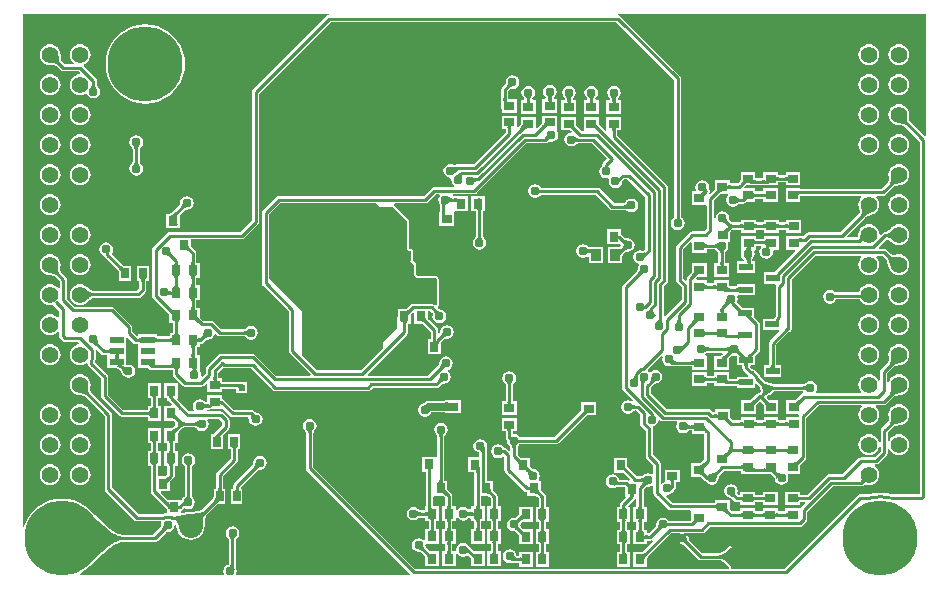
<source format=gbl>
G04*
G04 #@! TF.GenerationSoftware,Altium Limited,Altium Designer,22.10.1 (41)*
G04*
G04 Layer_Physical_Order=2*
G04 Layer_Color=16711680*
%FSLAX23Y23*%
%MOIN*%
G70*
G04*
G04 #@! TF.SameCoordinates,FE0D4549-5355-498F-96F3-0299564D4BAC*
G04*
G04*
G04 #@! TF.FilePolarity,Positive*
G04*
G01*
G75*
%ADD15C,0.010*%
%ADD27R,0.035X0.039*%
%ADD28R,0.035X0.031*%
%ADD30R,0.035X0.031*%
%ADD31R,0.031X0.035*%
%ADD32R,0.031X0.035*%
%ADD53C,0.025*%
%ADD55C,0.055*%
%ADD56C,0.250*%
%ADD57C,0.080*%
%ADD58C,0.031*%
%ADD59R,0.035X0.028*%
%ADD60R,0.026X0.035*%
%ADD61R,0.045X0.024*%
%ADD62R,0.020X0.024*%
%ADD63R,0.048X0.024*%
G36*
X3492Y4641D02*
X3492Y4634D01*
X3492Y4631D01*
X3493Y4628D01*
X3493Y4626D01*
X3494Y4623D01*
X3495Y4621D01*
X3496Y4619D01*
X3498Y4618D01*
X3490Y4611D01*
X3489Y4613D01*
X3487Y4614D01*
X3485Y4615D01*
X3483Y4616D01*
X3480Y4617D01*
X3477Y4617D01*
X3471Y4619D01*
X3467Y4619D01*
X3463Y4620D01*
X3492Y4644D01*
X3492Y4641D01*
D02*
G37*
G36*
X2292Y4606D02*
X2292Y4607D01*
X2291Y4607D01*
X2290Y4607D01*
X2289Y4607D01*
X2288Y4606D01*
X2286Y4606D01*
X2285Y4604D01*
X2283Y4603D01*
X2278Y4599D01*
X2277Y4611D01*
X2279Y4613D01*
X2281Y4616D01*
X2282Y4618D01*
X2283Y4619D01*
X2284Y4621D01*
X2284Y4622D01*
X2284Y4623D01*
X2284Y4624D01*
X2284Y4625D01*
X2292Y4606D01*
D02*
G37*
G36*
X2223Y4602D02*
X2222Y4603D01*
X2222Y4603D01*
X2221Y4603D01*
X2219Y4603D01*
X2218Y4602D01*
X2217Y4601D01*
X2215Y4600D01*
X2213Y4599D01*
X2209Y4595D01*
X2202Y4602D01*
X2204Y4604D01*
X2210Y4611D01*
X2211Y4613D01*
X2212Y4615D01*
X2213Y4616D01*
X2213Y4617D01*
X2213Y4619D01*
X2213Y4620D01*
X2223Y4602D01*
D02*
G37*
G36*
X2175Y4606D02*
X2174Y4605D01*
X2173Y4605D01*
X2173Y4604D01*
X2172Y4603D01*
X2172Y4602D01*
X2171Y4601D01*
X2171Y4599D01*
X2171Y4598D01*
X2171Y4596D01*
X2161D01*
X2161Y4598D01*
X2161Y4599D01*
X2161Y4601D01*
X2160Y4602D01*
X2160Y4603D01*
X2159Y4604D01*
X2159Y4605D01*
X2158Y4605D01*
X2157Y4606D01*
X2156Y4606D01*
X2176D01*
X2175Y4606D01*
D02*
G37*
G36*
X2457Y4618D02*
X2457Y4617D01*
X2457Y4616D01*
X2457Y4614D01*
X2458Y4613D01*
X2459Y4612D01*
X2460Y4610D01*
X2461Y4608D01*
X2465Y4605D01*
X2460Y4595D01*
X2458Y4597D01*
X2454Y4600D01*
X2453Y4601D01*
X2451Y4602D01*
X2450Y4603D01*
X2449Y4603D01*
X2448Y4603D01*
X2447Y4603D01*
X2446Y4602D01*
X2457Y4619D01*
X2457Y4618D01*
D02*
G37*
G36*
X2382Y4613D02*
X2382Y4612D01*
X2382Y4611D01*
X2382Y4610D01*
X2382Y4609D01*
X2383Y4607D01*
X2384Y4606D01*
X2386Y4604D01*
X2390Y4600D01*
X2381Y4595D01*
X2379Y4597D01*
X2375Y4600D01*
X2374Y4601D01*
X2372Y4602D01*
X2371Y4602D01*
X2369Y4602D01*
X2368Y4603D01*
X2367Y4602D01*
X2366Y4602D01*
X2383Y4614D01*
X2382Y4613D01*
D02*
G37*
G36*
X2524Y4602D02*
X2523Y4601D01*
X2522Y4601D01*
X2522Y4600D01*
X2521Y4599D01*
X2521Y4598D01*
X2520Y4597D01*
X2520Y4595D01*
X2520Y4594D01*
X2520Y4592D01*
X2510D01*
X2510Y4594D01*
X2510Y4595D01*
X2510Y4597D01*
X2509Y4598D01*
X2509Y4599D01*
X2508Y4600D01*
X2508Y4601D01*
X2507Y4601D01*
X2506Y4602D01*
X2505Y4602D01*
X2525D01*
X2524Y4602D01*
D02*
G37*
G36*
X2303Y4564D02*
X2302Y4565D01*
X2300Y4565D01*
X2299Y4565D01*
X2297Y4565D01*
X2296Y4564D01*
X2295Y4564D01*
X2294Y4564D01*
X2293Y4563D01*
X2291Y4562D01*
X2290Y4561D01*
X2285Y4570D01*
X2286Y4571D01*
X2287Y4572D01*
X2288Y4573D01*
X2289Y4574D01*
X2289Y4576D01*
X2290Y4577D01*
X2291Y4580D01*
X2292Y4581D01*
X2292Y4583D01*
X2303Y4564D01*
D02*
G37*
G36*
X2385Y4573D02*
X2386Y4572D01*
X2388Y4571D01*
X2389Y4570D01*
X2390Y4570D01*
X2391Y4569D01*
X2393Y4569D01*
X2394Y4568D01*
X2395Y4568D01*
X2397Y4568D01*
X2396Y4558D01*
X2395Y4558D01*
X2393Y4558D01*
X2392Y4558D01*
X2391Y4557D01*
X2389Y4557D01*
X2388Y4556D01*
X2387Y4555D01*
X2385Y4554D01*
X2384Y4554D01*
X2383Y4552D01*
X2384Y4574D01*
X2385Y4573D01*
D02*
G37*
G36*
X2494Y4479D02*
X2494Y4476D01*
X2494Y4475D01*
X2495Y4474D01*
X2495Y4473D01*
X2495Y4472D01*
X2496Y4472D01*
X2496Y4471D01*
X2497Y4471D01*
X2481D01*
X2482Y4471D01*
X2482Y4472D01*
X2483Y4472D01*
X2483Y4473D01*
X2483Y4474D01*
X2484Y4475D01*
X2484Y4476D01*
X2484Y4477D01*
X2484Y4479D01*
X2484Y4480D01*
X2494D01*
X2494Y4479D01*
D02*
G37*
G36*
X1995Y4465D02*
X1983Y4452D01*
X1979Y4472D01*
X1980Y4472D01*
X1981Y4471D01*
X1982Y4471D01*
X1983Y4471D01*
X1984Y4471D01*
X1985Y4471D01*
X1986Y4471D01*
X1987Y4472D01*
X1988Y4473D01*
X1989Y4474D01*
X1995Y4465D01*
D02*
G37*
G36*
X2011Y4449D02*
X2010Y4448D01*
X2009Y4447D01*
X2009Y4446D01*
X2008Y4444D01*
X2008Y4443D01*
X2008Y4442D01*
X2008Y4441D01*
X2008Y4440D01*
X2008Y4438D01*
X2009Y4437D01*
X1989Y4444D01*
X1990Y4445D01*
X1994Y4447D01*
X1995Y4448D01*
X1997Y4449D01*
X1998Y4450D01*
X2000Y4452D01*
X2011Y4449D01*
D02*
G37*
G36*
X3095Y4424D02*
X3095Y4425D01*
X3095Y4425D01*
X3094Y4426D01*
X3093Y4427D01*
X3093Y4427D01*
X3091Y4428D01*
X3090Y4428D01*
X3089Y4428D01*
X3087Y4429D01*
X3085Y4429D01*
Y4439D01*
X3087Y4439D01*
X3089Y4439D01*
X3090Y4439D01*
X3091Y4439D01*
X3093Y4440D01*
X3093Y4440D01*
X3094Y4441D01*
X3095Y4442D01*
X3095Y4443D01*
X3095Y4444D01*
Y4424D01*
D02*
G37*
G36*
X3055Y4443D02*
X3055Y4442D01*
X3056Y4441D01*
X3057Y4440D01*
X3058Y4440D01*
X3059Y4439D01*
X3060Y4439D01*
X3062Y4439D01*
X3063Y4439D01*
X3065Y4439D01*
Y4429D01*
X3063Y4429D01*
X3062Y4428D01*
X3060Y4428D01*
X3059Y4428D01*
X3058Y4427D01*
X3057Y4427D01*
X3056Y4426D01*
X3055Y4425D01*
X3055Y4425D01*
X3055Y4424D01*
Y4444D01*
X3055Y4443D01*
D02*
G37*
G36*
X2042Y4439D02*
X2045Y4438D01*
X2047Y4437D01*
X2050Y4437D01*
X2052Y4436D01*
X2056Y4436D01*
X2058Y4436D01*
X2059Y4426D01*
X2058Y4426D01*
X2056Y4426D01*
X2055Y4425D01*
X2054Y4425D01*
X2053Y4424D01*
X2052Y4424D01*
X2051Y4423D01*
X2050Y4422D01*
X2049Y4421D01*
X2049Y4419D01*
X2040Y4439D01*
X2042Y4439D01*
D02*
G37*
G36*
X2959Y4418D02*
X2958Y4418D01*
X2957Y4419D01*
X2956D01*
X2955Y4418D01*
X2954Y4418D01*
X2952Y4417D01*
X2951Y4416D01*
X2949Y4415D01*
X2945Y4411D01*
X2938Y4418D01*
X2940Y4420D01*
X2943Y4424D01*
X2944Y4425D01*
X2945Y4427D01*
X2946Y4428D01*
X2946Y4429D01*
Y4430D01*
X2946Y4431D01*
X2945Y4432D01*
X2959Y4418D01*
D02*
G37*
G36*
X3020D02*
X3010Y4418D01*
Y4428D01*
X3012Y4428D01*
X3014Y4428D01*
X3015Y4428D01*
X3016Y4429D01*
X3018Y4429D01*
X3018Y4430D01*
X3019Y4430D01*
X3020Y4431D01*
X3020Y4432D01*
X3020Y4433D01*
X3020Y4418D01*
D02*
G37*
G36*
X2980Y4432D02*
X2980Y4431D01*
X2981Y4430D01*
X2982Y4430D01*
X2983Y4429D01*
X2984Y4429D01*
X2985Y4428D01*
X2987Y4428D01*
X2988Y4428D01*
X2990Y4428D01*
Y4418D01*
X2980Y4418D01*
X2980Y4433D01*
X2980Y4432D01*
D02*
G37*
G36*
X2895Y4415D02*
X2895Y4414D01*
X2895Y4413D01*
X2896Y4413D01*
X2897Y4412D01*
X2898Y4412D01*
X2899Y4411D01*
X2901Y4411D01*
X2903Y4411D01*
X2905Y4411D01*
Y4401D01*
X2903Y4401D01*
X2901Y4401D01*
X2899Y4401D01*
X2898Y4400D01*
X2897Y4400D01*
X2896Y4399D01*
X2895Y4399D01*
X2895Y4398D01*
X2895Y4397D01*
X2894Y4396D01*
Y4416D01*
X2895Y4415D01*
D02*
G37*
G36*
X2875Y4390D02*
X2875Y4391D01*
X2874Y4391D01*
X2873Y4391D01*
X2871Y4391D01*
X2870Y4390D01*
X2868Y4389D01*
X2867Y4388D01*
X2865Y4387D01*
X2861Y4383D01*
X2852Y4388D01*
X2854Y4391D01*
X2858Y4394D01*
X2859Y4396D01*
X2860Y4398D01*
X2860Y4399D01*
X2861Y4400D01*
X2860Y4401D01*
X2860Y4402D01*
X2859Y4403D01*
X2875Y4390D01*
D02*
G37*
G36*
X2823Y4386D02*
X2821Y4384D01*
X2818Y4380D01*
X2816Y4378D01*
X2816Y4377D01*
X2815Y4376D01*
X2815Y4374D01*
X2815Y4373D01*
X2815Y4373D01*
X2816Y4372D01*
X2800Y4384D01*
X2801Y4384D01*
X2802Y4383D01*
X2803Y4383D01*
X2804Y4384D01*
X2805Y4384D01*
X2807Y4385D01*
X2808Y4386D01*
X2810Y4388D01*
X2814Y4391D01*
X2823Y4386D01*
D02*
G37*
G36*
X3020Y4368D02*
X3020Y4369D01*
X3020Y4370D01*
X3019Y4371D01*
X3018Y4372D01*
X3018Y4372D01*
X3016Y4373D01*
X3015Y4373D01*
X3014Y4373D01*
X3012Y4373D01*
X3010Y4373D01*
Y4383D01*
X3012Y4383D01*
X3014Y4384D01*
X3015Y4384D01*
X3016Y4384D01*
X3018Y4385D01*
X3018Y4385D01*
X3019Y4386D01*
X3020Y4387D01*
X3020Y4387D01*
X3020Y4388D01*
Y4368D01*
D02*
G37*
G36*
X2980Y4387D02*
X2980Y4387D01*
X2981Y4386D01*
X2982Y4385D01*
X2983Y4385D01*
X2984Y4384D01*
X2985Y4384D01*
X2987Y4384D01*
X2988Y4383D01*
X2990Y4383D01*
Y4373D01*
X2988Y4373D01*
X2987Y4373D01*
X2985Y4373D01*
X2984Y4373D01*
X2983Y4372D01*
X2982Y4372D01*
X2981Y4371D01*
X2980Y4370D01*
X2980Y4369D01*
X2980Y4368D01*
Y4388D01*
X2980Y4387D01*
D02*
G37*
G36*
X1992Y4368D02*
X1992Y4354D01*
X1992Y4355D01*
X1992Y4356D01*
X1991Y4357D01*
X1990Y4357D01*
X1989Y4358D01*
X1988Y4358D01*
X1987Y4359D01*
X1985Y4359D01*
X1984Y4359D01*
X1982Y4359D01*
Y4369D01*
X1992Y4368D01*
D02*
G37*
G36*
X1965Y4374D02*
X1966Y4373D01*
X1968Y4372D01*
X1969Y4371D01*
X1970Y4370D01*
X1971Y4370D01*
X1973Y4370D01*
X1974Y4369D01*
X1976Y4369D01*
X1977Y4369D01*
Y4359D01*
X1976Y4359D01*
X1974Y4359D01*
X1973Y4358D01*
X1971Y4358D01*
X1970Y4358D01*
X1969Y4357D01*
X1968Y4356D01*
X1966Y4355D01*
X1965Y4354D01*
X1964Y4353D01*
Y4375D01*
X1965Y4374D01*
D02*
G37*
G36*
X2924Y4372D02*
X2925Y4371D01*
X2927Y4370D01*
X2928Y4369D01*
X2929Y4368D01*
X2930Y4368D01*
X2932Y4368D01*
X2933Y4367D01*
X2935Y4367D01*
X2936Y4367D01*
Y4357D01*
X2935Y4357D01*
X2933Y4357D01*
X2932Y4356D01*
X2930Y4356D01*
X2929Y4356D01*
X2928Y4355D01*
X2927Y4354D01*
X2925Y4353D01*
X2924Y4352D01*
X2923Y4351D01*
Y4373D01*
X2924Y4372D01*
D02*
G37*
G36*
X1958Y4349D02*
X1956Y4349D01*
X1955Y4348D01*
X1954Y4347D01*
X1953Y4347D01*
X1953Y4346D01*
X1952Y4345D01*
X1952Y4343D01*
X1951Y4342D01*
X1951Y4341D01*
X1951Y4339D01*
X1941Y4345D01*
X1941Y4346D01*
X1941Y4349D01*
X1941Y4350D01*
X1940Y4353D01*
X1940Y4354D01*
X1938Y4359D01*
X1958Y4349D01*
D02*
G37*
G36*
X1951Y4323D02*
X1951Y4322D01*
X1951Y4320D01*
X1952Y4319D01*
X1952Y4318D01*
X1953Y4317D01*
X1953Y4316D01*
X1954Y4316D01*
X1955Y4315D01*
X1956Y4315D01*
X1940D01*
X1941Y4315D01*
X1941Y4316D01*
X1941Y4316D01*
X1941Y4317D01*
X1941Y4320D01*
X1941Y4325D01*
X1951D01*
X1951Y4323D01*
D02*
G37*
G36*
X2893Y4300D02*
X2893Y4299D01*
X2893Y4297D01*
X2893Y4296D01*
X2894Y4294D01*
X2894Y4293D01*
X2895Y4292D01*
X2896Y4291D01*
X2897Y4290D01*
X2897Y4289D01*
X2890Y4282D01*
X2889Y4282D01*
X2888Y4283D01*
X2887Y4284D01*
X2886Y4285D01*
X2885Y4285D01*
X2883Y4286D01*
X2882Y4286D01*
X2880Y4286D01*
X2879Y4286D01*
X2877Y4287D01*
X2892Y4302D01*
X2893Y4300D01*
D02*
G37*
G36*
X2918Y4272D02*
X2916Y4271D01*
X2914Y4271D01*
X2912Y4271D01*
X2910Y4270D01*
X2909Y4270D01*
X2907Y4269D01*
X2905Y4268D01*
X2904Y4267D01*
X2902Y4266D01*
X2902Y4265D01*
X2901Y4264D01*
X2897Y4260D01*
X2896Y4259D01*
X2895Y4257D01*
X2895Y4256D01*
X2894Y4255D01*
X2895Y4254D01*
X2895Y4253D01*
X2896Y4252D01*
X2878Y4263D01*
X2879Y4262D01*
X2880Y4262D01*
X2881Y4262D01*
X2882Y4262D01*
X2884Y4263D01*
X2885Y4264D01*
X2887Y4265D01*
X2888Y4266D01*
X2890Y4268D01*
X2892Y4270D01*
X2902Y4267D01*
X2906Y4277D01*
Y4282D01*
X2918Y4272D01*
D02*
G37*
G36*
X3096Y4267D02*
X3096Y4268D01*
X3096Y4268D01*
X3095Y4269D01*
X3095Y4270D01*
X3094Y4270D01*
X3093Y4271D01*
X3091Y4271D01*
X3090Y4271D01*
X3088Y4272D01*
X3086Y4272D01*
Y4282D01*
X3088Y4282D01*
X3090Y4282D01*
X3091Y4282D01*
X3093Y4282D01*
X3094Y4283D01*
X3095Y4283D01*
X3095Y4284D01*
X3096Y4285D01*
X3096Y4286D01*
X3096Y4287D01*
Y4267D01*
D02*
G37*
G36*
X3056Y4286D02*
X3057Y4285D01*
X3057Y4284D01*
X3058Y4283D01*
X3059Y4283D01*
X3060Y4282D01*
X3061Y4282D01*
X3063Y4282D01*
X3064Y4282D01*
X3066Y4282D01*
Y4272D01*
X3064Y4272D01*
X3063Y4271D01*
X3061Y4271D01*
X3060Y4271D01*
X3059Y4270D01*
X3058Y4270D01*
X3057Y4269D01*
X3057Y4268D01*
X3056Y4268D01*
X3056Y4267D01*
Y4287D01*
X3056Y4286D01*
D02*
G37*
G36*
X3021Y4267D02*
X3021Y4268D01*
X3021Y4268D01*
X3020Y4269D01*
X3020Y4270D01*
X3019Y4270D01*
X3018Y4271D01*
X3016Y4271D01*
X3015Y4271D01*
X3013Y4272D01*
X3011Y4272D01*
Y4282D01*
X3013Y4282D01*
X3015Y4282D01*
X3016Y4282D01*
X3018Y4282D01*
X3019Y4283D01*
X3020Y4283D01*
X3020Y4284D01*
X3021Y4285D01*
X3021Y4286D01*
X3021Y4287D01*
Y4267D01*
D02*
G37*
G36*
X2981Y4286D02*
X2982Y4285D01*
X2982Y4284D01*
X2983Y4283D01*
X2984Y4283D01*
X2985Y4282D01*
X2986Y4282D01*
X2988Y4282D01*
X2989Y4282D01*
X2991Y4282D01*
Y4272D01*
X2989Y4272D01*
X2988Y4271D01*
X2986Y4271D01*
X2985Y4271D01*
X2984Y4270D01*
X2983Y4270D01*
X2982Y4269D01*
X2982Y4268D01*
X2981Y4268D01*
X2981Y4267D01*
Y4287D01*
X2981Y4286D01*
D02*
G37*
G36*
X2946Y4267D02*
X2946Y4268D01*
X2946Y4268D01*
X2945Y4269D01*
X2945Y4270D01*
X2944Y4270D01*
X2943Y4271D01*
X2941Y4271D01*
X2940Y4271D01*
X2938Y4272D01*
X2936Y4272D01*
Y4282D01*
X2938Y4282D01*
X2940Y4282D01*
X2941Y4282D01*
X2943Y4282D01*
X2944Y4283D01*
X2945Y4283D01*
X2945Y4284D01*
X2946Y4285D01*
X2946Y4286D01*
X2946Y4287D01*
Y4267D01*
D02*
G37*
G36*
X3556Y4577D02*
X3551Y4575D01*
X3502Y4624D01*
X3501Y4625D01*
X3501Y4626D01*
X3500Y4628D01*
X3500Y4630D01*
X3499Y4632D01*
X3499Y4634D01*
X3499Y4640D01*
X3499Y4644D01*
X3499Y4644D01*
X3500Y4647D01*
X3499Y4656D01*
X3495Y4664D01*
X3490Y4672D01*
X3482Y4677D01*
X3474Y4681D01*
X3465Y4682D01*
X3456Y4681D01*
X3448Y4677D01*
X3440Y4672D01*
X3435Y4664D01*
X3431Y4656D01*
X3430Y4647D01*
X3431Y4638D01*
X3435Y4630D01*
X3440Y4622D01*
X3448Y4617D01*
X3456Y4613D01*
X3462Y4613D01*
X3462Y4612D01*
X3465Y4612D01*
X3465Y4612D01*
X3465Y4612D01*
X3466Y4612D01*
X3469Y4612D01*
X3475Y4611D01*
X3478Y4610D01*
X3480Y4609D01*
X3482Y4608D01*
X3483Y4608D01*
X3484Y4607D01*
X3535Y4556D01*
Y3382D01*
X3439D01*
X3427Y3385D01*
X3403Y3386D01*
X3380Y3385D01*
X3368Y3382D01*
X3337D01*
X3332Y3381D01*
X3328Y3378D01*
X3084Y3134D01*
X2905D01*
X2905Y3135D01*
X2905Y3135D01*
X2905Y3139D01*
X2905Y3139D01*
X2906Y3140D01*
X2907Y3141D01*
X2907Y3141D01*
X2908Y3141D01*
X2908Y3142D01*
X2909Y3143D01*
X2909Y3143D01*
X2909Y3143D01*
X2909Y3145D01*
X2910Y3146D01*
Y3162D01*
X2931D01*
X2936Y3163D01*
X2940Y3165D01*
X2942Y3169D01*
X2943Y3174D01*
X2942Y3179D01*
X2940Y3183D01*
X2936Y3185D01*
X2931Y3186D01*
X2910D01*
Y3202D01*
X2909Y3203D01*
X2909Y3205D01*
X2909Y3205D01*
X2909Y3205D01*
X2908Y3206D01*
X2908Y3207D01*
X2907Y3207D01*
X2907Y3207D01*
X2906Y3208D01*
X2905Y3209D01*
X2905Y3209D01*
X2905Y3209D01*
X2904Y3209D01*
X2902Y3209D01*
X2902Y3209D01*
X2902Y3209D01*
X2901Y3209D01*
X2900Y3209D01*
X2900Y3209D01*
X2900Y3209D01*
X2899Y3208D01*
X2897Y3207D01*
X2893Y3203D01*
X2885Y3196D01*
X2882Y3193D01*
X2878Y3191D01*
X2876Y3189D01*
X2873Y3188D01*
X2871Y3187D01*
X2869Y3186D01*
X2868Y3186D01*
X2810D01*
X2767Y3230D01*
X2766Y3230D01*
X2766Y3231D01*
X2766Y3231D01*
X2765Y3232D01*
X2765Y3233D01*
X2765Y3234D01*
X2765Y3235D01*
X2765Y3236D01*
X2765Y3237D01*
X2764Y3238D01*
X2764Y3240D01*
X2764Y3240D01*
X2764Y3240D01*
X2763Y3241D01*
X2763Y3242D01*
X2762Y3242D01*
X2762Y3242D01*
X2761Y3243D01*
X2760Y3243D01*
X2760Y3243D01*
X2760Y3243D01*
X2759Y3244D01*
X2757Y3244D01*
X2757Y3244D01*
X2757Y3244D01*
X2756Y3244D01*
X2755Y3243D01*
X2755Y3243D01*
X2755Y3243D01*
X2754Y3243D01*
X2751Y3246D01*
X2748Y3247D01*
X2750Y3252D01*
X2751D01*
X2754Y3252D01*
X2809D01*
X2814Y3253D01*
X2818Y3255D01*
X2835Y3272D01*
X3135D01*
X3139Y3273D01*
X3143Y3276D01*
X3157Y3289D01*
X3159Y3293D01*
X3160Y3298D01*
Y3323D01*
X3245Y3408D01*
X3340D01*
X3345Y3409D01*
X3349Y3411D01*
X3350Y3413D01*
X3350Y3413D01*
X3351Y3414D01*
X3352Y3414D01*
X3352Y3414D01*
X3353Y3414D01*
X3353Y3414D01*
X3353Y3414D01*
X3354Y3414D01*
X3354Y3414D01*
X3354Y3414D01*
X3356Y3413D01*
X3365Y3412D01*
X3374Y3413D01*
X3382Y3417D01*
X3390Y3422D01*
X3395Y3430D01*
X3399Y3438D01*
X3400Y3447D01*
X3399Y3456D01*
X3395Y3464D01*
X3390Y3472D01*
X3384Y3476D01*
X3386Y3481D01*
X3389D01*
X3394Y3482D01*
X3398Y3484D01*
X3425Y3511D01*
X3427Y3515D01*
X3428Y3520D01*
Y3533D01*
X3433Y3534D01*
X3435Y3530D01*
X3440Y3522D01*
X3448Y3517D01*
X3456Y3513D01*
X3465Y3512D01*
X3474Y3513D01*
X3482Y3517D01*
X3490Y3522D01*
X3495Y3530D01*
X3499Y3538D01*
X3500Y3547D01*
X3499Y3556D01*
X3495Y3564D01*
X3490Y3572D01*
X3482Y3577D01*
X3474Y3581D01*
X3465Y3582D01*
X3456Y3581D01*
X3448Y3577D01*
X3440Y3572D01*
X3435Y3564D01*
X3433Y3560D01*
X3428Y3561D01*
Y3587D01*
X3447Y3606D01*
X3448Y3607D01*
X3450Y3608D01*
X3452Y3608D01*
X3454Y3609D01*
X3456Y3610D01*
X3466Y3612D01*
X3470Y3613D01*
X3471Y3613D01*
X3474Y3613D01*
X3482Y3617D01*
X3490Y3622D01*
X3495Y3630D01*
X3499Y3638D01*
X3500Y3647D01*
X3499Y3656D01*
X3495Y3664D01*
X3490Y3672D01*
X3482Y3677D01*
X3474Y3681D01*
X3465Y3682D01*
X3456Y3681D01*
X3448Y3677D01*
X3440Y3672D01*
X3435Y3664D01*
X3431Y3656D01*
X3430Y3647D01*
X3431Y3642D01*
X3431Y3641D01*
X3431Y3638D01*
X3432Y3635D01*
X3432Y3632D01*
X3432Y3630D01*
X3431Y3628D01*
X3431Y3626D01*
X3430Y3625D01*
X3430Y3623D01*
X3429Y3622D01*
X3429Y3622D01*
X3407Y3601D01*
X3405Y3597D01*
X3404Y3592D01*
Y3555D01*
X3399Y3555D01*
X3399Y3556D01*
X3395Y3564D01*
X3390Y3572D01*
X3382Y3577D01*
X3374Y3581D01*
X3365Y3582D01*
X3356Y3581D01*
X3348Y3577D01*
X3340Y3572D01*
X3335Y3564D01*
X3331Y3556D01*
X3330Y3547D01*
X3331Y3538D01*
X3335Y3530D01*
X3340Y3522D01*
X3348Y3517D01*
X3356Y3513D01*
X3365Y3512D01*
X3374Y3513D01*
X3382Y3517D01*
X3390Y3522D01*
X3395Y3530D01*
X3399Y3538D01*
X3399Y3539D01*
X3404Y3539D01*
Y3525D01*
X3384Y3505D01*
X3339D01*
X3334Y3504D01*
X3330Y3502D01*
X3278Y3449D01*
X3233D01*
X3228Y3448D01*
X3224Y3446D01*
X3158Y3380D01*
X3137D01*
X3137Y3380D01*
X3137Y3380D01*
Y3390D01*
X3087D01*
Y3345D01*
X3137D01*
Y3355D01*
X3137Y3355D01*
X3137Y3355D01*
X3151D01*
X3153Y3351D01*
X3141Y3338D01*
X3137Y3335D01*
X3087D01*
Y3325D01*
X3087Y3325D01*
X3087Y3325D01*
X3062D01*
X3062Y3325D01*
X3062Y3325D01*
Y3335D01*
X3012D01*
Y3325D01*
X3012Y3325D01*
X3012Y3325D01*
X2987D01*
X2987Y3325D01*
X2987Y3325D01*
Y3335D01*
X2937D01*
Y3325D01*
X2937Y3325D01*
X2937Y3325D01*
X2909D01*
X2904Y3329D01*
X2903Y3331D01*
X2901Y3333D01*
X2901Y3333D01*
Y3363D01*
X2852D01*
Y3354D01*
X2851Y3354D01*
X2851Y3354D01*
X2710D01*
X2688Y3375D01*
X2691Y3379D01*
X2693Y3379D01*
X2702Y3381D01*
X2709Y3386D01*
X2714Y3393D01*
X2715Y3395D01*
X2718Y3399D01*
X2721Y3403D01*
X2722Y3408D01*
Y3422D01*
X2722Y3423D01*
X2722Y3423D01*
X2735D01*
Y3464D01*
X2685D01*
Y3423D01*
X2684Y3423D01*
X2677Y3418D01*
X2676Y3417D01*
X2671Y3419D01*
Y3483D01*
X2670Y3488D01*
X2668Y3491D01*
X2645Y3514D01*
Y3599D01*
X2644Y3604D01*
X2646Y3608D01*
X2650Y3609D01*
X2657Y3614D01*
X2662Y3621D01*
X2663Y3627D01*
X2669Y3629D01*
X2669Y3628D01*
X2673Y3626D01*
X2678Y3625D01*
X2724D01*
X2726Y3620D01*
X2724Y3617D01*
X2723Y3608D01*
X2724Y3599D01*
X2729Y3592D01*
X2737Y3587D01*
X2745Y3585D01*
X2754Y3587D01*
X2762Y3592D01*
X2762Y3592D01*
X2762Y3592D01*
X2763Y3593D01*
X2764Y3594D01*
X2765Y3594D01*
X2766Y3594D01*
X2767Y3594D01*
X2767Y3595D01*
X2768Y3595D01*
X2774D01*
X2774Y3595D01*
X2774Y3595D01*
Y3584D01*
X2815D01*
X2816Y3584D01*
Y3497D01*
X2807Y3489D01*
X2805Y3487D01*
X2804Y3486D01*
X2803Y3485D01*
X2773D01*
Y3440D01*
X2803D01*
X2804Y3439D01*
X2807Y3437D01*
X2815Y3428D01*
X2819Y3426D01*
X2823Y3425D01*
X2826Y3421D01*
X2833Y3416D01*
X2842Y3414D01*
X2851Y3416D01*
X2858Y3421D01*
X2863Y3428D01*
X2865Y3437D01*
X2865Y3438D01*
X2865Y3439D01*
X2865Y3440D01*
X2865Y3441D01*
X2865Y3442D01*
X2866Y3443D01*
X2866Y3443D01*
X2866Y3444D01*
X2867Y3444D01*
X2882Y3460D01*
X2937D01*
X2938Y3460D01*
X2938Y3460D01*
Y3450D01*
X2980D01*
X2980Y3450D01*
X2980Y3450D01*
X2987D01*
Y3450D01*
X3013D01*
Y3450D01*
X3020D01*
X3020Y3450D01*
X3020Y3450D01*
X3034D01*
X3034Y3450D01*
X3034Y3450D01*
X3037D01*
X3037Y3450D01*
X3038Y3449D01*
X3039Y3448D01*
X3041Y3446D01*
X3048Y3439D01*
X3048Y3439D01*
X3049Y3439D01*
X3049Y3438D01*
X3050Y3437D01*
X3050Y3436D01*
X3051Y3435D01*
X3052Y3432D01*
X3052Y3431D01*
X3052Y3430D01*
X3053Y3427D01*
X3058Y3420D01*
X3065Y3415D01*
X3074Y3413D01*
X3083Y3415D01*
X3090Y3420D01*
X3095Y3427D01*
X3097Y3436D01*
X3095Y3445D01*
X3095Y3445D01*
X3097Y3450D01*
X3137D01*
Y3479D01*
X3138Y3480D01*
X3140Y3483D01*
X3154Y3496D01*
X3156Y3500D01*
X3157Y3505D01*
Y3636D01*
X3199Y3678D01*
X3340D01*
X3342Y3673D01*
X3340Y3672D01*
X3335Y3664D01*
X3331Y3656D01*
X3330Y3647D01*
X3331Y3638D01*
X3335Y3630D01*
X3340Y3622D01*
X3348Y3617D01*
X3356Y3613D01*
X3365Y3612D01*
X3374Y3613D01*
X3382Y3617D01*
X3390Y3622D01*
X3395Y3630D01*
X3399Y3638D01*
X3400Y3647D01*
X3399Y3656D01*
X3395Y3664D01*
X3390Y3672D01*
X3388Y3673D01*
X3390Y3678D01*
X3414D01*
X3419Y3679D01*
X3423Y3681D01*
X3447Y3706D01*
X3448Y3707D01*
X3450Y3708D01*
X3452Y3708D01*
X3454Y3709D01*
X3456Y3710D01*
X3466Y3712D01*
X3470Y3713D01*
X3471Y3713D01*
X3474Y3713D01*
X3482Y3717D01*
X3490Y3722D01*
X3495Y3730D01*
X3499Y3738D01*
X3500Y3747D01*
X3499Y3756D01*
X3495Y3764D01*
X3490Y3772D01*
X3482Y3777D01*
X3474Y3781D01*
X3465Y3782D01*
X3456Y3781D01*
X3448Y3777D01*
X3440Y3772D01*
X3435Y3764D01*
X3431Y3756D01*
X3431Y3755D01*
X3426Y3755D01*
Y3785D01*
X3447Y3806D01*
X3448Y3807D01*
X3450Y3808D01*
X3452Y3808D01*
X3454Y3809D01*
X3456Y3810D01*
X3466Y3812D01*
X3470Y3813D01*
X3471Y3813D01*
X3474Y3813D01*
X3482Y3817D01*
X3490Y3822D01*
X3495Y3830D01*
X3499Y3838D01*
X3500Y3847D01*
X3499Y3856D01*
X3495Y3864D01*
X3490Y3872D01*
X3482Y3877D01*
X3474Y3881D01*
X3465Y3882D01*
X3456Y3881D01*
X3448Y3877D01*
X3440Y3872D01*
X3435Y3864D01*
X3431Y3856D01*
X3430Y3847D01*
X3431Y3842D01*
X3431Y3841D01*
X3431Y3838D01*
X3432Y3835D01*
X3432Y3832D01*
X3432Y3830D01*
X3431Y3828D01*
X3431Y3826D01*
X3430Y3825D01*
X3430Y3823D01*
X3429Y3822D01*
X3429Y3822D01*
X3405Y3799D01*
X3403Y3795D01*
X3402Y3790D01*
Y3761D01*
X3397Y3760D01*
X3395Y3764D01*
X3390Y3772D01*
X3382Y3777D01*
X3374Y3781D01*
X3365Y3782D01*
X3356Y3781D01*
X3348Y3777D01*
X3340Y3772D01*
X3335Y3764D01*
X3331Y3756D01*
X3330Y3747D01*
X3331Y3738D01*
X3335Y3730D01*
X3339Y3724D01*
X3337Y3719D01*
X3191D01*
X3189Y3724D01*
X3191Y3728D01*
X3193Y3737D01*
X3191Y3746D01*
X3186Y3753D01*
X3179Y3758D01*
X3170Y3760D01*
X3161Y3758D01*
X3154Y3753D01*
X3153Y3752D01*
X3152Y3751D01*
X3151Y3751D01*
X3151Y3750D01*
X3150Y3750D01*
X3149Y3750D01*
X3148Y3749D01*
X3148Y3749D01*
X3147Y3749D01*
X3046D01*
X3046Y3749D01*
X3045Y3749D01*
X3044Y3750D01*
X3042Y3750D01*
X3041Y3751D01*
X3038Y3752D01*
X3037Y3753D01*
X3037Y3753D01*
X3034Y3754D01*
X3026Y3756D01*
X3024Y3756D01*
X3023Y3756D01*
X3022Y3756D01*
X3021Y3756D01*
X3021Y3756D01*
X3020Y3757D01*
X3019Y3757D01*
X3018Y3757D01*
X3018Y3758D01*
X3001Y3774D01*
X3001Y3777D01*
X2998Y3781D01*
X2983Y3796D01*
X2979Y3799D01*
X2976Y3800D01*
X2970Y3806D01*
X2972Y3811D01*
X2985D01*
Y3841D01*
X2985Y3841D01*
X2985Y3842D01*
X2985Y3842D01*
X2985Y3843D01*
X2985Y3843D01*
X2985Y3843D01*
X2985Y3843D01*
X2998Y3856D01*
X3001Y3860D01*
X3002Y3865D01*
Y3948D01*
X3001Y3953D01*
X2998Y3957D01*
X2983Y3972D01*
Y3974D01*
X2983Y3974D01*
X2983Y3974D01*
Y4004D01*
X2945D01*
X2945Y4004D01*
X2945Y4004D01*
X2942D01*
X2941Y4005D01*
X2938Y4007D01*
X2924Y4021D01*
X2927Y4026D01*
X2928Y4034D01*
X2927Y4041D01*
X2930Y4045D01*
X2931Y4046D01*
X2985D01*
Y4083D01*
X2926D01*
Y4077D01*
X2925Y4077D01*
X2925Y4077D01*
X2900D01*
X2899Y4077D01*
X2899Y4077D01*
Y4097D01*
X2850D01*
Y4087D01*
X2850Y4087D01*
X2849Y4087D01*
X2825D01*
X2824Y4087D01*
X2824Y4087D01*
Y4097D01*
X2791D01*
X2789Y4102D01*
X2791Y4103D01*
X2792Y4105D01*
X2794Y4106D01*
X2795Y4107D01*
X2824D01*
Y4152D01*
X2775D01*
Y4123D01*
X2775Y4122D01*
X2772Y4119D01*
X2761Y4108D01*
X2758Y4104D01*
X2758Y4100D01*
Y4096D01*
X2753Y4094D01*
X2746Y4102D01*
Y4197D01*
X2770Y4222D01*
X2775Y4220D01*
Y4187D01*
X2824D01*
Y4198D01*
X2824Y4198D01*
X2825Y4198D01*
X2851D01*
X2851Y4198D01*
X2852Y4198D01*
X2853Y4198D01*
X2853Y4197D01*
X2854Y4197D01*
X2854Y4196D01*
X2855Y4196D01*
X2856Y4195D01*
X2857Y4194D01*
X2857Y4194D01*
X2858Y4193D01*
X2859Y4192D01*
X2860Y4191D01*
X2860Y4190D01*
X2861Y4189D01*
X2861Y4189D01*
X2861Y4188D01*
X2862Y4187D01*
X2862Y4186D01*
X2862Y4186D01*
Y4153D01*
X2862Y4152D01*
X2862Y4152D01*
X2850D01*
Y4107D01*
X2899D01*
Y4152D01*
X2886D01*
X2886Y4152D01*
X2886Y4153D01*
Y4186D01*
X2886Y4186D01*
X2886Y4187D01*
X2887Y4188D01*
X2887Y4189D01*
X2887Y4189D01*
X2888Y4190D01*
X2888Y4191D01*
X2889Y4192D01*
X2890Y4193D01*
X2895Y4200D01*
X2897Y4209D01*
X2895Y4218D01*
X2894Y4220D01*
X2896Y4224D01*
X2903D01*
Y4256D01*
X2903Y4256D01*
X2905Y4259D01*
X2907Y4261D01*
X2908Y4261D01*
X2909Y4262D01*
X2910Y4263D01*
X2911Y4263D01*
X2913Y4264D01*
X2914Y4264D01*
X2915Y4264D01*
X2916Y4264D01*
X2938D01*
X2939Y4264D01*
X2939Y4264D01*
Y4252D01*
X2989D01*
Y4264D01*
X2989Y4264D01*
X2989Y4264D01*
X3013D01*
X3014Y4264D01*
X3014Y4264D01*
Y4252D01*
X3064D01*
Y4264D01*
X3064Y4264D01*
X3064Y4264D01*
X3088D01*
X3089Y4264D01*
X3089Y4264D01*
Y4252D01*
X3139D01*
Y4297D01*
X3089D01*
Y4289D01*
X3089Y4289D01*
X3088Y4289D01*
X3064D01*
X3064Y4289D01*
X3064Y4289D01*
Y4297D01*
X3014D01*
Y4289D01*
X3014Y4289D01*
X3013Y4289D01*
X2989D01*
X2989Y4289D01*
X2989Y4289D01*
Y4297D01*
X2939D01*
Y4289D01*
X2939Y4289D01*
X2938Y4289D01*
X2908D01*
X2902Y4295D01*
X2901Y4295D01*
X2901Y4296D01*
X2901Y4296D01*
X2900Y4297D01*
X2900Y4298D01*
X2900Y4299D01*
X2900Y4300D01*
X2900Y4301D01*
X2900Y4302D01*
X2898Y4311D01*
X2893Y4318D01*
X2886Y4323D01*
X2877Y4325D01*
X2868Y4323D01*
X2861Y4318D01*
X2856Y4311D01*
X2854Y4303D01*
X2849Y4303D01*
Y4361D01*
X2868Y4380D01*
X2870Y4381D01*
X2871Y4382D01*
X2872Y4383D01*
X2894D01*
X2896Y4378D01*
X2896Y4378D01*
X2891Y4371D01*
X2889Y4362D01*
X2891Y4353D01*
X2896Y4346D01*
X2903Y4341D01*
X2912Y4339D01*
X2921Y4341D01*
X2928Y4346D01*
X2929Y4347D01*
X2930Y4348D01*
X2931Y4348D01*
X2931Y4349D01*
X2932Y4349D01*
X2933Y4349D01*
X2934Y4350D01*
X2934Y4350D01*
X2935Y4350D01*
X2946D01*
X2951Y4351D01*
X2955Y4353D01*
X2957Y4356D01*
X2987D01*
Y4366D01*
X2987Y4366D01*
X2988Y4366D01*
X3012D01*
X3013Y4366D01*
X3013Y4366D01*
Y4356D01*
X3062D01*
Y4401D01*
X3013D01*
Y4391D01*
X3013Y4391D01*
X3012Y4391D01*
X2988D01*
X2987Y4391D01*
X2987Y4391D01*
Y4401D01*
X2952D01*
X2950Y4406D01*
X2952Y4408D01*
X2954Y4409D01*
X2955Y4410D01*
X2956Y4411D01*
X2959D01*
X2959Y4411D01*
X2959Y4411D01*
X2972D01*
X2973Y4411D01*
X3025D01*
X3026Y4411D01*
X3062D01*
Y4421D01*
X3062Y4421D01*
X3063Y4421D01*
X3087D01*
X3088Y4421D01*
X3088Y4421D01*
Y4411D01*
X3137D01*
Y4456D01*
X3088D01*
Y4446D01*
X3088Y4446D01*
X3087Y4446D01*
X3063D01*
X3062Y4446D01*
X3062Y4446D01*
Y4456D01*
X3013D01*
Y4435D01*
X3013Y4435D01*
X3012Y4435D01*
X2988D01*
X2987Y4435D01*
X2987Y4435D01*
Y4456D01*
X2938D01*
Y4432D01*
X2938Y4432D01*
X2938Y4432D01*
Y4429D01*
X2937Y4428D01*
X2935Y4425D01*
X2928Y4418D01*
X2902D01*
X2902Y4418D01*
X2902Y4418D01*
Y4429D01*
X2852D01*
Y4399D01*
X2852Y4399D01*
X2850Y4396D01*
X2836Y4382D01*
X2832Y4385D01*
X2834Y4388D01*
X2834Y4392D01*
Y4393D01*
X2834Y4397D01*
X2832Y4400D01*
X2833Y4405D01*
X2831Y4414D01*
X2826Y4421D01*
X2819Y4426D01*
X2810Y4428D01*
X2801Y4426D01*
X2794Y4421D01*
X2789Y4414D01*
X2787Y4405D01*
X2789Y4396D01*
X2789Y4396D01*
X2787Y4391D01*
X2774D01*
Y4346D01*
X2823Y4346D01*
X2825Y4342D01*
Y4267D01*
X2816Y4258D01*
X2777D01*
X2772Y4257D01*
X2768Y4255D01*
X2725Y4211D01*
X2722Y4207D01*
X2721Y4202D01*
Y4096D01*
X2722Y4092D01*
X2725Y4088D01*
X2741Y4072D01*
Y4029D01*
X2687Y3975D01*
X2682Y3977D01*
Y4076D01*
X2691Y4086D01*
X2694Y4090D01*
X2695Y4094D01*
Y4405D01*
X2694Y4410D01*
X2691Y4414D01*
X2527Y4578D01*
Y4594D01*
X2527Y4595D01*
X2527Y4595D01*
X2540D01*
Y4640D01*
X2490D01*
Y4596D01*
X2486Y4594D01*
X2468Y4611D01*
X2467Y4613D01*
X2466Y4614D01*
X2465Y4615D01*
X2465Y4615D01*
Y4640D01*
X2415D01*
Y4595D01*
X2411Y4592D01*
X2408D01*
X2393Y4607D01*
X2391Y4609D01*
X2390Y4610D01*
X2390Y4611D01*
Y4614D01*
X2390Y4614D01*
X2390Y4614D01*
Y4640D01*
X2340D01*
Y4595D01*
X2370D01*
X2370Y4595D01*
X2371Y4594D01*
X2373Y4592D01*
X2374Y4591D01*
X2371Y4587D01*
X2364Y4585D01*
X2356Y4580D01*
X2351Y4573D01*
X2350Y4564D01*
X2351Y4555D01*
X2356Y4548D01*
X2364Y4543D01*
X2373Y4541D01*
X2381Y4543D01*
X2389Y4548D01*
X2389Y4548D01*
X2389Y4549D01*
X2390Y4549D01*
X2391Y4550D01*
X2392Y4550D01*
X2393Y4550D01*
X2394Y4551D01*
X2394Y4551D01*
X2395Y4551D01*
X2441D01*
X2492Y4500D01*
X2480Y4489D01*
X2478Y4485D01*
X2477Y4480D01*
Y4478D01*
X2477Y4477D01*
X2477Y4477D01*
X2476Y4476D01*
X2476Y4476D01*
X2476Y4476D01*
X2473Y4474D01*
X2468Y4466D01*
X2466Y4458D01*
X2468Y4449D01*
X2473Y4441D01*
X2480Y4436D01*
X2489Y4435D01*
X2495Y4436D01*
X2499Y4432D01*
X2498Y4425D01*
X2499Y4417D01*
X2504Y4409D01*
X2512Y4404D01*
X2520Y4402D01*
X2529Y4404D01*
X2537Y4409D01*
X2542Y4417D01*
X2543Y4425D01*
X2550Y4432D01*
X2550D01*
X2551Y4432D01*
X2560D01*
X2619Y4373D01*
Y4200D01*
X2614Y4194D01*
X2614Y4194D01*
X2613Y4194D01*
X2613Y4194D01*
X2613Y4194D01*
X2612Y4194D01*
X2612Y4194D01*
X2611Y4194D01*
X2611Y4194D01*
X2610Y4194D01*
X2609Y4194D01*
X2609Y4194D01*
X2603Y4195D01*
X2594Y4193D01*
X2587Y4188D01*
X2582Y4181D01*
X2580Y4172D01*
X2582Y4163D01*
X2587Y4156D01*
X2594Y4151D01*
X2596Y4151D01*
X2598Y4146D01*
X2596Y4143D01*
X2594Y4134D01*
X2594Y4133D01*
X2594Y4132D01*
X2594Y4131D01*
X2594Y4130D01*
X2594Y4129D01*
X2593Y4128D01*
X2593Y4128D01*
X2593Y4127D01*
X2592Y4127D01*
X2546Y4080D01*
X2543Y4076D01*
X2542Y4072D01*
Y3736D01*
X2543Y3732D01*
X2546Y3728D01*
X2579Y3695D01*
X2576Y3691D01*
X2571Y3694D01*
X2562Y3696D01*
X2553Y3694D01*
X2546Y3689D01*
X2541Y3682D01*
X2539Y3673D01*
X2541Y3664D01*
X2546Y3657D01*
X2553Y3652D01*
X2562Y3650D01*
X2571Y3652D01*
X2578Y3657D01*
X2579Y3658D01*
X2580Y3659D01*
X2581Y3659D01*
X2581Y3660D01*
X2582Y3660D01*
X2583Y3660D01*
X2584Y3661D01*
X2584Y3661D01*
X2585Y3661D01*
X2589D01*
X2601Y3648D01*
Y3619D01*
X2602Y3614D01*
X2605Y3610D01*
X2621Y3594D01*
Y3509D01*
X2622Y3504D01*
X2624Y3500D01*
X2647Y3478D01*
Y3450D01*
X2642Y3448D01*
X2638Y3450D01*
X2629Y3452D01*
X2620Y3450D01*
X2613Y3445D01*
X2612Y3445D01*
X2612Y3444D01*
X2611Y3444D01*
X2610Y3443D01*
X2609Y3443D01*
X2609Y3443D01*
X2608Y3442D01*
X2607Y3442D01*
X2607Y3442D01*
X2592D01*
X2560Y3474D01*
Y3504D01*
X2515D01*
Y3454D01*
X2545D01*
X2568Y3431D01*
X2565Y3427D01*
X2562Y3429D01*
X2557Y3430D01*
X2534D01*
X2534Y3430D01*
X2534Y3430D01*
X2533Y3431D01*
X2533Y3431D01*
X2533Y3431D01*
X2533Y3431D01*
X2533Y3431D01*
X2533Y3431D01*
X2533Y3432D01*
X2532Y3434D01*
X2527Y3441D01*
X2520Y3446D01*
X2511Y3448D01*
X2502Y3446D01*
X2495Y3441D01*
X2490Y3434D01*
X2488Y3425D01*
X2490Y3416D01*
X2495Y3409D01*
X2502Y3404D01*
X2511Y3402D01*
X2520Y3404D01*
X2520Y3404D01*
X2522Y3405D01*
X2523Y3405D01*
X2526Y3406D01*
X2527Y3406D01*
X2528Y3406D01*
X2552D01*
X2552Y3406D01*
Y3376D01*
X2552D01*
X2554Y3371D01*
X2539Y3356D01*
X2536Y3352D01*
X2535Y3347D01*
Y3340D01*
X2535Y3339D01*
X2535Y3339D01*
X2525D01*
Y3290D01*
X2535D01*
X2535Y3290D01*
X2535Y3289D01*
Y3265D01*
X2535Y3264D01*
X2535Y3264D01*
X2525D01*
Y3215D01*
X2535D01*
X2535Y3215D01*
X2535Y3214D01*
Y3190D01*
X2535Y3189D01*
X2535Y3189D01*
X2525D01*
Y3140D01*
X2570D01*
Y3189D01*
X2560D01*
X2560Y3189D01*
X2560Y3190D01*
Y3214D01*
X2560Y3215D01*
X2560Y3215D01*
X2570D01*
Y3264D01*
X2560D01*
X2560Y3264D01*
X2560Y3265D01*
Y3289D01*
X2560Y3290D01*
X2560Y3290D01*
X2570D01*
Y3339D01*
X2564D01*
X2562Y3344D01*
X2584Y3366D01*
X2585Y3369D01*
X2590Y3367D01*
Y3340D01*
X2590Y3339D01*
X2590Y3339D01*
X2580D01*
Y3290D01*
X2590D01*
X2590Y3290D01*
X2590Y3289D01*
Y3265D01*
X2590Y3264D01*
X2590Y3264D01*
X2580D01*
Y3215D01*
X2625D01*
Y3227D01*
X2625Y3227D01*
X2626Y3227D01*
X2637D01*
X2642Y3228D01*
X2642Y3228D01*
X2645Y3224D01*
X2613Y3193D01*
X2611Y3191D01*
X2610Y3190D01*
X2609Y3189D01*
X2580D01*
Y3140D01*
X2625D01*
Y3169D01*
X2626Y3170D01*
X2628Y3173D01*
X2707Y3252D01*
X2730D01*
X2733Y3252D01*
X2734D01*
X2736Y3247D01*
X2733Y3246D01*
X2731Y3242D01*
X2730Y3237D01*
X2731Y3232D01*
X2733Y3228D01*
X2736Y3225D01*
X2736Y3224D01*
X2736Y3224D01*
X2736Y3224D01*
X2735Y3223D01*
X2735Y3222D01*
X2735Y3222D01*
X2735Y3222D01*
X2735Y3220D01*
X2736Y3219D01*
X2736Y3219D01*
X2736Y3219D01*
X2736Y3218D01*
X2737Y3217D01*
X2737Y3217D01*
X2737Y3216D01*
X2738Y3216D01*
X2739Y3215D01*
X2739Y3215D01*
X2739Y3215D01*
X2741Y3215D01*
X2742Y3214D01*
X2743Y3214D01*
X2744Y3214D01*
X2745Y3214D01*
X2746Y3214D01*
X2747Y3214D01*
X2748Y3213D01*
X2748Y3213D01*
X2749Y3213D01*
X2749Y3212D01*
X2796Y3165D01*
X2800Y3163D01*
X2805Y3162D01*
X2868D01*
X2869Y3162D01*
X2871Y3161D01*
X2873Y3160D01*
X2876Y3159D01*
X2878Y3157D01*
X2882Y3155D01*
X2893Y3145D01*
X2897Y3141D01*
X2899Y3140D01*
X2900Y3140D01*
X2900Y3139D01*
X2900Y3135D01*
X2900Y3134D01*
X1853D01*
X1513Y3474D01*
Y3587D01*
X1513Y3587D01*
X1514Y3588D01*
X1514Y3589D01*
X1514Y3589D01*
X1514Y3590D01*
X1515Y3591D01*
X1516Y3592D01*
X1516Y3593D01*
X1517Y3593D01*
X1522Y3601D01*
X1524Y3610D01*
X1522Y3618D01*
X1517Y3626D01*
X1510Y3631D01*
X1501Y3632D01*
X1492Y3631D01*
X1485Y3626D01*
X1480Y3618D01*
X1478Y3610D01*
X1480Y3601D01*
X1485Y3593D01*
X1486Y3593D01*
X1487Y3592D01*
X1487Y3591D01*
X1488Y3590D01*
X1488Y3589D01*
X1488Y3589D01*
X1489Y3588D01*
X1489Y3587D01*
X1489Y3587D01*
Y3469D01*
X1490Y3464D01*
X1492Y3460D01*
X1836Y3117D01*
X1834Y3112D01*
X1260D01*
X1257Y3117D01*
X1259Y3125D01*
X1257Y3134D01*
X1257Y3134D01*
X1256Y3136D01*
X1256Y3137D01*
X1255Y3140D01*
X1255Y3141D01*
X1255Y3142D01*
Y3229D01*
X1255Y3229D01*
X1255Y3230D01*
X1256Y3231D01*
X1256Y3231D01*
X1256Y3232D01*
X1257Y3233D01*
X1257Y3233D01*
X1258Y3234D01*
X1259Y3235D01*
X1260Y3236D01*
X1265Y3243D01*
X1267Y3252D01*
X1265Y3261D01*
X1260Y3268D01*
X1253Y3273D01*
X1244Y3275D01*
X1235Y3273D01*
X1228Y3268D01*
X1223Y3261D01*
X1221Y3252D01*
X1223Y3243D01*
X1228Y3236D01*
X1228Y3235D01*
X1229Y3235D01*
X1229Y3234D01*
X1230Y3233D01*
X1230Y3232D01*
X1230Y3232D01*
X1231Y3231D01*
X1231Y3230D01*
X1231Y3230D01*
Y3148D01*
X1231Y3148D01*
X1231Y3148D01*
X1230Y3147D01*
X1230Y3147D01*
X1230Y3147D01*
X1230Y3147D01*
X1230Y3147D01*
X1230Y3147D01*
X1229Y3147D01*
X1227Y3146D01*
X1220Y3141D01*
X1215Y3134D01*
X1213Y3125D01*
X1215Y3117D01*
X1212Y3112D01*
X736D01*
X735Y3117D01*
X736Y3117D01*
X753Y3128D01*
X769Y3141D01*
X771Y3144D01*
X785Y3158D01*
X813Y3184D01*
X837Y3204D01*
X847Y3211D01*
X856Y3216D01*
X864Y3220D01*
X871Y3222D01*
X875Y3223D01*
X985D01*
X990Y3224D01*
X994Y3226D01*
X1021Y3253D01*
X1021Y3254D01*
X1022Y3254D01*
X1022Y3254D01*
X1023Y3255D01*
X1024Y3255D01*
X1025Y3255D01*
X1026Y3255D01*
X1027Y3255D01*
X1028Y3255D01*
X1037Y3257D01*
X1044Y3262D01*
X1049Y3269D01*
X1051Y3278D01*
X1051Y3278D01*
X1056Y3281D01*
X1056Y3280D01*
X1057Y3278D01*
X1057Y3277D01*
X1057Y3277D01*
X1057Y3276D01*
X1057Y3274D01*
X1057Y3273D01*
X1057Y3273D01*
X1057Y3273D01*
X1058Y3265D01*
X1063Y3253D01*
X1070Y3243D01*
X1080Y3236D01*
X1092Y3231D01*
X1104Y3230D01*
X1116Y3231D01*
X1128Y3236D01*
X1138Y3243D01*
X1145Y3253D01*
X1150Y3265D01*
X1151Y3277D01*
X1151Y3279D01*
X1151Y3283D01*
X1152Y3294D01*
X1152Y3298D01*
X1153Y3302D01*
X1154Y3306D01*
X1155Y3308D01*
X1156Y3311D01*
X1157Y3312D01*
X1157Y3313D01*
X1191Y3347D01*
X1193Y3348D01*
X1194Y3350D01*
X1195Y3350D01*
X1220D01*
Y3399D01*
X1213D01*
X1213Y3399D01*
X1213Y3400D01*
Y3441D01*
X1259Y3487D01*
X1261Y3491D01*
X1262Y3496D01*
Y3531D01*
X1262Y3531D01*
X1262Y3531D01*
X1270D01*
Y3581D01*
X1230D01*
Y3531D01*
X1238D01*
X1238Y3531D01*
X1238Y3531D01*
Y3501D01*
X1192Y3455D01*
X1189Y3451D01*
X1188Y3447D01*
Y3400D01*
X1188Y3399D01*
X1188Y3399D01*
X1181D01*
Y3372D01*
X1181Y3372D01*
X1180Y3371D01*
X1178Y3368D01*
X1140Y3330D01*
X1139Y3330D01*
X1138Y3329D01*
X1135Y3328D01*
X1133Y3327D01*
X1129Y3326D01*
X1126Y3325D01*
X1110Y3324D01*
X1106Y3324D01*
X1104Y3324D01*
X1095Y3323D01*
X1095Y3323D01*
X1095Y3323D01*
X1095Y3323D01*
X1095Y3323D01*
X1094Y3323D01*
X1092Y3323D01*
X1091Y3322D01*
X1077Y3320D01*
X1072Y3323D01*
X1072Y3324D01*
X1073Y3327D01*
X1076Y3329D01*
X1083Y3335D01*
X1083Y3336D01*
X1083Y3336D01*
X1083Y3336D01*
X1084Y3336D01*
X1084Y3336D01*
X1084Y3336D01*
X1084Y3336D01*
X1084Y3336D01*
X1085Y3335D01*
X1085Y3335D01*
X1087Y3334D01*
X1096Y3332D01*
X1105Y3334D01*
X1112Y3339D01*
X1117Y3346D01*
X1119Y3355D01*
X1117Y3364D01*
X1112Y3371D01*
X1112Y3372D01*
X1111Y3372D01*
X1111Y3373D01*
X1110Y3374D01*
X1110Y3375D01*
X1110Y3375D01*
X1109Y3376D01*
X1109Y3377D01*
X1109Y3377D01*
Y3473D01*
X1109Y3474D01*
X1109Y3474D01*
X1110Y3475D01*
X1110Y3476D01*
X1110Y3477D01*
X1111Y3477D01*
X1111Y3478D01*
X1112Y3479D01*
X1113Y3480D01*
X1118Y3487D01*
X1120Y3496D01*
X1118Y3505D01*
X1113Y3512D01*
X1106Y3517D01*
X1097Y3519D01*
X1088Y3517D01*
X1081Y3512D01*
X1076Y3505D01*
X1074Y3496D01*
X1076Y3487D01*
X1081Y3480D01*
X1082Y3479D01*
X1083Y3478D01*
X1083Y3477D01*
X1084Y3477D01*
X1084Y3476D01*
X1084Y3475D01*
X1085Y3474D01*
X1085Y3474D01*
X1085Y3473D01*
Y3378D01*
X1085Y3378D01*
X1085Y3377D01*
X1084Y3376D01*
X1084Y3376D01*
X1084Y3375D01*
X1083Y3374D01*
X1083Y3374D01*
X1082Y3373D01*
X1081Y3372D01*
X1080Y3371D01*
X1076Y3365D01*
X1076Y3365D01*
X1076Y3365D01*
X1075Y3364D01*
X1071Y3362D01*
X1033D01*
X1033Y3362D01*
X1029Y3362D01*
X1004Y3387D01*
X1006Y3392D01*
X1034D01*
Y3421D01*
X1034Y3422D01*
X1037Y3425D01*
X1047Y3435D01*
X1050Y3439D01*
X1051Y3444D01*
Y3477D01*
X1051Y3477D01*
X1051Y3477D01*
X1061D01*
Y3527D01*
X1051D01*
X1051Y3527D01*
X1051Y3527D01*
Y3552D01*
X1051Y3552D01*
X1051Y3552D01*
X1061D01*
Y3587D01*
X1061Y3587D01*
X1064Y3590D01*
X1075Y3601D01*
X1076Y3602D01*
X1077Y3602D01*
X1078Y3603D01*
X1079Y3604D01*
X1080Y3604D01*
X1082Y3604D01*
X1083Y3605D01*
X1084Y3605D01*
X1118D01*
X1118Y3605D01*
X1119Y3605D01*
X1120Y3604D01*
X1120Y3604D01*
X1121Y3604D01*
X1122Y3603D01*
X1122Y3603D01*
X1123Y3602D01*
X1124Y3601D01*
X1125Y3599D01*
X1132Y3594D01*
X1141Y3593D01*
X1150Y3594D01*
X1157Y3599D01*
X1162Y3607D01*
X1164Y3616D01*
X1162Y3624D01*
X1159Y3629D01*
X1162Y3634D01*
X1199D01*
X1210Y3623D01*
Y3611D01*
X1179Y3581D01*
X1173D01*
Y3571D01*
X1173Y3569D01*
Y3547D01*
X1173Y3545D01*
Y3531D01*
X1213D01*
Y3579D01*
X1231Y3597D01*
X1233Y3601D01*
X1234Y3606D01*
Y3628D01*
X1233Y3633D01*
X1231Y3637D01*
X1213Y3655D01*
X1209Y3657D01*
X1204Y3658D01*
X1161D01*
X1159Y3663D01*
X1159Y3664D01*
X1167D01*
X1172Y3665D01*
X1176Y3667D01*
X1176Y3667D01*
X1209D01*
X1209Y3667D01*
Y3667D01*
X1213Y3665D01*
X1235Y3642D01*
X1239Y3640D01*
X1244Y3639D01*
X1294D01*
X1295Y3638D01*
X1297Y3637D01*
X1298Y3634D01*
X1298Y3632D01*
X1300Y3623D01*
X1305Y3616D01*
X1312Y3611D01*
X1321Y3609D01*
X1330Y3611D01*
X1337Y3616D01*
X1342Y3623D01*
X1344Y3632D01*
X1342Y3641D01*
X1337Y3648D01*
X1330Y3653D01*
X1325Y3654D01*
X1324Y3654D01*
X1323Y3654D01*
X1322Y3655D01*
X1321Y3655D01*
X1320Y3655D01*
X1319Y3656D01*
X1318Y3656D01*
X1317Y3657D01*
X1316Y3657D01*
X1316Y3657D01*
X1314Y3660D01*
X1310Y3662D01*
X1305Y3663D01*
X1249D01*
X1213Y3699D01*
X1209Y3701D01*
X1209Y3702D01*
Y3713D01*
X1159D01*
Y3692D01*
X1159Y3691D01*
X1158Y3690D01*
X1157Y3690D01*
X1154Y3689D01*
X1154Y3689D01*
X1153Y3689D01*
X1153Y3690D01*
X1152Y3690D01*
X1151Y3691D01*
X1150Y3692D01*
X1143Y3697D01*
X1134Y3699D01*
X1125Y3697D01*
X1118Y3692D01*
X1113Y3685D01*
X1111Y3676D01*
X1113Y3667D01*
X1115Y3663D01*
X1113Y3658D01*
X1099D01*
X1077Y3680D01*
X1075Y3683D01*
X1068Y3690D01*
X1064Y3693D01*
X1059Y3698D01*
X1061Y3702D01*
X1061D01*
Y3752D01*
X1016D01*
Y3702D01*
X1026D01*
Y3701D01*
X1027Y3697D01*
X1030Y3693D01*
X1041Y3681D01*
X1039Y3677D01*
X1016D01*
Y3627D01*
X1045D01*
X1046Y3627D01*
X1049Y3625D01*
X1053Y3620D01*
X1053Y3614D01*
X1044Y3604D01*
X1043Y3604D01*
X1041Y3603D01*
X1040Y3602D01*
X1040Y3602D01*
X1016D01*
Y3552D01*
X1026D01*
X1026Y3552D01*
X1026Y3552D01*
Y3527D01*
X1026Y3527D01*
X1026Y3527D01*
X1016D01*
Y3477D01*
X1026D01*
X1026Y3477D01*
X1026Y3477D01*
Y3449D01*
X1022Y3444D01*
X1020Y3443D01*
X1018Y3441D01*
X1018Y3441D01*
X995D01*
Y3477D01*
X996Y3477D01*
X996Y3477D01*
X1006D01*
Y3527D01*
X996D01*
X996Y3527D01*
X996Y3527D01*
Y3552D01*
X996Y3552D01*
X996Y3552D01*
X1006D01*
Y3602D01*
X961D01*
Y3552D01*
X971D01*
X971Y3552D01*
X971Y3552D01*
Y3527D01*
X971Y3527D01*
X971Y3527D01*
X961D01*
Y3477D01*
X971D01*
X971Y3477D01*
X971Y3477D01*
Y3391D01*
X972Y3386D01*
X975Y3382D01*
X1022Y3334D01*
X1023Y3334D01*
X1024Y3333D01*
X1024Y3332D01*
X1025Y3331D01*
X1025Y3330D01*
X1025Y3329D01*
X1026Y3328D01*
X1026Y3328D01*
Y3318D01*
X1017D01*
X1012Y3317D01*
X1010Y3315D01*
X931D01*
X842Y3404D01*
Y3647D01*
X841Y3652D01*
X839Y3656D01*
X772Y3722D01*
X772Y3722D01*
X771Y3723D01*
X771Y3725D01*
X770Y3726D01*
X770Y3728D01*
X769Y3730D01*
X769Y3732D01*
X769Y3735D01*
X770Y3738D01*
X770Y3741D01*
X770Y3742D01*
X771Y3747D01*
X770Y3756D01*
X766Y3764D01*
X761Y3772D01*
X753Y3777D01*
X745Y3781D01*
X736Y3782D01*
X727Y3781D01*
X719Y3777D01*
X711Y3772D01*
X706Y3764D01*
X702Y3756D01*
X701Y3747D01*
X702Y3738D01*
X706Y3730D01*
X711Y3722D01*
X719Y3717D01*
X727Y3713D01*
X730Y3713D01*
X731Y3713D01*
X738Y3711D01*
X745Y3710D01*
X747Y3709D01*
X749Y3708D01*
X751Y3708D01*
X753Y3707D01*
X754Y3706D01*
X818Y3642D01*
Y3399D01*
X819Y3394D01*
X821Y3390D01*
X917Y3294D01*
X921Y3292D01*
X926Y3291D01*
X1004D01*
X1007Y3286D01*
X1005Y3278D01*
X1005Y3277D01*
X1005Y3276D01*
X1005Y3275D01*
X1005Y3274D01*
X1005Y3273D01*
X1004Y3272D01*
X1004Y3272D01*
X1003Y3271D01*
X1003Y3271D01*
X980Y3247D01*
X875D01*
X871Y3248D01*
X864Y3250D01*
X856Y3254D01*
X847Y3259D01*
X837Y3266D01*
X785Y3312D01*
X771Y3326D01*
X769Y3329D01*
X753Y3342D01*
X736Y3353D01*
X716Y3361D01*
X696Y3366D01*
X675Y3367D01*
X655Y3366D01*
X635Y3361D01*
X615Y3353D01*
X598Y3342D01*
X582Y3329D01*
X568Y3313D01*
X558Y3295D01*
X550Y3276D01*
X549Y3274D01*
X544Y3274D01*
Y4984D01*
X1564D01*
X1565Y4979D01*
X1561Y4978D01*
X1557Y4976D01*
X1312Y4731D01*
X1310Y4727D01*
X1309Y4722D01*
Y4295D01*
X1269Y4256D01*
X1034D01*
X1030Y4255D01*
X1026Y4252D01*
X979Y4205D01*
X976Y4201D01*
X975Y4196D01*
Y4044D01*
X976Y4039D01*
X979Y4035D01*
X1033Y3981D01*
Y3953D01*
X1045D01*
X1045Y3953D01*
X1045Y3953D01*
Y3921D01*
X1045Y3920D01*
X1045Y3920D01*
X1035D01*
Y3908D01*
X1034Y3908D01*
X1034Y3908D01*
X993D01*
X993Y3908D01*
X992Y3908D01*
Y3915D01*
X930D01*
Y3908D01*
X925Y3908D01*
X910Y3923D01*
Y3938D01*
X909Y3943D01*
X907Y3947D01*
X850Y4004D01*
X846Y4006D01*
X841Y4007D01*
X718D01*
X692Y4033D01*
Y4097D01*
X691Y4102D01*
X689Y4105D01*
X672Y4122D01*
X672Y4122D01*
X671Y4123D01*
X671Y4125D01*
X670Y4126D01*
X670Y4128D01*
X669Y4130D01*
X669Y4132D01*
X669Y4135D01*
X670Y4138D01*
X670Y4141D01*
X670Y4142D01*
X671Y4147D01*
X670Y4156D01*
X666Y4164D01*
X661Y4172D01*
X653Y4177D01*
X645Y4181D01*
X636Y4182D01*
X627Y4181D01*
X619Y4177D01*
X611Y4172D01*
X606Y4164D01*
X602Y4156D01*
X601Y4147D01*
X602Y4138D01*
X606Y4130D01*
X611Y4122D01*
X619Y4117D01*
X627Y4113D01*
X630Y4113D01*
X631Y4113D01*
X638Y4111D01*
X645Y4110D01*
X647Y4109D01*
X649Y4108D01*
X651Y4108D01*
X653Y4107D01*
X654Y4106D01*
X668Y4092D01*
Y4070D01*
X663Y4069D01*
X661Y4072D01*
X653Y4077D01*
X645Y4081D01*
X636Y4082D01*
X627Y4081D01*
X619Y4077D01*
X611Y4072D01*
X606Y4064D01*
X602Y4056D01*
X601Y4047D01*
X602Y4038D01*
X606Y4030D01*
X611Y4022D01*
X619Y4017D01*
X627Y4013D01*
X636Y4012D01*
X645Y4013D01*
X646Y4014D01*
X666Y3994D01*
Y3973D01*
X661Y3971D01*
X661Y3972D01*
X653Y3977D01*
X645Y3981D01*
X636Y3982D01*
X627Y3981D01*
X619Y3977D01*
X611Y3972D01*
X606Y3964D01*
X602Y3956D01*
X601Y3947D01*
X602Y3938D01*
X606Y3930D01*
X611Y3922D01*
X619Y3917D01*
X627Y3913D01*
X636Y3912D01*
X645Y3913D01*
X653Y3917D01*
X661Y3922D01*
X661Y3923D01*
X666Y3921D01*
Y3910D01*
X667Y3905D01*
X669Y3901D01*
X678Y3892D01*
X682Y3890D01*
X687Y3889D01*
X730D01*
X732Y3886D01*
X730Y3881D01*
X727Y3881D01*
X719Y3877D01*
X711Y3872D01*
X706Y3864D01*
X702Y3856D01*
X701Y3847D01*
X702Y3838D01*
X706Y3830D01*
X711Y3822D01*
X719Y3817D01*
X727Y3813D01*
X736Y3812D01*
X745Y3813D01*
X753Y3817D01*
X756Y3819D01*
X761Y3817D01*
Y3817D01*
X762Y3812D01*
X765Y3808D01*
X806Y3767D01*
Y3709D01*
X807Y3704D01*
X809Y3701D01*
X867Y3643D01*
X870Y3641D01*
X875Y3640D01*
X960D01*
X961Y3640D01*
X961Y3640D01*
Y3627D01*
X1006D01*
Y3677D01*
X996D01*
X996Y3677D01*
X996Y3677D01*
Y3702D01*
X996Y3702D01*
X996Y3702D01*
X1006D01*
Y3752D01*
X961D01*
Y3702D01*
X971D01*
X971Y3702D01*
X971Y3702D01*
Y3677D01*
X971Y3677D01*
X971Y3677D01*
X961D01*
Y3664D01*
X961Y3664D01*
X960Y3664D01*
X880D01*
X830Y3714D01*
Y3772D01*
X829Y3777D01*
X827Y3781D01*
X786Y3822D01*
Y3824D01*
X787Y3826D01*
X788Y3831D01*
Y3861D01*
X793Y3863D01*
X806Y3849D01*
X810Y3847D01*
X815Y3846D01*
X827D01*
X827Y3846D01*
X827Y3846D01*
Y3801D01*
X857D01*
X858Y3801D01*
X858Y3801D01*
X859Y3801D01*
X860Y3800D01*
X861Y3800D01*
X862Y3799D01*
X863Y3798D01*
X864Y3798D01*
X872Y3790D01*
X874Y3787D01*
X874Y3787D01*
X876Y3784D01*
X876Y3783D01*
X881Y3776D01*
X888Y3771D01*
X897Y3769D01*
X906Y3771D01*
X913Y3776D01*
X918Y3783D01*
X920Y3792D01*
X918Y3801D01*
X913Y3808D01*
X906Y3813D01*
X897Y3815D01*
X893Y3814D01*
X889Y3817D01*
Y3839D01*
Y3876D01*
Y3902D01*
X894Y3904D01*
X912Y3887D01*
X916Y3884D01*
X921Y3883D01*
X930D01*
X930Y3883D01*
X930Y3883D01*
Y3839D01*
Y3801D01*
X963D01*
X965Y3799D01*
X969Y3797D01*
X974Y3796D01*
X1045D01*
X1045Y3791D01*
Y3781D01*
X1046Y3776D01*
X1049Y3772D01*
X1077Y3744D01*
X1081Y3741D01*
X1086Y3740D01*
X1140D01*
X1144Y3741D01*
X1148Y3744D01*
X1155Y3750D01*
X1159Y3748D01*
Y3722D01*
X1209D01*
Y3733D01*
X1209Y3733D01*
X1209Y3733D01*
X1256D01*
X1257Y3733D01*
X1257Y3733D01*
Y3719D01*
X1291D01*
Y3756D01*
X1279D01*
X1278Y3757D01*
X1274Y3757D01*
X1209D01*
X1209Y3758D01*
X1209Y3758D01*
Y3768D01*
X1196D01*
X1196Y3768D01*
X1196Y3769D01*
Y3787D01*
X1211Y3802D01*
X1214Y3801D01*
X1306D01*
X1379Y3729D01*
X1383Y3726D01*
X1387Y3725D01*
X1695D01*
X1700Y3726D01*
X1704Y3729D01*
X1711Y3736D01*
X1923D01*
X1928Y3737D01*
X1932Y3739D01*
X1941Y3748D01*
X1941Y3748D01*
X1941Y3749D01*
X1942Y3749D01*
X1943Y3750D01*
X1944Y3750D01*
X1945Y3750D01*
X1946Y3750D01*
X1947Y3750D01*
X1948Y3750D01*
X1957Y3752D01*
X1964Y3757D01*
X1969Y3764D01*
X1971Y3773D01*
X1969Y3782D01*
X1964Y3789D01*
X1961Y3791D01*
X1962Y3796D01*
X1964Y3797D01*
X1972Y3802D01*
X1977Y3809D01*
X1979Y3818D01*
X1977Y3827D01*
X1972Y3834D01*
X1964Y3839D01*
X1956Y3841D01*
X1947Y3839D01*
X1939Y3834D01*
X1934Y3827D01*
X1933Y3818D01*
X1933Y3817D01*
X1933Y3817D01*
X1932Y3816D01*
X1932Y3815D01*
X1932Y3814D01*
X1932Y3813D01*
X1931Y3813D01*
X1931Y3812D01*
X1930Y3812D01*
X1896Y3777D01*
X1696D01*
X1694Y3782D01*
X1826Y3914D01*
X1829Y3918D01*
X1830Y3923D01*
Y3950D01*
X1830Y3950D01*
X1830Y3950D01*
X1840D01*
Y3978D01*
X1840Y3978D01*
X1840Y3979D01*
Y3982D01*
X1841Y3983D01*
X1843Y3985D01*
X1845Y3987D01*
X1850Y3986D01*
Y3950D01*
X1874D01*
X1874Y3950D01*
X1874Y3950D01*
X1877D01*
X1878Y3950D01*
X1881Y3947D01*
X1904Y3924D01*
Y3899D01*
X1904Y3899D01*
X1904Y3899D01*
X1894D01*
Y3849D01*
X1939D01*
Y3886D01*
X1940Y3887D01*
Y3889D01*
X1950Y3899D01*
X1950Y3899D01*
X1951Y3900D01*
X1951Y3900D01*
X1952Y3900D01*
X1953Y3900D01*
X1953Y3900D01*
X1954Y3900D01*
X1955Y3900D01*
X1956Y3900D01*
X1956Y3900D01*
X1959Y3900D01*
X1968Y3902D01*
X1975Y3907D01*
X1980Y3914D01*
X1982Y3923D01*
X1980Y3932D01*
X1975Y3939D01*
X1968Y3944D01*
X1959Y3946D01*
X1950Y3944D01*
X1943Y3939D01*
X1938Y3932D01*
X1936Y3926D01*
X1936Y3925D01*
X1936Y3925D01*
X1936Y3923D01*
X1936Y3923D01*
X1936Y3922D01*
X1935Y3921D01*
X1934Y3920D01*
X1933Y3920D01*
X1929Y3923D01*
Y3929D01*
X1928Y3934D01*
X1925Y3938D01*
X1899Y3964D01*
X1897Y3966D01*
X1896Y3967D01*
X1895Y3968D01*
Y3971D01*
X1895Y3972D01*
X1895Y3972D01*
Y3992D01*
X1903D01*
X1910Y3985D01*
X1910Y3985D01*
X1911Y3985D01*
X1911Y3984D01*
X1911Y3984D01*
X1911Y3983D01*
X1911Y3982D01*
X1911Y3982D01*
X1911Y3981D01*
X1911Y3980D01*
X1911Y3979D01*
X1910Y3975D01*
X1912Y3967D01*
X1917Y3959D01*
X1925Y3954D01*
X1933Y3952D01*
X1942Y3954D01*
X1950Y3959D01*
X1955Y3967D01*
X1956Y3975D01*
X1955Y3984D01*
X1950Y3992D01*
X1942Y3997D01*
X1938Y3997D01*
X1938Y3997D01*
X1935Y3998D01*
X1934Y3999D01*
X1933Y3999D01*
X1932Y3999D01*
X1931Y4000D01*
X1930Y4000D01*
X1930Y4001D01*
X1929Y4001D01*
X1928Y4002D01*
X1928Y4004D01*
X1929Y4008D01*
X1930Y4010D01*
X1931Y4013D01*
Y4099D01*
X1930Y4102D01*
X1929Y4105D01*
X1925Y4108D01*
X1923Y4110D01*
X1920Y4110D01*
X1861D01*
X1857Y4114D01*
Y4146D01*
X1857Y4149D01*
X1855Y4151D01*
X1845Y4162D01*
Y4193D01*
X1844Y4196D01*
X1843Y4198D01*
X1840Y4200D01*
X1838Y4200D01*
X1833D01*
Y4292D01*
X1833Y4295D01*
X1831Y4297D01*
X1783Y4346D01*
X1782Y4346D01*
X1784Y4351D01*
X1886D01*
X1891Y4352D01*
X1895Y4355D01*
X1922Y4382D01*
X1932D01*
X1934Y4377D01*
X1932Y4373D01*
X1930Y4364D01*
X1932Y4355D01*
X1932Y4355D01*
X1933Y4353D01*
X1933Y4352D01*
X1934Y4349D01*
X1934Y4348D01*
X1934Y4347D01*
Y4322D01*
X1933D01*
Y4316D01*
X1933Y4316D01*
X1933Y4316D01*
Y4315D01*
X1933Y4315D01*
X1933Y4315D01*
Y4277D01*
X1983D01*
Y4321D01*
X1984Y4323D01*
X1986Y4325D01*
X2030D01*
Y4375D01*
X1999D01*
X1998Y4375D01*
X1993Y4376D01*
X1978D01*
X1978Y4377D01*
X1980Y4382D01*
X2049D01*
X2054Y4383D01*
X2058Y4385D01*
X2223Y4551D01*
X2285D01*
X2290Y4552D01*
X2294Y4554D01*
X2296Y4557D01*
X2297Y4557D01*
X2297Y4557D01*
X2297Y4557D01*
X2298Y4558D01*
X2298Y4558D01*
X2299Y4558D01*
X2300Y4558D01*
X2300Y4558D01*
X2301Y4557D01*
X2302Y4557D01*
X2307Y4556D01*
X2316Y4558D01*
X2323Y4563D01*
X2328Y4570D01*
X2330Y4579D01*
X2328Y4588D01*
X2325Y4594D01*
X2326Y4599D01*
X2326D01*
Y4644D01*
X2277D01*
Y4623D01*
X2276Y4622D01*
X2276Y4621D01*
X2274Y4618D01*
X2259Y4604D01*
X2255Y4606D01*
Y4640D01*
X2205D01*
Y4617D01*
X2205Y4617D01*
X2204Y4615D01*
X2199Y4610D01*
X2195Y4606D01*
X2191Y4608D01*
Y4644D01*
X2141D01*
Y4599D01*
X2154D01*
X2154Y4598D01*
X2154Y4598D01*
Y4588D01*
X2048Y4482D01*
X1993D01*
X1988Y4481D01*
X1985Y4479D01*
X1985Y4479D01*
X1985Y4479D01*
X1984Y4479D01*
X1984Y4478D01*
X1983Y4478D01*
X1983Y4479D01*
X1979Y4481D01*
X1970Y4483D01*
X1961Y4481D01*
X1954Y4476D01*
X1949Y4469D01*
X1947Y4460D01*
X1949Y4451D01*
X1954Y4444D01*
X1961Y4439D01*
X1968Y4437D01*
X1973Y4433D01*
X1972Y4430D01*
X1974Y4421D01*
X1979Y4414D01*
X1983Y4411D01*
X1981Y4406D01*
X1917D01*
X1912Y4405D01*
X1908Y4403D01*
X1881Y4376D01*
X1398D01*
X1393Y4375D01*
X1389Y4372D01*
X1345Y4329D01*
X1343Y4325D01*
X1342Y4320D01*
Y4085D01*
X1343Y4080D01*
X1345Y4076D01*
X1431Y3991D01*
Y3860D01*
X1432Y3855D01*
X1434Y3851D01*
X1504Y3782D01*
X1502Y3777D01*
X1389D01*
X1320Y3846D01*
X1316Y3849D01*
X1311Y3850D01*
X1205D01*
X1201Y3849D01*
X1197Y3846D01*
X1158Y3808D01*
X1156Y3804D01*
X1155Y3799D01*
Y3785D01*
X1144Y3774D01*
X1139Y3777D01*
X1140Y3780D01*
X1138Y3789D01*
X1134Y3794D01*
X1135Y3796D01*
X1135D01*
Y3845D01*
X1125D01*
X1125Y3845D01*
X1125Y3846D01*
Y3870D01*
X1125Y3871D01*
X1125Y3871D01*
X1135D01*
Y3883D01*
X1137D01*
X1141Y3884D01*
X1145Y3887D01*
X1154Y3896D01*
X1154Y3896D01*
X1155Y3896D01*
X1156Y3897D01*
X1156Y3897D01*
X1157Y3897D01*
X1158Y3897D01*
X1159Y3898D01*
X1160Y3898D01*
X1160Y3898D01*
X1162Y3897D01*
X1170Y3899D01*
X1178Y3904D01*
X1183Y3911D01*
X1183Y3914D01*
X1188Y3915D01*
X1192Y3911D01*
X1196Y3909D01*
X1201Y3908D01*
X1283D01*
X1284Y3908D01*
X1284Y3908D01*
X1285Y3907D01*
X1286Y3907D01*
X1287Y3907D01*
X1287Y3906D01*
X1288Y3906D01*
X1289Y3905D01*
X1290Y3904D01*
X1297Y3899D01*
X1306Y3897D01*
X1315Y3899D01*
X1322Y3904D01*
X1327Y3911D01*
X1329Y3920D01*
X1327Y3929D01*
X1322Y3936D01*
X1315Y3941D01*
X1306Y3943D01*
X1297Y3941D01*
X1290Y3936D01*
X1289Y3935D01*
X1288Y3934D01*
X1287Y3934D01*
X1287Y3933D01*
X1286Y3933D01*
X1285Y3933D01*
X1284Y3932D01*
X1284Y3932D01*
X1283Y3932D01*
X1206D01*
X1182Y3956D01*
X1178Y3959D01*
X1173Y3960D01*
X1146D01*
X1137Y3969D01*
X1135Y3971D01*
X1134Y3972D01*
X1134Y3973D01*
Y4003D01*
X1123D01*
X1123Y4003D01*
X1123Y4003D01*
Y4028D01*
X1123Y4028D01*
X1123Y4028D01*
X1134D01*
Y4078D01*
X1123D01*
X1123Y4078D01*
X1123Y4078D01*
Y4103D01*
X1123Y4103D01*
X1123Y4103D01*
X1134D01*
Y4153D01*
X1123D01*
X1123Y4153D01*
X1123Y4153D01*
Y4186D01*
X1122Y4191D01*
X1120Y4195D01*
X1109Y4205D01*
X1108Y4206D01*
X1107Y4208D01*
X1106Y4209D01*
Y4231D01*
X1274D01*
X1279Y4232D01*
X1283Y4235D01*
X1330Y4282D01*
X1332Y4286D01*
X1333Y4290D01*
Y4717D01*
X1571Y4955D01*
X2523D01*
X2715Y4763D01*
Y4304D01*
X2711Y4302D01*
X2706Y4294D01*
X2705Y4286D01*
X2706Y4277D01*
X2711Y4269D01*
X2719Y4264D01*
X2728Y4263D01*
X2736Y4264D01*
X2744Y4269D01*
X2749Y4277D01*
X2751Y4286D01*
X2749Y4294D01*
X2744Y4302D01*
X2740Y4304D01*
Y4768D01*
X2739Y4772D01*
X2736Y4776D01*
X2537Y4976D01*
X2533Y4978D01*
X2530Y4979D01*
X2530Y4984D01*
X3556D01*
Y4577D01*
D02*
G37*
G36*
X2817Y4219D02*
X2817Y4218D01*
X2818Y4218D01*
X2819Y4217D01*
X2819Y4216D01*
X2821Y4216D01*
X2822Y4216D01*
X2823Y4215D01*
X2825Y4215D01*
X2827Y4215D01*
Y4205D01*
X2825Y4205D01*
X2823Y4205D01*
X2822Y4205D01*
X2821Y4204D01*
X2819Y4204D01*
X2819Y4203D01*
X2818Y4203D01*
X2817Y4202D01*
X2817Y4201D01*
X2817Y4200D01*
Y4220D01*
X2817Y4219D01*
D02*
G37*
G36*
X2862Y4199D02*
X2861Y4200D01*
X2860Y4201D01*
X2859Y4202D01*
X2858Y4203D01*
X2856Y4204D01*
X2855Y4204D01*
X2854Y4205D01*
X2852Y4205D01*
X2851Y4205D01*
X2850Y4205D01*
X2851Y4215D01*
X2852Y4215D01*
X2853Y4215D01*
X2855Y4216D01*
X2856Y4216D01*
X2857Y4217D01*
X2859Y4217D01*
X2860Y4218D01*
X2861Y4219D01*
X2863Y4220D01*
X2864Y4221D01*
X2862Y4199D01*
D02*
G37*
G36*
X1098Y4211D02*
X1098Y4210D01*
X1098Y4209D01*
X1099Y4208D01*
X1099Y4207D01*
X1100Y4205D01*
X1101Y4204D01*
X1102Y4202D01*
X1106Y4198D01*
X1101Y4189D01*
X1099Y4191D01*
X1095Y4194D01*
X1093Y4195D01*
X1092Y4196D01*
X1090Y4197D01*
X1089Y4197D01*
X1088Y4197D01*
X1087Y4197D01*
X1087Y4196D01*
X1099Y4212D01*
X1098Y4211D01*
D02*
G37*
G36*
X2625Y4181D02*
X2624Y4180D01*
X2623Y4179D01*
X2622Y4178D01*
X2622Y4177D01*
X2621Y4175D01*
X2620Y4173D01*
X2619Y4171D01*
X2618Y4168D01*
X2608Y4187D01*
X2609Y4187D01*
X2610Y4186D01*
X2612Y4186D01*
X2613Y4186D01*
X2614Y4187D01*
X2615Y4187D01*
X2617Y4188D01*
X2618Y4188D01*
X2619Y4189D01*
X2620Y4190D01*
X2625Y4181D01*
D02*
G37*
G36*
X2884Y4197D02*
X2883Y4195D01*
X2882Y4194D01*
X2881Y4193D01*
X2880Y4192D01*
X2880Y4190D01*
X2880Y4189D01*
X2879Y4188D01*
X2879Y4186D01*
X2879Y4185D01*
X2869D01*
X2869Y4186D01*
X2869Y4188D01*
X2868Y4189D01*
X2868Y4190D01*
X2868Y4192D01*
X2867Y4193D01*
X2866Y4194D01*
X2865Y4195D01*
X2864Y4197D01*
X2863Y4198D01*
X2885D01*
X2884Y4197D01*
D02*
G37*
G36*
X1038Y4191D02*
X1038Y4189D01*
X1038Y4188D01*
X1039Y4186D01*
X1039Y4185D01*
X1040Y4184D01*
X1040Y4182D01*
X1041Y4181D01*
X1042Y4180D01*
X1043Y4179D01*
X1036Y4172D01*
X1035Y4173D01*
X1034Y4174D01*
X1033Y4175D01*
X1031Y4175D01*
X1030Y4176D01*
X1029Y4176D01*
X1027Y4177D01*
X1026Y4177D01*
X1024Y4177D01*
X1023Y4177D01*
X1038Y4192D01*
X1038Y4191D01*
D02*
G37*
G36*
X1116Y4154D02*
X1116Y4152D01*
X1116Y4150D01*
X1117Y4149D01*
X1117Y4148D01*
X1118Y4147D01*
X1118Y4146D01*
X1119Y4146D01*
X1120Y4146D01*
X1121Y4145D01*
X1101D01*
X1102Y4146D01*
X1103Y4146D01*
X1103Y4146D01*
X1104Y4147D01*
X1105Y4148D01*
X1105Y4149D01*
X1105Y4150D01*
X1106Y4152D01*
X1106Y4154D01*
X1106Y4156D01*
X1116D01*
X1116Y4154D01*
D02*
G37*
G36*
X1061D02*
X1061Y4152D01*
X1061Y4150D01*
X1062Y4149D01*
X1062Y4148D01*
X1063Y4147D01*
X1063Y4146D01*
X1064Y4146D01*
X1065Y4146D01*
X1066Y4145D01*
X1046D01*
X1047Y4146D01*
X1048Y4146D01*
X1048Y4146D01*
X1049Y4147D01*
X1049Y4148D01*
X1050Y4149D01*
X1050Y4150D01*
X1051Y4152D01*
X1051Y4154D01*
X1051Y4156D01*
X1061D01*
X1061Y4154D01*
D02*
G37*
G36*
X2879Y4153D02*
X2879Y4151D01*
X2879Y4150D01*
X2880Y4149D01*
X2880Y4148D01*
X2881Y4147D01*
X2881Y4146D01*
X2882Y4145D01*
X2883Y4145D01*
X2884Y4145D01*
X2864D01*
X2865Y4145D01*
X2866Y4145D01*
X2867Y4146D01*
X2867Y4147D01*
X2868Y4148D01*
X2868Y4149D01*
X2869Y4150D01*
X2869Y4151D01*
X2869Y4153D01*
X2869Y4155D01*
X2879D01*
X2879Y4153D01*
D02*
G37*
G36*
X2798Y4114D02*
X2797Y4114D01*
X2796Y4115D01*
X2795Y4115D01*
X2794Y4114D01*
X2792Y4114D01*
X2791Y4113D01*
X2789Y4112D01*
X2788Y4110D01*
X2784Y4107D01*
X2775Y4112D01*
X2777Y4114D01*
X2780Y4118D01*
X2781Y4119D01*
X2782Y4121D01*
X2783Y4122D01*
X2783Y4123D01*
X2783Y4124D01*
X2783Y4125D01*
X2782Y4126D01*
X2798Y4114D01*
D02*
G37*
G36*
X2617Y4119D02*
X2615Y4118D01*
X2614Y4118D01*
X2612Y4118D01*
X2611Y4118D01*
X2609Y4117D01*
X2608Y4117D01*
X2607Y4116D01*
X2606Y4115D01*
X2605Y4114D01*
X2604Y4114D01*
X2597Y4121D01*
X2597Y4122D01*
X2598Y4123D01*
X2599Y4124D01*
X2600Y4125D01*
X2600Y4126D01*
X2601Y4128D01*
X2601Y4129D01*
X2601Y4131D01*
X2601Y4132D01*
X2602Y4134D01*
X2617Y4119D01*
D02*
G37*
G36*
X663Y4139D02*
X662Y4136D01*
X662Y4132D01*
X662Y4129D01*
X663Y4127D01*
X663Y4124D01*
X664Y4122D01*
X665Y4120D01*
X666Y4118D01*
X668Y4116D01*
X659Y4110D01*
X658Y4112D01*
X656Y4113D01*
X654Y4114D01*
X652Y4115D01*
X649Y4116D01*
X647Y4117D01*
X640Y4118D01*
X632Y4120D01*
X663Y4142D01*
X663Y4139D01*
D02*
G37*
G36*
X1120Y4110D02*
X1119Y4110D01*
X1118Y4110D01*
X1118Y4109D01*
X1117Y4108D01*
X1117Y4107D01*
X1116Y4106D01*
X1116Y4104D01*
X1116Y4102D01*
X1116Y4100D01*
X1106D01*
X1106Y4102D01*
X1106Y4104D01*
X1105Y4106D01*
X1105Y4107D01*
X1105Y4108D01*
X1104Y4109D01*
X1103Y4110D01*
X1103Y4110D01*
X1102Y4110D01*
X1101Y4111D01*
X1121D01*
X1120Y4110D01*
D02*
G37*
G36*
X1065D02*
X1064Y4110D01*
X1063Y4110D01*
X1063Y4109D01*
X1062Y4108D01*
X1062Y4107D01*
X1061Y4106D01*
X1061Y4104D01*
X1061Y4102D01*
X1061Y4100D01*
X1051D01*
X1051Y4102D01*
X1051Y4104D01*
X1050Y4106D01*
X1050Y4107D01*
X1049Y4108D01*
X1049Y4109D01*
X1048Y4110D01*
X1048Y4110D01*
X1047Y4110D01*
X1046Y4111D01*
X1066D01*
X1065Y4110D01*
D02*
G37*
G36*
X1116Y4079D02*
X1116Y4077D01*
X1116Y4075D01*
X1117Y4074D01*
X1117Y4073D01*
X1118Y4072D01*
X1118Y4071D01*
X1119Y4071D01*
X1120Y4071D01*
X1121Y4070D01*
X1101D01*
X1102Y4071D01*
X1103Y4071D01*
X1103Y4071D01*
X1104Y4072D01*
X1105Y4073D01*
X1105Y4074D01*
X1105Y4075D01*
X1106Y4077D01*
X1106Y4079D01*
X1106Y4081D01*
X1116D01*
X1116Y4079D01*
D02*
G37*
G36*
X1061D02*
X1061Y4077D01*
X1061Y4075D01*
X1062Y4074D01*
X1062Y4073D01*
X1063Y4072D01*
X1063Y4071D01*
X1064Y4071D01*
X1065Y4071D01*
X1066Y4070D01*
X1046D01*
X1047Y4071D01*
X1048Y4071D01*
X1048Y4071D01*
X1049Y4072D01*
X1049Y4073D01*
X1050Y4074D01*
X1050Y4075D01*
X1051Y4077D01*
X1051Y4079D01*
X1051Y4081D01*
X1061D01*
X1061Y4079D01*
D02*
G37*
G36*
X2857Y4064D02*
X2857Y4065D01*
X2857Y4066D01*
X2856Y4067D01*
X2855Y4067D01*
X2854Y4068D01*
X2853Y4068D01*
X2852Y4069D01*
X2851Y4069D01*
X2849Y4069D01*
X2847Y4069D01*
Y4079D01*
X2849Y4079D01*
X2851Y4079D01*
X2852Y4080D01*
X2853Y4080D01*
X2854Y4081D01*
X2855Y4081D01*
X2856Y4082D01*
X2857Y4082D01*
X2857Y4083D01*
X2857Y4084D01*
Y4064D01*
D02*
G37*
G36*
X2817Y4083D02*
X2817Y4082D01*
X2818Y4082D01*
X2819Y4081D01*
X2819Y4081D01*
X2821Y4080D01*
X2822Y4080D01*
X2823Y4079D01*
X2825Y4079D01*
X2827Y4079D01*
Y4069D01*
X2825Y4069D01*
X2823Y4069D01*
X2822Y4069D01*
X2821Y4068D01*
X2819Y4068D01*
X2819Y4067D01*
X2818Y4067D01*
X2817Y4066D01*
X2817Y4065D01*
X2817Y4064D01*
Y4084D01*
X2817Y4083D01*
D02*
G37*
G36*
X2892Y4073D02*
X2892Y4073D01*
X2893Y4072D01*
X2894Y4071D01*
X2895Y4071D01*
X2896Y4070D01*
X2897Y4070D01*
X2898Y4070D01*
X2900Y4069D01*
X2902Y4069D01*
Y4059D01*
X2900Y4059D01*
X2892Y4059D01*
X2892Y4059D01*
X2892Y4059D01*
X2892Y4074D01*
X2892Y4073D01*
D02*
G37*
G36*
X2933Y4054D02*
X2933Y4055D01*
X2932Y4056D01*
X2932Y4057D01*
X2931Y4058D01*
X2930Y4058D01*
X2929Y4059D01*
X2928Y4059D01*
X2926Y4059D01*
X2925Y4059D01*
X2923Y4059D01*
Y4069D01*
X2925Y4069D01*
X2926Y4070D01*
X2928Y4070D01*
X2929Y4070D01*
X2930Y4071D01*
X2931Y4071D01*
X2932Y4072D01*
X2932Y4073D01*
X2933Y4073D01*
X2933Y4074D01*
Y4054D01*
D02*
G37*
G36*
X1028Y4063D02*
X1029Y4062D01*
X1030Y4061D01*
X1032Y4060D01*
X1033Y4060D01*
X1034Y4059D01*
X1035Y4059D01*
X1035Y4059D01*
X1037Y4059D01*
X1038Y4059D01*
X1039Y4060D01*
X1039Y4060D01*
X1040Y4061D01*
X1040Y4062D01*
X1040Y4063D01*
Y4043D01*
X1040Y4044D01*
X1040Y4045D01*
X1039Y4046D01*
X1039Y4046D01*
X1038Y4047D01*
X1037Y4047D01*
X1035Y4048D01*
X1035Y4048D01*
X1034Y4048D01*
X1033Y4047D01*
X1031Y4047D01*
X1030Y4046D01*
X1029Y4045D01*
X1027Y4045D01*
X1026Y4044D01*
X1025Y4043D01*
X1027Y4064D01*
X1028Y4063D01*
D02*
G37*
G36*
X1120Y4035D02*
X1119Y4035D01*
X1118Y4035D01*
X1118Y4034D01*
X1117Y4033D01*
X1117Y4032D01*
X1116Y4031D01*
X1116Y4029D01*
X1116Y4027D01*
X1116Y4025D01*
X1106D01*
X1106Y4027D01*
X1106Y4029D01*
X1105Y4031D01*
X1105Y4032D01*
X1105Y4033D01*
X1104Y4034D01*
X1103Y4035D01*
X1103Y4035D01*
X1102Y4035D01*
X1101Y4036D01*
X1121D01*
X1120Y4035D01*
D02*
G37*
G36*
X2905Y4019D02*
X2904Y4019D01*
X2902Y4019D01*
X2901Y4018D01*
X2899Y4018D01*
X2898Y4018D01*
X2897Y4017D01*
X2895Y4016D01*
X2894Y4016D01*
X2893Y4015D01*
X2892Y4014D01*
X2885Y4021D01*
X2886Y4022D01*
X2887Y4023D01*
X2887Y4024D01*
X2888Y4026D01*
X2889Y4027D01*
X2889Y4028D01*
X2889Y4030D01*
X2890Y4031D01*
X2890Y4033D01*
X2890Y4034D01*
X2905Y4019D01*
D02*
G37*
G36*
X1734Y4340D02*
X1778D01*
X1826Y4292D01*
Y4200D01*
X1824Y4198D01*
X1829Y4193D01*
X1838D01*
Y4160D01*
X1837Y4159D01*
X1850Y4146D01*
Y4112D01*
X1858Y4103D01*
Y4103D01*
X1920D01*
X1924Y4099D01*
Y4013D01*
X1919Y4011D01*
X1917Y4013D01*
X1913Y4016D01*
X1908Y4017D01*
X1845D01*
X1841Y4016D01*
X1837Y4013D01*
X1826Y4003D01*
X1824Y4001D01*
X1823Y4000D01*
X1822Y4000D01*
X1819D01*
X1819Y4000D01*
X1819Y4000D01*
X1795D01*
Y3977D01*
X1792Y3974D01*
Y3932D01*
X1747Y3888D01*
Y3870D01*
X1672Y3795D01*
X1525D01*
X1477Y3843D01*
Y3991D01*
X1367Y4101D01*
Y4316D01*
X1402Y4351D01*
X1723D01*
X1734Y4340D01*
D02*
G37*
G36*
X1116Y4004D02*
X1116Y4002D01*
X1116Y4000D01*
X1117Y3999D01*
X1117Y3998D01*
X1118Y3997D01*
X1118Y3996D01*
X1119Y3996D01*
X1120Y3996D01*
X1121Y3995D01*
X1101D01*
X1102Y3996D01*
X1103Y3996D01*
X1103Y3996D01*
X1104Y3997D01*
X1105Y3998D01*
X1105Y3999D01*
X1105Y4000D01*
X1106Y4002D01*
X1106Y4004D01*
X1106Y4006D01*
X1116D01*
X1116Y4004D01*
D02*
G37*
G36*
X1840Y3993D02*
X1838Y3991D01*
X1835Y3987D01*
X1834Y3985D01*
X1833Y3984D01*
X1833Y3982D01*
X1832Y3981D01*
Y3980D01*
X1833Y3979D01*
X1833Y3978D01*
X1819Y3993D01*
X1820Y3992D01*
X1821Y3992D01*
X1822D01*
X1823Y3992D01*
X1824Y3993D01*
X1826Y3993D01*
X1827Y3995D01*
X1829Y3996D01*
X1833Y4000D01*
X1840Y3993D01*
D02*
G37*
G36*
X2879Y3997D02*
X2879Y3995D01*
X2879Y3994D01*
X2880Y3992D01*
X2880Y3991D01*
X2881Y3990D01*
X2881Y3990D01*
X2882Y3989D01*
X2883Y3989D01*
X2884Y3989D01*
X2864D01*
X2865Y3989D01*
X2866Y3989D01*
X2867Y3990D01*
X2867Y3990D01*
X2868Y3991D01*
X2868Y3992D01*
X2869Y3994D01*
X2869Y3995D01*
X2869Y3997D01*
X2869Y3999D01*
X2879D01*
X2879Y3997D01*
D02*
G37*
G36*
X2644Y4001D02*
X2644Y3999D01*
X2644Y3996D01*
X2645Y3995D01*
X2645Y3993D01*
X2645Y3992D01*
X2646Y3991D01*
X2646Y3990D01*
X2647Y3989D01*
X2647Y3989D01*
X2630Y3992D01*
X2630Y3993D01*
X2631Y3993D01*
X2632Y3994D01*
X2632Y3994D01*
X2633Y3995D01*
X2633Y3996D01*
X2634Y3997D01*
X2634Y3998D01*
X2634Y4000D01*
X2634Y4001D01*
X2644Y4001D01*
D02*
G37*
G36*
X2933Y4002D02*
X2937Y3999D01*
X2938Y3998D01*
X2940Y3997D01*
X2941Y3997D01*
X2942Y3996D01*
X2943D01*
X2944Y3997D01*
X2945Y3997D01*
X2931Y3983D01*
X2931Y3984D01*
X2932Y3985D01*
Y3986D01*
X2931Y3987D01*
X2931Y3988D01*
X2930Y3990D01*
X2929Y3991D01*
X2927Y3993D01*
X2924Y3997D01*
X2931Y4004D01*
X2933Y4002D01*
D02*
G37*
G36*
X1924Y3996D02*
X1925Y3995D01*
X1926Y3994D01*
X1928Y3994D01*
X1929Y3993D01*
X1930Y3992D01*
X1932Y3992D01*
X1933Y3991D01*
X1936Y3991D01*
X1918Y3978D01*
X1918Y3980D01*
X1919Y3981D01*
X1919Y3983D01*
X1918Y3984D01*
X1918Y3986D01*
X1918Y3987D01*
X1917Y3988D01*
X1916Y3989D01*
X1916Y3990D01*
X1915Y3991D01*
X1923Y3997D01*
X1924Y3996D01*
D02*
G37*
G36*
X2976Y3974D02*
X2975Y3974D01*
X2974Y3973D01*
X2974Y3973D01*
X2974Y3973D01*
X2974Y3972D01*
X2974Y3971D01*
X2975Y3970D01*
X2976Y3969D01*
X2977Y3968D01*
X2978Y3967D01*
X2964D01*
X2962Y3968D01*
X2961Y3969D01*
X2960Y3970D01*
X2958Y3971D01*
X2957Y3972D01*
X2955Y3973D01*
X2954Y3973D01*
X2952Y3974D01*
X2951Y3974D01*
X2950Y3974D01*
X2976Y3974D01*
D02*
G37*
G36*
X2797Y3958D02*
X2797Y3958D01*
X2796Y3958D01*
X2795Y3958D01*
X2793Y3958D01*
X2792Y3957D01*
X2790Y3956D01*
X2789Y3955D01*
X2787Y3954D01*
X2783Y3950D01*
X2774Y3955D01*
X2776Y3958D01*
X2780Y3961D01*
X2781Y3963D01*
X2782Y3965D01*
X2782Y3966D01*
X2782Y3967D01*
X2782Y3968D01*
X2782Y3969D01*
X2781Y3970D01*
X2797Y3958D01*
D02*
G37*
G36*
X1126Y3976D02*
X1126Y3975D01*
X1126Y3974D01*
X1126Y3972D01*
X1127Y3971D01*
X1128Y3970D01*
X1129Y3968D01*
X1130Y3966D01*
X1134Y3962D01*
X1128Y3953D01*
X1126Y3955D01*
X1122Y3959D01*
X1121Y3960D01*
X1119Y3961D01*
X1118Y3961D01*
X1117Y3962D01*
X1116Y3962D01*
X1115Y3961D01*
X1114Y3961D01*
X1126Y3977D01*
X1126Y3976D01*
D02*
G37*
G36*
X2674Y3966D02*
X2675Y3965D01*
X2675Y3963D01*
X2675Y3962D01*
X2675Y3960D01*
X2676Y3959D01*
X2676Y3958D01*
X2677Y3955D01*
X2678Y3953D01*
X2679Y3952D01*
X2658Y3957D01*
X2659Y3958D01*
X2660Y3959D01*
X2661Y3960D01*
X2662Y3961D01*
X2663Y3962D01*
X2663Y3963D01*
X2664Y3965D01*
X2664Y3966D01*
X2664Y3967D01*
X2664Y3969D01*
X2674Y3966D01*
D02*
G37*
G36*
X2737Y3963D02*
X2737Y3961D01*
X2737Y3960D01*
X2738Y3958D01*
X2738Y3957D01*
X2739Y3956D01*
X2740Y3955D01*
X2741Y3953D01*
X2742Y3952D01*
X2743Y3951D01*
X2721D01*
X2722Y3952D01*
X2723Y3953D01*
X2724Y3955D01*
X2725Y3956D01*
X2725Y3957D01*
X2726Y3958D01*
X2726Y3960D01*
X2727Y3961D01*
X2727Y3963D01*
X2727Y3964D01*
X2737D01*
X2737Y3963D01*
D02*
G37*
G36*
X1066Y3960D02*
X1065Y3960D01*
X1065Y3960D01*
X1064Y3959D01*
X1064Y3958D01*
X1063Y3957D01*
X1063Y3956D01*
X1062Y3954D01*
X1062Y3952D01*
X1062Y3950D01*
X1052D01*
X1052Y3952D01*
X1052Y3954D01*
X1052Y3956D01*
X1051Y3957D01*
X1051Y3958D01*
X1050Y3959D01*
X1050Y3960D01*
X1049Y3960D01*
X1048Y3960D01*
X1047Y3961D01*
X1067D01*
X1066Y3960D01*
D02*
G37*
G36*
X1888Y3971D02*
X1887Y3970D01*
Y3969D01*
X1888Y3968D01*
X1888Y3966D01*
X1889Y3965D01*
X1890Y3963D01*
X1892Y3961D01*
X1895Y3957D01*
X1888Y3950D01*
X1886Y3952D01*
X1882Y3955D01*
X1881Y3957D01*
X1879Y3957D01*
X1878Y3958D01*
X1877Y3958D01*
X1876D01*
X1875Y3958D01*
X1874Y3957D01*
X1888Y3972D01*
X1888Y3971D01*
D02*
G37*
G36*
X1826Y3957D02*
X1826Y3957D01*
X1825Y3957D01*
X1824Y3956D01*
X1824Y3955D01*
X1823Y3954D01*
X1823Y3953D01*
X1823Y3951D01*
X1822Y3949D01*
X1822Y3947D01*
X1812D01*
X1812Y3949D01*
X1812Y3951D01*
X1812Y3953D01*
X1812Y3954D01*
X1811Y3955D01*
X1811Y3956D01*
X1810Y3957D01*
X1809Y3957D01*
X1808Y3957D01*
X1807Y3958D01*
X1827D01*
X1826Y3957D01*
D02*
G37*
G36*
X1062Y3921D02*
X1062Y3919D01*
X1063Y3918D01*
X1063Y3917D01*
X1064Y3916D01*
X1064Y3915D01*
X1065Y3914D01*
X1065Y3913D01*
X1066Y3913D01*
X1067Y3913D01*
X1047D01*
X1048Y3913D01*
X1049Y3913D01*
X1050Y3914D01*
X1050Y3915D01*
X1051Y3916D01*
X1051Y3917D01*
X1052Y3918D01*
X1052Y3919D01*
X1052Y3921D01*
X1052Y3923D01*
X1062D01*
X1062Y3921D01*
D02*
G37*
G36*
X1295Y3909D02*
X1294Y3910D01*
X1293Y3911D01*
X1291Y3912D01*
X1290Y3913D01*
X1289Y3914D01*
X1288Y3914D01*
X1286Y3914D01*
X1285Y3915D01*
X1283Y3915D01*
X1282Y3915D01*
Y3925D01*
X1283Y3925D01*
X1285Y3925D01*
X1286Y3926D01*
X1288Y3926D01*
X1289Y3926D01*
X1290Y3927D01*
X1291Y3928D01*
X1293Y3929D01*
X1294Y3930D01*
X1295Y3931D01*
Y3909D01*
D02*
G37*
G36*
X2856Y3908D02*
X2856Y3909D01*
X2856Y3910D01*
X2856Y3910D01*
X2855Y3911D01*
X2854Y3912D01*
X2853Y3912D01*
X2852Y3912D01*
X2850Y3913D01*
X2848Y3913D01*
X2846Y3913D01*
Y3923D01*
X2848Y3923D01*
X2850Y3923D01*
X2852Y3923D01*
X2853Y3924D01*
X2854Y3924D01*
X2855Y3925D01*
X2856Y3925D01*
X2856Y3926D01*
X2856Y3927D01*
X2856Y3928D01*
Y3908D01*
D02*
G37*
G36*
X2817Y3927D02*
X2817Y3926D01*
X2817Y3925D01*
X2818Y3925D01*
X2819Y3924D01*
X2820Y3924D01*
X2821Y3923D01*
X2823Y3923D01*
X2825Y3923D01*
X2827Y3923D01*
Y3913D01*
X2825Y3913D01*
X2823Y3913D01*
X2821Y3912D01*
X2820Y3912D01*
X2819Y3912D01*
X2818Y3911D01*
X2817Y3910D01*
X2817Y3910D01*
X2817Y3909D01*
X2816Y3908D01*
Y3928D01*
X2817Y3927D01*
D02*
G37*
G36*
X1957Y3907D02*
X1955Y3908D01*
X1954Y3908D01*
X1952Y3908D01*
X1951Y3907D01*
X1950Y3907D01*
X1948Y3906D01*
X1947Y3906D01*
X1946Y3905D01*
X1945Y3904D01*
X1944Y3903D01*
X1938Y3911D01*
X1938Y3912D01*
X1939Y3913D01*
X1940Y3914D01*
X1941Y3916D01*
X1941Y3917D01*
X1942Y3918D01*
X1942Y3920D01*
X1943Y3921D01*
X1943Y3923D01*
X1943Y3924D01*
X1957Y3907D01*
D02*
G37*
G36*
X2892Y3917D02*
X2892Y3916D01*
X2892Y3916D01*
X2893Y3915D01*
X2894Y3914D01*
X2895Y3914D01*
X2896Y3914D01*
X2898Y3913D01*
X2900Y3913D01*
X2902Y3913D01*
Y3903D01*
X2900Y3903D01*
X2892Y3903D01*
X2892Y3902D01*
X2892Y3902D01*
X2891Y3918D01*
X2892Y3917D01*
D02*
G37*
G36*
X1161Y3905D02*
X1160Y3905D01*
X1158Y3905D01*
X1157Y3904D01*
X1155Y3904D01*
X1154Y3904D01*
X1153Y3903D01*
X1151Y3902D01*
X1150Y3902D01*
X1149Y3901D01*
X1148Y3900D01*
X1141Y3907D01*
X1142Y3908D01*
X1143Y3909D01*
X1144Y3910D01*
X1144Y3912D01*
X1145Y3913D01*
X1145Y3914D01*
X1146Y3916D01*
X1146Y3917D01*
X1146Y3919D01*
X1146Y3920D01*
X1161Y3905D01*
D02*
G37*
G36*
X2931Y3899D02*
X2931Y3900D01*
X2930Y3900D01*
X2930Y3901D01*
X2929Y3902D01*
X2928Y3902D01*
X2927Y3902D01*
X2926Y3903D01*
X2924Y3903D01*
X2923Y3903D01*
X2921Y3903D01*
Y3913D01*
X2923Y3913D01*
X2924Y3913D01*
X2926Y3914D01*
X2927Y3914D01*
X2928Y3914D01*
X2929Y3915D01*
X2930Y3916D01*
X2930Y3916D01*
X2931Y3917D01*
X2931Y3918D01*
Y3899D01*
D02*
G37*
G36*
X1922Y3900D02*
X1922Y3898D01*
X1922Y3896D01*
X1922Y3895D01*
X1923Y3894D01*
X1923Y3893D01*
X1924Y3892D01*
X1925Y3892D01*
X1926Y3892D01*
X1927Y3891D01*
X1907D01*
X1908Y3892D01*
X1908Y3892D01*
X1909Y3892D01*
X1910Y3893D01*
X1910Y3894D01*
X1911Y3895D01*
X1911Y3896D01*
X1911Y3898D01*
X1912Y3900D01*
X1912Y3902D01*
X1922D01*
X1922Y3900D01*
D02*
G37*
G36*
X1128Y3903D02*
X1128Y3903D01*
X1129Y3902D01*
X1129Y3902D01*
X1130Y3901D01*
X1131Y3901D01*
X1132Y3901D01*
X1133Y3901D01*
X1135Y3901D01*
X1137Y3901D01*
Y3891D01*
X1135Y3890D01*
X1132Y3890D01*
X1131Y3890D01*
X1130Y3890D01*
X1129Y3889D01*
X1129Y3889D01*
X1128Y3888D01*
X1128Y3888D01*
X1128Y3887D01*
Y3904D01*
X1128Y3903D01*
D02*
G37*
G36*
X1042Y3885D02*
X1042Y3886D01*
X1041Y3887D01*
X1041Y3888D01*
X1040Y3889D01*
X1039Y3889D01*
X1038Y3890D01*
X1037Y3890D01*
X1035Y3890D01*
X1034Y3890D01*
X1032Y3890D01*
Y3900D01*
X1034Y3900D01*
X1035Y3901D01*
X1037Y3901D01*
X1038Y3901D01*
X1039Y3902D01*
X1040Y3902D01*
X1041Y3903D01*
X1041Y3904D01*
X1042Y3904D01*
X1042Y3905D01*
Y3885D01*
D02*
G37*
G36*
X985Y3904D02*
X986Y3904D01*
X986Y3903D01*
X987Y3902D01*
X988Y3902D01*
X989Y3901D01*
X990Y3901D01*
X992Y3901D01*
X993Y3900D01*
X995Y3900D01*
Y3890D01*
X993Y3890D01*
X992Y3890D01*
X990Y3890D01*
X989Y3890D01*
X988Y3889D01*
X987Y3889D01*
X986Y3888D01*
X986Y3887D01*
X985Y3886D01*
X985Y3885D01*
Y3905D01*
X985Y3904D01*
D02*
G37*
G36*
X938Y3885D02*
X938Y3886D01*
X937Y3887D01*
X937Y3888D01*
X936Y3889D01*
X935Y3889D01*
X934Y3890D01*
X933Y3890D01*
X931Y3890D01*
X929Y3890D01*
X928Y3890D01*
Y3900D01*
X929Y3900D01*
X931Y3901D01*
X933Y3901D01*
X934Y3901D01*
X935Y3902D01*
X936Y3902D01*
X937Y3903D01*
X937Y3904D01*
X938Y3904D01*
X938Y3905D01*
Y3885D01*
D02*
G37*
G36*
X794Y3893D02*
X794Y3892D01*
X794Y3890D01*
X794Y3889D01*
X795Y3888D01*
X795Y3886D01*
X796Y3885D01*
X796Y3884D01*
X797Y3883D01*
X798Y3882D01*
X790Y3876D01*
X789Y3877D01*
X787Y3878D01*
X786Y3879D01*
X785Y3880D01*
X784Y3880D01*
X783Y3881D01*
X781Y3882D01*
X780Y3882D01*
X776Y3883D01*
X795Y3895D01*
X794Y3893D01*
D02*
G37*
G36*
X2748Y3869D02*
X2747Y3868D01*
X2746Y3867D01*
X2745Y3866D01*
X2745Y3865D01*
X2743Y3862D01*
X2743Y3861D01*
X2741Y3858D01*
X2741Y3856D01*
X2731Y3875D01*
X2732Y3875D01*
X2734Y3875D01*
X2735Y3875D01*
X2736Y3875D01*
X2737Y3875D01*
X2739Y3875D01*
X2740Y3876D01*
X2741Y3876D01*
X2742Y3877D01*
X2743Y3878D01*
X2748Y3869D01*
D02*
G37*
G36*
X1121Y3878D02*
X1121Y3878D01*
X1120Y3877D01*
X1119Y3876D01*
X1119Y3875D01*
X1118Y3874D01*
X1118Y3873D01*
X1118Y3872D01*
X1117Y3870D01*
X1117Y3868D01*
X1107D01*
X1107Y3870D01*
X1107Y3872D01*
X1107Y3873D01*
X1107Y3874D01*
X1106Y3875D01*
X1106Y3876D01*
X1105Y3877D01*
X1104Y3878D01*
X1103Y3878D01*
X1102Y3878D01*
X1122D01*
X1121Y3878D01*
D02*
G37*
G36*
X2819Y3876D02*
X2820Y3875D01*
X2821Y3874D01*
X2822Y3873D01*
X2824Y3873D01*
X2825Y3872D01*
X2826Y3872D01*
X2828Y3871D01*
X2829Y3871D01*
X2831Y3871D01*
X2830Y3861D01*
X2829Y3861D01*
X2828Y3861D01*
X2826Y3861D01*
X2825Y3860D01*
X2824Y3860D01*
X2822Y3859D01*
X2821Y3858D01*
X2820Y3857D01*
X2819Y3857D01*
X2817Y3855D01*
X2818Y3877D01*
X2819Y3876D01*
D02*
G37*
G36*
X2904Y3863D02*
X2913Y3851D01*
X2911Y3851D01*
X2910Y3851D01*
X2908Y3851D01*
X2907Y3851D01*
X2906Y3850D01*
X2905Y3850D01*
X2903Y3849D01*
X2902Y3849D01*
X2901Y3848D01*
X2900Y3847D01*
X2894Y3855D01*
X2895Y3856D01*
X2896Y3857D01*
X2897Y3858D01*
X2897Y3860D01*
X2898Y3860D01*
X2897Y3860D01*
X2896Y3861D01*
X2894Y3861D01*
X2893Y3861D01*
X2892Y3861D01*
X2892Y3871D01*
X2893Y3871D01*
X2894Y3871D01*
X2896Y3872D01*
X2897Y3872D01*
X2898Y3873D01*
X2900Y3873D01*
X2901Y3874D01*
X2902Y3875D01*
X2903Y3876D01*
X2905Y3877D01*
X2904Y3863D01*
D02*
G37*
G36*
X834Y3848D02*
X834Y3849D01*
X834Y3850D01*
X834Y3851D01*
X833Y3851D01*
X832Y3852D01*
X831Y3852D01*
X830Y3853D01*
X828Y3853D01*
X826Y3853D01*
X824Y3853D01*
Y3863D01*
X826Y3863D01*
X828Y3863D01*
X830Y3863D01*
X831Y3864D01*
X832Y3864D01*
X833Y3865D01*
X834Y3865D01*
X834Y3866D01*
X834Y3867D01*
X834Y3868D01*
Y3848D01*
D02*
G37*
G36*
X2931Y3867D02*
X2932Y3864D01*
X2932Y3862D01*
X2933Y3861D01*
X2934Y3860D01*
X2934Y3858D01*
X2935Y3857D01*
X2936Y3856D01*
X2937Y3855D01*
X2933Y3849D01*
X2943D01*
X2945Y3847D01*
X2946Y3846D01*
X2948Y3845D01*
X2949Y3844D01*
X2950Y3843D01*
X2952Y3843D01*
X2953Y3842D01*
X2955Y3842D01*
X2955Y3842D01*
X2955Y3842D01*
X2956Y3842D01*
X2957Y3843D01*
X2959Y3843D01*
X2960Y3844D01*
X2962Y3845D01*
X2963Y3846D01*
X2965Y3847D01*
X2966Y3849D01*
X2980D01*
X2980Y3848D01*
X2979Y3848D01*
X2979Y3847D01*
X2978Y3846D01*
X2978Y3846D01*
X2978Y3845D01*
X2978Y3844D01*
X2978Y3843D01*
X2978Y3843D01*
X2978Y3842D01*
X2957Y3842D01*
X2957Y3842D01*
X2955Y3842D01*
X2952Y3842D01*
X2952Y3842D01*
X2932Y3842D01*
X2932Y3842D01*
X2932Y3843D01*
X2932Y3844D01*
X2932Y3845D01*
X2932Y3845D01*
X2931Y3846D01*
X2931Y3847D01*
X2930Y3847D01*
X2930Y3848D01*
X2929Y3849D01*
X2928Y3849D01*
X2927Y3850D01*
X2925Y3850D01*
X2924Y3851D01*
X2923Y3851D01*
X2921Y3851D01*
X2920Y3851D01*
X2918Y3851D01*
X2931Y3868D01*
X2931Y3867D01*
D02*
G37*
G36*
X1117Y3846D02*
X1118Y3844D01*
X1118Y3843D01*
X1118Y3842D01*
X1119Y3841D01*
X1119Y3840D01*
X1120Y3839D01*
X1121Y3838D01*
X1121Y3838D01*
X1122Y3838D01*
X1102D01*
X1103Y3838D01*
X1104Y3838D01*
X1105Y3839D01*
X1106Y3840D01*
X1106Y3841D01*
X1107Y3842D01*
X1107Y3843D01*
X1107Y3844D01*
X1107Y3846D01*
X1107Y3848D01*
X1117D01*
X1117Y3846D01*
D02*
G37*
G36*
X2895Y3842D02*
X2892Y3838D01*
X2891Y3838D01*
X2891Y3837D01*
X2891Y3836D01*
X2891Y3836D01*
X2891Y3836D01*
X2892Y3836D01*
X2868D01*
X2869Y3836D01*
X2870Y3836D01*
X2872Y3836D01*
X2873Y3837D01*
X2875Y3838D01*
X2876Y3838D01*
X2878Y3839D01*
X2879Y3840D01*
X2880Y3842D01*
X2882Y3843D01*
X2896D01*
X2895Y3842D01*
D02*
G37*
G36*
X867Y3846D02*
X866Y3846D01*
X866Y3845D01*
X865Y3844D01*
X865Y3844D01*
X864Y3842D01*
X864Y3841D01*
X863Y3840D01*
X863Y3839D01*
X863Y3839D01*
X864Y3838D01*
X864Y3836D01*
X865Y3835D01*
X865Y3834D01*
X866Y3833D01*
X866Y3833D01*
X867Y3833D01*
X868Y3833D01*
X848D01*
X849Y3833D01*
X850Y3833D01*
X851Y3833D01*
X851Y3834D01*
X852Y3835D01*
X852Y3836D01*
X853Y3838D01*
X853Y3839D01*
X853Y3839D01*
X853Y3840D01*
X853Y3841D01*
X852Y3842D01*
X852Y3844D01*
X851Y3844D01*
X851Y3845D01*
X850Y3846D01*
X849Y3846D01*
X848Y3846D01*
X868D01*
X867Y3846D01*
D02*
G37*
G36*
X2715Y3830D02*
X2715Y3829D01*
X2715Y3828D01*
X2716Y3827D01*
X2717Y3827D01*
X2717Y3826D01*
X2719Y3826D01*
X2720Y3825D01*
X2721Y3825D01*
X2723Y3825D01*
X2719Y3815D01*
X2701Y3816D01*
X2714Y3831D01*
X2715Y3830D01*
D02*
G37*
G36*
X3469Y3820D02*
X3465Y3819D01*
X3454Y3817D01*
X3452Y3816D01*
X3449Y3815D01*
X3447Y3814D01*
X3445Y3813D01*
X3443Y3812D01*
X3442Y3810D01*
X3433Y3816D01*
X3435Y3818D01*
X3436Y3820D01*
X3437Y3822D01*
X3438Y3824D01*
X3438Y3827D01*
X3439Y3829D01*
X3439Y3832D01*
X3439Y3836D01*
X3438Y3839D01*
X3438Y3842D01*
X3469Y3820D01*
D02*
G37*
G36*
X2782Y3810D02*
X2782Y3811D01*
X2781Y3812D01*
X2781Y3813D01*
X2780Y3813D01*
X2779Y3814D01*
X2778Y3814D01*
X2777Y3815D01*
X2775Y3815D01*
X2774Y3815D01*
X2772Y3815D01*
Y3825D01*
X2774Y3825D01*
X2775Y3825D01*
X2777Y3826D01*
X2778Y3826D01*
X2779Y3826D01*
X2780Y3827D01*
X2781Y3828D01*
X2781Y3828D01*
X2782Y3829D01*
X2782Y3830D01*
Y3810D01*
D02*
G37*
G36*
X2964Y3818D02*
X2963Y3818D01*
X2962Y3818D01*
X2962Y3817D01*
X2961Y3816D01*
X2961Y3815D01*
X2960Y3813D01*
X2960Y3812D01*
X2960Y3810D01*
X2960Y3808D01*
X2950D01*
X2950Y3810D01*
X2950Y3812D01*
X2950Y3813D01*
X2949Y3815D01*
X2949Y3816D01*
X2948Y3817D01*
X2948Y3818D01*
X2947Y3818D01*
X2946Y3818D01*
X2945Y3818D01*
X2965D01*
X2964Y3818D01*
D02*
G37*
G36*
X1042Y3803D02*
X1042Y3803D01*
X1041Y3803D01*
X1032Y3803D01*
Y3813D01*
X1034Y3813D01*
X1035Y3813D01*
X1037Y3813D01*
X1038Y3814D01*
X1039Y3814D01*
X1040Y3815D01*
X1041Y3815D01*
X1041Y3816D01*
X1042Y3817D01*
X1042Y3818D01*
X1042Y3803D01*
D02*
G37*
G36*
X1954Y3803D02*
X1953Y3803D01*
X1951Y3803D01*
X1950Y3802D01*
X1948Y3802D01*
X1947Y3802D01*
X1946Y3801D01*
X1945Y3801D01*
X1943Y3800D01*
X1942Y3799D01*
X1941Y3798D01*
X1935Y3806D01*
X1936Y3807D01*
X1936Y3808D01*
X1937Y3809D01*
X1938Y3810D01*
X1938Y3811D01*
X1939Y3813D01*
X1939Y3814D01*
X1940Y3816D01*
X1940Y3817D01*
X1940Y3819D01*
X1954Y3803D01*
D02*
G37*
G36*
X2878Y3849D02*
X2875Y3846D01*
X2875Y3846D01*
X2873Y3845D01*
X2872Y3844D01*
X2872Y3844D01*
X2871Y3844D01*
X2870Y3843D01*
X2869Y3843D01*
X2868Y3843D01*
X2867Y3843D01*
X2867Y3843D01*
X2850D01*
Y3797D01*
X2899D01*
Y3836D01*
X2899Y3836D01*
X2906Y3843D01*
X2906Y3843D01*
X2907Y3843D01*
X2907Y3843D01*
X2908Y3844D01*
X2908Y3844D01*
X2909Y3844D01*
X2910Y3844D01*
X2911Y3844D01*
X2912Y3844D01*
X2912Y3844D01*
X2916Y3843D01*
X2919Y3844D01*
X2919Y3844D01*
X2920Y3844D01*
X2921Y3844D01*
X2925Y3842D01*
X2925Y3841D01*
X2925Y3841D01*
Y3811D01*
X2943D01*
X2943Y3811D01*
X2943Y3810D01*
Y3804D01*
X2944Y3799D01*
X2946Y3795D01*
X2962Y3779D01*
X2962Y3779D01*
X2961Y3774D01*
X2925D01*
Y3768D01*
X2925Y3768D01*
X2925Y3767D01*
X2900D01*
X2899Y3768D01*
X2899Y3768D01*
Y3788D01*
X2850D01*
Y3777D01*
X2849Y3777D01*
X2849Y3777D01*
X2825D01*
X2824Y3777D01*
X2824Y3777D01*
Y3788D01*
X2775D01*
Y3742D01*
X2824D01*
Y3753D01*
X2824Y3753D01*
X2825Y3753D01*
X2849D01*
X2849Y3753D01*
X2850Y3753D01*
Y3742D01*
X2892D01*
X2892Y3742D01*
X2892Y3742D01*
X2899D01*
Y3743D01*
X2925D01*
X2925Y3743D01*
X2925Y3743D01*
Y3736D01*
X2985D01*
Y3750D01*
X2989Y3752D01*
X3001Y3740D01*
X3001Y3740D01*
X3001Y3739D01*
X3002Y3739D01*
X3002Y3738D01*
X3002Y3737D01*
X3003Y3736D01*
X3003Y3735D01*
X3003Y3734D01*
X3003Y3733D01*
X3004Y3728D01*
X3004Y3727D01*
X3004Y3726D01*
X3004Y3725D01*
X3004Y3725D01*
X3004Y3724D01*
X3004Y3724D01*
X3004Y3723D01*
X3004Y3723D01*
X3003Y3722D01*
X3003Y3722D01*
X3003Y3721D01*
X3001Y3720D01*
X3000Y3719D01*
X2999Y3719D01*
X2999Y3719D01*
X2998Y3718D01*
X2998Y3718D01*
X2998D01*
X2993Y3717D01*
X2989Y3715D01*
X2972Y3697D01*
X2971Y3697D01*
X2969Y3695D01*
X2968Y3695D01*
X2968Y3695D01*
X2939D01*
Y3649D01*
X2988D01*
Y3675D01*
X2988Y3675D01*
X2988Y3675D01*
Y3679D01*
X2989Y3679D01*
X2991Y3682D01*
X3001Y3692D01*
X3003Y3691D01*
X3011Y3682D01*
X3012Y3681D01*
X3013Y3679D01*
X3014Y3679D01*
Y3675D01*
X3014Y3675D01*
X3014Y3675D01*
Y3649D01*
X3063D01*
Y3695D01*
X3034D01*
X3034Y3695D01*
X3033Y3695D01*
X3030Y3698D01*
X3025Y3703D01*
X3025Y3703D01*
X3024Y3704D01*
X3024Y3705D01*
X3025Y3709D01*
X3026Y3709D01*
X3027Y3709D01*
X3028Y3710D01*
X3030Y3711D01*
X3032Y3711D01*
X3032Y3711D01*
X3034Y3712D01*
X3042Y3717D01*
X3045Y3721D01*
X3045Y3722D01*
X3046Y3723D01*
X3046Y3723D01*
X3047Y3724D01*
X3047Y3724D01*
X3047Y3724D01*
X3048Y3724D01*
X3048Y3725D01*
X3049Y3725D01*
X3049Y3725D01*
X3145D01*
X3146Y3724D01*
X3144Y3718D01*
X3144Y3718D01*
X3140Y3716D01*
X3122Y3697D01*
X3121Y3697D01*
X3119Y3695D01*
X3118Y3695D01*
X3118Y3695D01*
X3089D01*
Y3649D01*
X3130D01*
X3133Y3644D01*
X3132Y3639D01*
X3089D01*
Y3629D01*
X3089Y3629D01*
X3088Y3629D01*
X3064D01*
X3063Y3629D01*
X3063Y3629D01*
Y3639D01*
X3014D01*
Y3629D01*
X3014Y3629D01*
X3013Y3629D01*
X2989D01*
X2988Y3629D01*
X2988Y3629D01*
Y3639D01*
X2939D01*
Y3629D01*
X2939Y3629D01*
X2938Y3629D01*
X2911D01*
X2906Y3634D01*
X2904Y3636D01*
X2903Y3637D01*
X2903Y3637D01*
Y3667D01*
X2853D01*
Y3657D01*
X2853Y3657D01*
X2852Y3657D01*
X2844D01*
X2838Y3663D01*
X2834Y3665D01*
X2829Y3666D01*
X2690D01*
X2639Y3718D01*
Y3738D01*
X2650Y3748D01*
X2650Y3749D01*
X2651Y3749D01*
X2651Y3750D01*
X2652Y3750D01*
X2653Y3750D01*
X2654Y3751D01*
X2657Y3751D01*
X2658Y3752D01*
X2659Y3752D01*
X2663Y3753D01*
X2670Y3758D01*
X2675Y3765D01*
X2677Y3774D01*
X2675Y3783D01*
X2670Y3790D01*
X2663Y3795D01*
X2654Y3797D01*
X2645Y3795D01*
X2638Y3790D01*
X2637Y3789D01*
X2631Y3788D01*
X2629Y3790D01*
X2628Y3796D01*
X2673Y3842D01*
X2674Y3841D01*
X2678Y3839D01*
X2676Y3831D01*
X2678Y3822D01*
X2683Y3815D01*
X2690Y3810D01*
X2699Y3808D01*
X2702Y3809D01*
X2708Y3808D01*
X2710Y3808D01*
X2774D01*
X2774Y3808D01*
X2775Y3808D01*
Y3797D01*
X2824D01*
Y3843D01*
X2821D01*
X2819Y3848D01*
X2823Y3850D01*
X2823Y3851D01*
X2824Y3852D01*
X2825Y3852D01*
X2826Y3853D01*
X2826Y3853D01*
X2827Y3854D01*
X2828Y3854D01*
X2829Y3854D01*
X2829Y3854D01*
X2876D01*
X2878Y3849D01*
D02*
G37*
G36*
X1066Y3803D02*
X1065Y3803D01*
X1065Y3802D01*
X1064Y3801D01*
X1064Y3800D01*
X1063Y3799D01*
X1063Y3798D01*
X1062Y3797D01*
X1062Y3795D01*
X1062Y3793D01*
X1052D01*
X1052Y3795D01*
X1052Y3797D01*
X1052Y3798D01*
X1051Y3799D01*
X1051Y3800D01*
X1050Y3801D01*
X1050Y3802D01*
X1049Y3803D01*
X1048Y3803D01*
X1047Y3803D01*
X1067D01*
X1066Y3803D01*
D02*
G37*
G36*
X1122Y3803D02*
X1127D01*
X1126Y3803D01*
X1125Y3803D01*
X1124Y3802D01*
X1124Y3801D01*
X1123Y3800D01*
X1123Y3799D01*
X1123Y3799D01*
X1123Y3798D01*
X1123Y3797D01*
X1124Y3796D01*
X1125Y3795D01*
X1126Y3793D01*
X1127Y3792D01*
X1128Y3791D01*
X1106D01*
X1107Y3792D01*
X1108Y3793D01*
X1109Y3795D01*
X1110Y3796D01*
X1111Y3797D01*
X1111Y3798D01*
X1111Y3799D01*
X1111Y3799D01*
X1111Y3800D01*
X1110Y3801D01*
X1110Y3802D01*
X1109Y3803D01*
X1108Y3803D01*
X1107Y3803D01*
X1112D01*
X1112Y3804D01*
X1122D01*
X1122Y3803D01*
D02*
G37*
G36*
X882Y3809D02*
X882Y3808D01*
X882Y3807D01*
X882Y3806D01*
X883Y3805D01*
X883Y3805D01*
X884Y3805D01*
X885Y3804D01*
X886Y3804D01*
X887Y3805D01*
X888Y3805D01*
X890Y3806D01*
X883Y3785D01*
X882Y3787D01*
X880Y3790D01*
X879Y3791D01*
X877Y3795D01*
X876Y3796D01*
X875Y3797D01*
X876Y3801D01*
X870D01*
X869Y3803D01*
X867Y3804D01*
X866Y3805D01*
X865Y3806D01*
X863Y3807D01*
X862Y3807D01*
X860Y3808D01*
X859Y3808D01*
X858Y3809D01*
X856Y3809D01*
X882Y3809D01*
D02*
G37*
G36*
X1189Y3769D02*
X1189Y3767D01*
X1189Y3766D01*
X1190Y3764D01*
X1190Y3763D01*
X1191Y3762D01*
X1191Y3762D01*
X1192Y3761D01*
X1193Y3761D01*
X1194Y3761D01*
X1174D01*
X1175Y3761D01*
X1176Y3761D01*
X1177Y3762D01*
X1177Y3762D01*
X1178Y3763D01*
X1178Y3764D01*
X1179Y3766D01*
X1179Y3767D01*
X1179Y3769D01*
X1179Y3771D01*
X1189D01*
X1189Y3769D01*
D02*
G37*
G36*
X2593Y3771D02*
X2594Y3770D01*
X2594Y3767D01*
X2594Y3765D01*
X2595Y3763D01*
X2595Y3761D01*
X2597Y3757D01*
X2577Y3766D01*
X2578Y3766D01*
X2579Y3767D01*
X2580Y3768D01*
X2581Y3768D01*
X2582Y3769D01*
X2582Y3770D01*
X2583Y3772D01*
X2583Y3773D01*
X2583Y3774D01*
X2583Y3776D01*
X2593Y3771D01*
D02*
G37*
G36*
X2857Y3755D02*
X2857Y3756D01*
X2856Y3757D01*
X2856Y3758D01*
X2855Y3758D01*
X2854Y3759D01*
X2853Y3759D01*
X2852Y3760D01*
X2850Y3760D01*
X2849Y3760D01*
X2847Y3760D01*
Y3770D01*
X2849Y3770D01*
X2850Y3770D01*
X2852Y3771D01*
X2853Y3771D01*
X2854Y3771D01*
X2855Y3772D01*
X2856Y3773D01*
X2856Y3773D01*
X2857Y3774D01*
X2857Y3775D01*
Y3755D01*
D02*
G37*
G36*
X2817Y3774D02*
X2817Y3773D01*
X2818Y3773D01*
X2818Y3772D01*
X2819Y3771D01*
X2820Y3771D01*
X2822Y3771D01*
X2823Y3770D01*
X2825Y3770D01*
X2827Y3770D01*
Y3760D01*
X2825Y3760D01*
X2823Y3760D01*
X2822Y3760D01*
X2820Y3759D01*
X2819Y3759D01*
X2818Y3758D01*
X2818Y3758D01*
X2817Y3757D01*
X2817Y3756D01*
X2817Y3755D01*
Y3775D01*
X2817Y3774D01*
D02*
G37*
G36*
X2657Y3759D02*
X2655Y3758D01*
X2652Y3758D01*
X2650Y3757D01*
X2649Y3756D01*
X2648Y3756D01*
X2647Y3755D01*
X2645Y3754D01*
X2644Y3753D01*
X2643Y3752D01*
X2635Y3758D01*
X2636Y3759D01*
X2637Y3760D01*
X2638Y3762D01*
X2638Y3763D01*
X2639Y3764D01*
X2639Y3765D01*
X2639Y3767D01*
X2639Y3768D01*
X2639Y3770D01*
X2639Y3771D01*
X2657Y3759D01*
D02*
G37*
G36*
X1948Y3757D02*
X1946Y3757D01*
X1945Y3757D01*
X1943Y3757D01*
X1942Y3757D01*
X1940Y3756D01*
X1939Y3756D01*
X1938Y3755D01*
X1937Y3754D01*
X1936Y3753D01*
X1935Y3752D01*
X1927Y3760D01*
X1928Y3761D01*
X1929Y3762D01*
X1930Y3763D01*
X1931Y3764D01*
X1931Y3765D01*
X1932Y3767D01*
X1932Y3768D01*
X1932Y3770D01*
X1932Y3771D01*
X1932Y3773D01*
X1948Y3757D01*
D02*
G37*
G36*
X2892Y3764D02*
X2892Y3763D01*
X2893Y3763D01*
X2893Y3762D01*
X2894Y3761D01*
X2895Y3761D01*
X2897Y3761D01*
X2898Y3760D01*
X2900Y3760D01*
X2902Y3760D01*
Y3750D01*
X2900Y3750D01*
X2892Y3750D01*
X2892Y3750D01*
X2892Y3749D01*
X2892Y3765D01*
X2892Y3764D01*
D02*
G37*
G36*
X2621Y3756D02*
X2620Y3756D01*
X2619Y3755D01*
X2618Y3754D01*
X2617Y3754D01*
X2616Y3753D01*
X2616Y3752D01*
X2615Y3750D01*
X2615Y3749D01*
X2615Y3748D01*
X2615Y3746D01*
X2605Y3751D01*
X2605Y3752D01*
X2604Y3755D01*
X2604Y3757D01*
X2604Y3759D01*
X2603Y3761D01*
X2602Y3765D01*
X2621Y3756D01*
D02*
G37*
G36*
X2932Y3745D02*
X2932Y3746D01*
X2932Y3747D01*
X2932Y3748D01*
X2931Y3748D01*
X2930Y3749D01*
X2929Y3749D01*
X2928Y3750D01*
X2926Y3750D01*
X2924Y3750D01*
X2922Y3750D01*
Y3760D01*
X2924Y3760D01*
X2926Y3760D01*
X2928Y3761D01*
X2929Y3761D01*
X2930Y3761D01*
X2931Y3762D01*
X2932Y3763D01*
X2932Y3763D01*
X2932Y3764D01*
X2932Y3765D01*
Y3745D01*
D02*
G37*
G36*
X1264Y3749D02*
X1264Y3735D01*
X1264Y3736D01*
X1264Y3737D01*
X1263Y3738D01*
X1263Y3738D01*
X1262Y3739D01*
X1261Y3739D01*
X1259Y3740D01*
X1258Y3740D01*
X1256Y3740D01*
X1254Y3740D01*
Y3750D01*
X1264Y3749D01*
D02*
G37*
G36*
X1202Y3754D02*
X1202Y3753D01*
X1202Y3753D01*
X1203Y3752D01*
X1204Y3751D01*
X1205Y3751D01*
X1206Y3751D01*
X1208Y3750D01*
X1210Y3750D01*
X1212Y3750D01*
Y3740D01*
X1210Y3740D01*
X1208Y3740D01*
X1206Y3740D01*
X1205Y3739D01*
X1204Y3739D01*
X1203Y3738D01*
X1202Y3738D01*
X1202Y3737D01*
X1202Y3736D01*
X1201Y3735D01*
Y3755D01*
X1202Y3754D01*
D02*
G37*
G36*
X3013Y3753D02*
X3014Y3752D01*
X3015Y3751D01*
X3017Y3750D01*
X3018Y3750D01*
X3019Y3749D01*
X3021Y3749D01*
X3022Y3749D01*
X3024Y3749D01*
X3025Y3748D01*
X3010Y3733D01*
X3010Y3735D01*
X3010Y3736D01*
X3010Y3738D01*
X3009Y3739D01*
X3009Y3741D01*
X3008Y3742D01*
X3008Y3743D01*
X3007Y3744D01*
X3006Y3745D01*
X3005Y3746D01*
X3012Y3753D01*
X3013Y3753D01*
D02*
G37*
G36*
X3159Y3726D02*
X3158Y3727D01*
X3157Y3728D01*
X3155Y3729D01*
X3154Y3730D01*
X3153Y3731D01*
X3152Y3731D01*
X3150Y3731D01*
X3149Y3732D01*
X3147Y3732D01*
X3146Y3732D01*
Y3742D01*
X3147Y3742D01*
X3149Y3742D01*
X3150Y3743D01*
X3152Y3743D01*
X3153Y3743D01*
X3154Y3744D01*
X3155Y3745D01*
X3157Y3746D01*
X3158Y3747D01*
X3159Y3748D01*
Y3726D01*
D02*
G37*
G36*
X3035Y3746D02*
X3038Y3744D01*
X3039Y3744D01*
X3042Y3743D01*
X3043Y3742D01*
X3045Y3742D01*
X3046Y3742D01*
X3047Y3742D01*
X3050Y3732D01*
X3049Y3732D01*
X3047Y3732D01*
X3046Y3731D01*
X3045Y3731D01*
X3044Y3730D01*
X3043Y3730D01*
X3042Y3729D01*
X3041Y3728D01*
X3040Y3727D01*
X3039Y3725D01*
X3033Y3746D01*
X3035Y3746D01*
D02*
G37*
G36*
X3469Y3720D02*
X3465Y3719D01*
X3454Y3717D01*
X3452Y3716D01*
X3449Y3715D01*
X3447Y3714D01*
X3445Y3713D01*
X3443Y3712D01*
X3442Y3710D01*
X3433Y3716D01*
X3435Y3718D01*
X3436Y3720D01*
X3437Y3722D01*
X3438Y3724D01*
X3438Y3727D01*
X3439Y3729D01*
X3439Y3732D01*
X3439Y3736D01*
X3438Y3739D01*
X3438Y3742D01*
X3469Y3720D01*
D02*
G37*
G36*
X763Y3739D02*
X762Y3736D01*
X762Y3732D01*
X762Y3729D01*
X763Y3727D01*
X763Y3724D01*
X764Y3722D01*
X765Y3720D01*
X766Y3718D01*
X768Y3716D01*
X759Y3710D01*
X758Y3712D01*
X756Y3713D01*
X754Y3714D01*
X752Y3715D01*
X749Y3716D01*
X747Y3717D01*
X740Y3718D01*
X732Y3720D01*
X763Y3742D01*
X763Y3739D01*
D02*
G37*
G36*
X1046Y3709D02*
X1046Y3709D01*
X1045Y3709D01*
X1045Y3708D01*
X1044Y3707D01*
X1044Y3707D01*
X1044Y3705D01*
X1044Y3704D01*
X1044Y3703D01*
X1044Y3701D01*
X1034D01*
X1034Y3703D01*
X1033Y3705D01*
X1033Y3707D01*
X1033Y3707D01*
X1032Y3708D01*
X1032Y3709D01*
X1032Y3709D01*
X1031Y3709D01*
X1030Y3710D01*
X1047D01*
X1046Y3709D01*
D02*
G37*
G36*
X992Y3709D02*
X992Y3709D01*
X991Y3709D01*
X990Y3708D01*
X990Y3707D01*
X989Y3706D01*
X989Y3705D01*
X989Y3703D01*
X988Y3701D01*
X988Y3699D01*
X978D01*
X978Y3701D01*
X978Y3703D01*
X978Y3705D01*
X978Y3706D01*
X977Y3707D01*
X977Y3708D01*
X976Y3709D01*
X975Y3709D01*
X974Y3709D01*
X973Y3710D01*
X993D01*
X992Y3709D01*
D02*
G37*
G36*
X3030Y3718D02*
X3028Y3718D01*
X3025Y3716D01*
X3024Y3716D01*
X3021Y3714D01*
X3020Y3714D01*
X3019Y3713D01*
X3018Y3712D01*
X3017Y3712D01*
X3016Y3710D01*
X3016Y3709D01*
X3015Y3707D01*
X3015Y3706D01*
X3015Y3705D01*
X3016Y3703D01*
X3016Y3702D01*
X3017Y3700D01*
X3019Y3699D01*
X3009Y3694D01*
X3008Y3695D01*
X3005Y3698D01*
X3004Y3698D01*
X3003Y3699D01*
X3002Y3700D01*
X3001Y3700D01*
X3000Y3701D01*
X2999Y3701D01*
X2998Y3701D01*
Y3711D01*
X2999Y3711D01*
X3000Y3711D01*
X3001Y3712D01*
X3002Y3712D01*
X3003Y3713D01*
X3004Y3714D01*
X3005Y3714D01*
X3008Y3717D01*
X3008Y3717D01*
X3009Y3718D01*
X3010Y3719D01*
X3011Y3721D01*
X3011Y3722D01*
X3011Y3723D01*
X3011Y3725D01*
X3011Y3726D01*
X3011Y3727D01*
X3011Y3729D01*
X3030Y3718D01*
D02*
G37*
G36*
X3138Y3689D02*
X3136Y3687D01*
X3133Y3684D01*
X3132Y3682D01*
X3131Y3680D01*
X3130Y3679D01*
X3130Y3678D01*
X3130Y3677D01*
X3131Y3676D01*
X3131Y3675D01*
X3115Y3687D01*
X3116Y3687D01*
X3117Y3687D01*
X3118Y3687D01*
X3119Y3687D01*
X3121Y3688D01*
X3122Y3689D01*
X3124Y3690D01*
X3125Y3691D01*
X3127Y3693D01*
X3129Y3695D01*
X3138Y3689D01*
D02*
G37*
G36*
X2988D02*
X2986Y3687D01*
X2983Y3684D01*
X2982Y3682D01*
X2981Y3680D01*
X2980Y3679D01*
X2980Y3678D01*
X2980Y3677D01*
X2981Y3676D01*
X2981Y3675D01*
X2965Y3687D01*
X2966Y3687D01*
X2967Y3687D01*
X2968Y3687D01*
X2969Y3687D01*
X2971Y3688D01*
X2972Y3689D01*
X2974Y3690D01*
X2975Y3691D01*
X2977Y3693D01*
X2979Y3695D01*
X2988Y3689D01*
D02*
G37*
G36*
X3025Y3693D02*
X3028Y3690D01*
X3030Y3689D01*
X3032Y3688D01*
X3033Y3687D01*
X3034Y3687D01*
X3035Y3687D01*
X3036Y3687D01*
X3037Y3687D01*
X3021Y3675D01*
X3022Y3676D01*
X3022Y3677D01*
X3022Y3678D01*
X3022Y3679D01*
X3021Y3680D01*
X3020Y3682D01*
X3019Y3684D01*
X3018Y3685D01*
X3014Y3689D01*
X3023Y3695D01*
X3025Y3693D01*
D02*
G37*
G36*
X988Y3678D02*
X989Y3676D01*
X989Y3674D01*
X989Y3673D01*
X990Y3672D01*
X990Y3671D01*
X991Y3670D01*
X992Y3670D01*
X992Y3670D01*
X993Y3669D01*
X973D01*
X974Y3670D01*
X975Y3670D01*
X976Y3670D01*
X977Y3671D01*
X977Y3672D01*
X978Y3673D01*
X978Y3674D01*
X978Y3676D01*
X978Y3678D01*
X978Y3680D01*
X988D01*
X988Y3678D01*
D02*
G37*
G36*
X1146Y3686D02*
X1147Y3685D01*
X1149Y3684D01*
X1150Y3683D01*
X1151Y3682D01*
X1152Y3682D01*
X1154Y3682D01*
X1155Y3681D01*
X1157Y3681D01*
X1157Y3681D01*
X1158Y3681D01*
X1160Y3681D01*
X1162Y3681D01*
X1163Y3682D01*
X1164Y3682D01*
X1165Y3683D01*
X1166Y3683D01*
X1166Y3684D01*
X1166Y3685D01*
X1167Y3686D01*
X1166Y3674D01*
X1158Y3672D01*
Y3671D01*
X1157Y3671D01*
X1155Y3671D01*
X1154Y3670D01*
X1152Y3670D01*
X1151Y3670D01*
X1150Y3669D01*
X1149Y3668D01*
X1147Y3667D01*
X1146Y3666D01*
X1145Y3665D01*
Y3687D01*
X1146Y3686D01*
D02*
G37*
G36*
X2574Y3683D02*
X2575Y3682D01*
X2577Y3681D01*
X2578Y3680D01*
X2579Y3679D01*
X2580Y3679D01*
X2582Y3679D01*
X2583Y3678D01*
X2585Y3678D01*
X2586Y3678D01*
Y3668D01*
X2585Y3668D01*
X2583Y3668D01*
X2582Y3667D01*
X2580Y3667D01*
X2579Y3667D01*
X2578Y3666D01*
X2577Y3665D01*
X2575Y3664D01*
X2574Y3663D01*
X2573Y3662D01*
Y3684D01*
X2574Y3683D01*
D02*
G37*
G36*
X2646Y3645D02*
X2636D01*
X2636Y3645D01*
X2636Y3645D01*
X2636Y3645D01*
X2636Y3646D01*
X2636Y3650D01*
X2646D01*
X2646Y3645D01*
D02*
G37*
G36*
X968Y3642D02*
X968Y3643D01*
X967Y3644D01*
X967Y3645D01*
X966Y3645D01*
X965Y3646D01*
X964Y3646D01*
X963Y3647D01*
X961Y3647D01*
X960Y3647D01*
X958Y3647D01*
Y3657D01*
X960Y3657D01*
X961Y3657D01*
X963Y3657D01*
X964Y3658D01*
X965Y3658D01*
X966Y3659D01*
X967Y3659D01*
X967Y3660D01*
X968Y3661D01*
X968Y3662D01*
Y3642D01*
D02*
G37*
G36*
X1311Y3652D02*
X1312Y3651D01*
X1313Y3651D01*
X1314Y3650D01*
X1316Y3649D01*
X1317Y3649D01*
X1319Y3648D01*
X1320Y3648D01*
X1322Y3647D01*
X1323Y3647D01*
X1306Y3634D01*
X1306Y3636D01*
X1306Y3637D01*
X1306Y3639D01*
X1306Y3640D01*
X1305Y3642D01*
X1305Y3643D01*
X1304Y3644D01*
X1304Y3645D01*
X1303Y3646D01*
X1302Y3647D01*
X1310Y3653D01*
X1311Y3652D01*
D02*
G37*
G36*
X2860Y3634D02*
X2860Y3635D01*
X2860Y3636D01*
X2859Y3637D01*
X2859Y3637D01*
X2858Y3638D01*
X2857Y3638D01*
X2855Y3639D01*
X2854Y3639D01*
X2852Y3639D01*
X2850Y3639D01*
Y3649D01*
X2852Y3649D01*
X2854Y3649D01*
X2855Y3650D01*
X2857Y3650D01*
X2858Y3651D01*
X2859Y3651D01*
X2859Y3652D01*
X2860Y3652D01*
X2860Y3653D01*
X2860Y3654D01*
Y3634D01*
D02*
G37*
G36*
X1054Y3650D02*
X1053Y3649D01*
X1053Y3648D01*
X1054Y3646D01*
X1054Y3645D01*
X1055Y3644D01*
X1056Y3642D01*
X1058Y3640D01*
X1061Y3636D01*
X1056Y3627D01*
X1054Y3629D01*
X1050Y3633D01*
X1049Y3634D01*
X1047Y3635D01*
X1046Y3635D01*
X1045Y3636D01*
X1044Y3636D01*
X1043Y3635D01*
X1042Y3635D01*
X1054Y3651D01*
X1054Y3650D01*
D02*
G37*
G36*
X2895Y3640D02*
X2894Y3639D01*
X2894Y3638D01*
X2895Y3637D01*
X2895Y3636D01*
X2896Y3634D01*
X2897Y3633D01*
X2899Y3631D01*
X2903Y3627D01*
X2894Y3622D01*
X2892Y3624D01*
X2888Y3627D01*
X2886Y3628D01*
X2885Y3628D01*
X2884Y3629D01*
X2882Y3629D01*
X2881Y3629D01*
X2880Y3629D01*
X2879Y3629D01*
X2895Y3641D01*
X2895Y3640D01*
D02*
G37*
G36*
X3469Y3620D02*
X3465Y3619D01*
X3454Y3617D01*
X3452Y3616D01*
X3449Y3615D01*
X3447Y3614D01*
X3445Y3613D01*
X3443Y3612D01*
X3442Y3610D01*
X3433Y3616D01*
X3435Y3618D01*
X3436Y3620D01*
X3437Y3622D01*
X3438Y3624D01*
X3438Y3627D01*
X3439Y3629D01*
X3439Y3632D01*
X3439Y3636D01*
X3438Y3639D01*
X3438Y3642D01*
X3469Y3620D01*
D02*
G37*
G36*
X3096Y3607D02*
X3096Y3608D01*
X3096Y3609D01*
X3095Y3609D01*
X3094Y3610D01*
X3094Y3610D01*
X3092Y3611D01*
X3091Y3611D01*
X3090Y3612D01*
X3088Y3612D01*
X3086Y3612D01*
Y3622D01*
X3088Y3622D01*
X3090Y3622D01*
X3091Y3622D01*
X3092Y3623D01*
X3094Y3623D01*
X3094Y3624D01*
X3095Y3624D01*
X3096Y3625D01*
X3096Y3626D01*
X3096Y3627D01*
Y3607D01*
D02*
G37*
G36*
X3056Y3626D02*
X3056Y3625D01*
X3057Y3624D01*
X3058Y3624D01*
X3059Y3623D01*
X3060Y3623D01*
X3061Y3622D01*
X3063Y3622D01*
X3064Y3622D01*
X3066Y3622D01*
Y3612D01*
X3064Y3612D01*
X3063Y3612D01*
X3061Y3611D01*
X3060Y3611D01*
X3059Y3610D01*
X3058Y3610D01*
X3057Y3609D01*
X3056Y3609D01*
X3056Y3608D01*
X3056Y3607D01*
Y3627D01*
X3056Y3626D01*
D02*
G37*
G36*
X3021Y3607D02*
X3021Y3608D01*
X3021Y3609D01*
X3020Y3609D01*
X3019Y3610D01*
X3019Y3610D01*
X3017Y3611D01*
X3016Y3611D01*
X3015Y3612D01*
X3013Y3612D01*
X3011Y3612D01*
Y3622D01*
X3013Y3622D01*
X3015Y3622D01*
X3016Y3622D01*
X3017Y3623D01*
X3019Y3623D01*
X3019Y3624D01*
X3020Y3624D01*
X3021Y3625D01*
X3021Y3626D01*
X3021Y3627D01*
Y3607D01*
D02*
G37*
G36*
X2981Y3626D02*
X2981Y3625D01*
X2982Y3624D01*
X2983Y3624D01*
X2984Y3623D01*
X2985Y3623D01*
X2986Y3622D01*
X2988Y3622D01*
X2989Y3622D01*
X2991Y3622D01*
Y3612D01*
X2989Y3612D01*
X2988Y3612D01*
X2986Y3611D01*
X2985Y3611D01*
X2984Y3610D01*
X2983Y3610D01*
X2982Y3609D01*
X2981Y3609D01*
X2981Y3608D01*
X2981Y3607D01*
Y3627D01*
X2981Y3626D01*
D02*
G37*
G36*
X2946Y3607D02*
X2946Y3608D01*
X2946Y3609D01*
X2945Y3609D01*
X2944Y3610D01*
X2944Y3610D01*
X2942Y3611D01*
X2941Y3611D01*
X2940Y3612D01*
X2938Y3612D01*
X2936Y3612D01*
Y3622D01*
X2938Y3622D01*
X2940Y3622D01*
X2941Y3622D01*
X2942Y3623D01*
X2944Y3623D01*
X2944Y3624D01*
X2945Y3624D01*
X2946Y3625D01*
X2946Y3626D01*
X2946Y3627D01*
Y3607D01*
D02*
G37*
G36*
X1129Y3606D02*
X1128Y3607D01*
X1127Y3608D01*
X1126Y3609D01*
X1125Y3610D01*
X1123Y3610D01*
X1122Y3611D01*
X1121Y3611D01*
X1120Y3612D01*
X1118Y3612D01*
X1117Y3612D01*
X1118Y3622D01*
X1119Y3622D01*
X1120Y3622D01*
X1122Y3622D01*
X1123Y3623D01*
X1125Y3623D01*
X1126Y3624D01*
X1127Y3625D01*
X1128Y3625D01*
X1130Y3626D01*
X1131Y3627D01*
X1129Y3606D01*
D02*
G37*
G36*
X1070Y3628D02*
X1072Y3627D01*
X1073Y3625D01*
X1075Y3625D01*
X1076Y3624D01*
X1078Y3623D01*
X1080Y3623D01*
X1082Y3622D01*
X1084Y3622D01*
X1086Y3622D01*
Y3612D01*
X1084Y3612D01*
X1082Y3612D01*
X1080Y3611D01*
X1078Y3611D01*
X1076Y3610D01*
X1075Y3609D01*
X1073Y3609D01*
X1072Y3607D01*
X1070Y3606D01*
X1069Y3605D01*
X1059Y3610D01*
X1061Y3611D01*
X1062Y3613D01*
X1062Y3614D01*
X1063Y3616D01*
X1063Y3617D01*
X1063Y3618D01*
X1062Y3620D01*
X1062Y3621D01*
X1061Y3623D01*
X1059Y3624D01*
X1069Y3629D01*
X1070Y3628D01*
D02*
G37*
G36*
X2782Y3597D02*
X2781Y3598D01*
X2781Y3599D01*
X2781Y3599D01*
X2780Y3600D01*
X2779Y3601D01*
X2778Y3601D01*
X2777Y3601D01*
X2775Y3602D01*
X2773Y3602D01*
X2772Y3602D01*
Y3612D01*
X2773Y3612D01*
X2775Y3612D01*
X2777Y3612D01*
X2778Y3613D01*
X2779Y3613D01*
X2780Y3614D01*
X2781Y3614D01*
X2781Y3615D01*
X2781Y3616D01*
X2782Y3617D01*
Y3597D01*
D02*
G37*
G36*
X2758Y3617D02*
X2759Y3616D01*
X2761Y3615D01*
X2762Y3614D01*
X2763Y3613D01*
X2764Y3613D01*
X2766Y3612D01*
X2767Y3612D01*
X2768Y3612D01*
X2770Y3612D01*
X2769Y3602D01*
X2768Y3602D01*
X2766Y3602D01*
X2765Y3601D01*
X2764Y3601D01*
X2762Y3601D01*
X2761Y3600D01*
X2760Y3599D01*
X2758Y3598D01*
X2757Y3597D01*
X2756Y3596D01*
X2757Y3618D01*
X2758Y3617D01*
D02*
G37*
G36*
X1061Y3598D02*
X1059Y3595D01*
X1056Y3592D01*
X1055Y3590D01*
X1054Y3588D01*
X1053Y3587D01*
X1053Y3586D01*
X1053Y3585D01*
X1053Y3584D01*
X1054Y3583D01*
X1037Y3594D01*
X1038Y3594D01*
X1039Y3594D01*
X1040Y3594D01*
X1041Y3594D01*
X1043Y3595D01*
X1044Y3596D01*
X1046Y3597D01*
X1047Y3598D01*
X1049Y3600D01*
X1051Y3602D01*
X1061Y3598D01*
D02*
G37*
G36*
X2817Y3613D02*
X2817Y3612D01*
X2817Y3610D01*
X2818Y3609D01*
X2818Y3607D01*
X2819Y3606D01*
X2820Y3604D01*
X2821Y3603D01*
X2822Y3602D01*
X2824Y3600D01*
Y3586D01*
X2823Y3587D01*
X2819Y3590D01*
X2819Y3590D01*
X2818Y3591D01*
X2818Y3591D01*
X2817Y3591D01*
X2817Y3591D01*
X2817Y3614D01*
X2817Y3613D01*
D02*
G37*
G36*
X1511Y3597D02*
X1510Y3596D01*
X1509Y3595D01*
X1508Y3594D01*
X1508Y3592D01*
X1507Y3591D01*
X1507Y3590D01*
X1506Y3588D01*
X1506Y3587D01*
X1506Y3586D01*
X1496D01*
X1496Y3587D01*
X1496Y3588D01*
X1496Y3590D01*
X1495Y3591D01*
X1495Y3592D01*
X1494Y3594D01*
X1493Y3595D01*
X1492Y3596D01*
X1491Y3597D01*
X1490Y3598D01*
X1512D01*
X1511Y3597D01*
D02*
G37*
G36*
X1048Y3559D02*
X1047Y3559D01*
X1046Y3559D01*
X1045Y3558D01*
X1045Y3557D01*
X1044Y3556D01*
X1044Y3555D01*
X1044Y3553D01*
X1044Y3551D01*
X1044Y3549D01*
X1034D01*
X1034Y3551D01*
X1033Y3553D01*
X1033Y3555D01*
X1033Y3556D01*
X1032Y3557D01*
X1032Y3558D01*
X1031Y3559D01*
X1030Y3559D01*
X1030Y3559D01*
X1029Y3560D01*
X1049D01*
X1048Y3559D01*
D02*
G37*
G36*
X992D02*
X992Y3559D01*
X991Y3559D01*
X990Y3558D01*
X990Y3557D01*
X989Y3556D01*
X989Y3555D01*
X989Y3553D01*
X988Y3551D01*
X988Y3549D01*
X978D01*
X978Y3551D01*
X978Y3553D01*
X978Y3555D01*
X978Y3556D01*
X977Y3557D01*
X977Y3558D01*
X976Y3559D01*
X975Y3559D01*
X974Y3559D01*
X973Y3560D01*
X993D01*
X992Y3559D01*
D02*
G37*
G36*
X1259Y3538D02*
X1258Y3538D01*
X1258Y3538D01*
X1257Y3537D01*
X1256Y3536D01*
X1256Y3535D01*
X1256Y3534D01*
X1255Y3532D01*
X1255Y3530D01*
X1255Y3528D01*
X1245D01*
X1245Y3530D01*
X1245Y3532D01*
X1245Y3534D01*
X1244Y3535D01*
X1244Y3536D01*
X1243Y3537D01*
X1243Y3538D01*
X1242Y3538D01*
X1241Y3538D01*
X1240Y3539D01*
X1260D01*
X1259Y3538D01*
D02*
G37*
G36*
X1044Y3528D02*
X1044Y3526D01*
X1044Y3524D01*
X1044Y3523D01*
X1045Y3522D01*
X1045Y3521D01*
X1046Y3520D01*
X1047Y3520D01*
X1048Y3520D01*
X1049Y3519D01*
X1029D01*
X1030Y3520D01*
X1030Y3520D01*
X1031Y3520D01*
X1032Y3521D01*
X1032Y3522D01*
X1033Y3523D01*
X1033Y3524D01*
X1033Y3526D01*
X1034Y3528D01*
X1034Y3530D01*
X1044D01*
X1044Y3528D01*
D02*
G37*
G36*
X988D02*
X989Y3526D01*
X989Y3524D01*
X989Y3523D01*
X990Y3522D01*
X990Y3521D01*
X991Y3520D01*
X992Y3520D01*
X992Y3520D01*
X993Y3519D01*
X973D01*
X974Y3520D01*
X975Y3520D01*
X976Y3520D01*
X977Y3521D01*
X977Y3522D01*
X978Y3523D01*
X978Y3524D01*
X978Y3526D01*
X978Y3528D01*
X978Y3530D01*
X988D01*
X988Y3528D01*
D02*
G37*
G36*
X3095Y3518D02*
X3095Y3519D01*
X3095Y3519D01*
X3094Y3520D01*
X3093Y3521D01*
X3093Y3521D01*
X3091Y3522D01*
X3090Y3522D01*
X3089Y3522D01*
X3087Y3523D01*
X3085Y3523D01*
Y3533D01*
X3087Y3533D01*
X3089Y3533D01*
X3090Y3533D01*
X3091Y3533D01*
X3093Y3534D01*
X3093Y3534D01*
X3094Y3535D01*
X3095Y3536D01*
X3095Y3537D01*
X3095Y3538D01*
Y3518D01*
D02*
G37*
G36*
X3055Y3537D02*
X3055Y3536D01*
X3056Y3535D01*
X3057Y3534D01*
X3058Y3534D01*
X3059Y3533D01*
X3060Y3533D01*
X3062Y3533D01*
X3063Y3533D01*
X3065Y3533D01*
Y3523D01*
X3063Y3523D01*
X3062Y3522D01*
X3060Y3522D01*
X3059Y3522D01*
X3058Y3521D01*
X3057Y3521D01*
X3056Y3520D01*
X3055Y3519D01*
X3055Y3519D01*
X3055Y3518D01*
Y3538D01*
X3055Y3537D01*
D02*
G37*
G36*
X3020Y3518D02*
X3020Y3519D01*
X3020Y3519D01*
X3019Y3520D01*
X3018Y3521D01*
X3018Y3521D01*
X3016Y3522D01*
X3015Y3522D01*
X3014Y3522D01*
X3012Y3523D01*
X3010Y3523D01*
Y3533D01*
X3012Y3533D01*
X3014Y3533D01*
X3015Y3533D01*
X3016Y3533D01*
X3018Y3534D01*
X3018Y3534D01*
X3019Y3535D01*
X3020Y3536D01*
X3020Y3537D01*
X3020Y3538D01*
Y3518D01*
D02*
G37*
G36*
X2980Y3537D02*
X2980Y3536D01*
X2981Y3535D01*
X2982Y3534D01*
X2983Y3534D01*
X2984Y3533D01*
X2985Y3533D01*
X2987Y3533D01*
X2988Y3533D01*
X2990Y3533D01*
Y3523D01*
X2988Y3523D01*
X2987Y3522D01*
X2985Y3522D01*
X2984Y3522D01*
X2983Y3521D01*
X2982Y3521D01*
X2981Y3520D01*
X2980Y3519D01*
X2980Y3519D01*
X2980Y3518D01*
Y3538D01*
X2980Y3537D01*
D02*
G37*
G36*
X2945Y3518D02*
X2945Y3519D01*
X2945Y3519D01*
X2944Y3520D01*
X2943Y3521D01*
X2943Y3521D01*
X2941Y3522D01*
X2940Y3522D01*
X2939Y3522D01*
X2937Y3523D01*
X2935Y3523D01*
Y3533D01*
X2937Y3533D01*
X2939Y3533D01*
X2940Y3533D01*
X2941Y3533D01*
X2943Y3534D01*
X2943Y3534D01*
X2944Y3535D01*
X2945Y3536D01*
X2945Y3537D01*
X2945Y3538D01*
Y3518D01*
D02*
G37*
G36*
X2910Y3541D02*
X2910Y3539D01*
X2910Y3537D01*
X2911Y3536D01*
X2912Y3535D01*
X2913Y3534D01*
X2914Y3533D01*
X2916Y3533D01*
X2918Y3533D01*
X2919Y3533D01*
X2917Y3523D01*
X2915Y3522D01*
X2913Y3522D01*
X2911Y3522D01*
X2909Y3521D01*
X2907Y3521D01*
X2906Y3520D01*
X2904Y3519D01*
X2902Y3518D01*
X2901Y3517D01*
X2900Y3516D01*
X2900Y3515D01*
X2896Y3512D01*
X2895Y3510D01*
X2894Y3508D01*
X2894Y3507D01*
X2893Y3506D01*
X2893Y3505D01*
X2894Y3504D01*
X2894Y3503D01*
X2878Y3516D01*
X2879Y3515D01*
X2880Y3515D01*
X2881Y3515D01*
X2883Y3515D01*
X2884Y3516D01*
X2885Y3517D01*
X2887Y3518D01*
X2889Y3519D01*
X2892Y3523D01*
X2894Y3524D01*
X2895Y3526D01*
X2896Y3527D01*
X2897Y3529D01*
X2898Y3530D01*
X2898Y3532D01*
X2899Y3534D01*
X2899Y3536D01*
X2899Y3538D01*
X2899Y3540D01*
X2909Y3543D01*
X2910Y3541D01*
D02*
G37*
G36*
X3137Y3490D02*
X3135Y3488D01*
X3132Y3484D01*
X3131Y3482D01*
X3130Y3481D01*
X3129Y3480D01*
X3129Y3478D01*
X3129Y3477D01*
X3129Y3477D01*
X3130Y3476D01*
X3114Y3488D01*
X3115Y3487D01*
X3116Y3487D01*
X3117Y3487D01*
X3118Y3488D01*
X3120Y3488D01*
X3121Y3489D01*
X3123Y3490D01*
X3124Y3492D01*
X3128Y3495D01*
X3137Y3490D01*
D02*
G37*
G36*
X2823Y3480D02*
X2821Y3478D01*
X2818Y3474D01*
X2816Y3473D01*
X2815Y3471D01*
X2815Y3470D01*
X2815Y3469D01*
X2815Y3468D01*
X2815Y3467D01*
X2816Y3466D01*
X2800Y3478D01*
X2801Y3478D01*
X2802Y3477D01*
X2803Y3477D01*
X2804Y3478D01*
X2805Y3478D01*
X2807Y3479D01*
X2808Y3480D01*
X2810Y3482D01*
X2814Y3485D01*
X2823Y3480D01*
D02*
G37*
G36*
X1048Y3484D02*
X1047Y3484D01*
X1046Y3484D01*
X1045Y3483D01*
X1045Y3482D01*
X1044Y3481D01*
X1044Y3480D01*
X1044Y3478D01*
X1044Y3476D01*
X1044Y3474D01*
X1034D01*
X1034Y3476D01*
X1033Y3478D01*
X1033Y3480D01*
X1033Y3481D01*
X1032Y3482D01*
X1032Y3483D01*
X1031Y3484D01*
X1030Y3484D01*
X1030Y3484D01*
X1029Y3485D01*
X1049D01*
X1048Y3484D01*
D02*
G37*
G36*
X992D02*
X991Y3484D01*
X991Y3484D01*
X990Y3483D01*
X990Y3482D01*
X989Y3481D01*
X989Y3480D01*
X988Y3478D01*
X988Y3476D01*
X988Y3474D01*
X978D01*
X978Y3476D01*
X978Y3478D01*
X978Y3480D01*
X977Y3481D01*
X977Y3482D01*
X976Y3483D01*
X976Y3484D01*
X975Y3484D01*
X974Y3484D01*
X973Y3485D01*
X993D01*
X992Y3484D01*
D02*
G37*
G36*
X1107Y3484D02*
X1106Y3483D01*
X1105Y3481D01*
X1104Y3480D01*
X1103Y3479D01*
X1103Y3478D01*
X1103Y3476D01*
X1102Y3475D01*
X1102Y3473D01*
X1102Y3472D01*
X1092D01*
X1092Y3473D01*
X1092Y3475D01*
X1091Y3476D01*
X1091Y3478D01*
X1091Y3479D01*
X1090Y3480D01*
X1089Y3481D01*
X1088Y3483D01*
X1087Y3484D01*
X1086Y3485D01*
X1108D01*
X1107Y3484D01*
D02*
G37*
G36*
X2945Y3462D02*
X2945Y3463D01*
X2945Y3464D01*
X2944Y3465D01*
X2943Y3465D01*
X2943Y3466D01*
X2941Y3466D01*
X2940Y3467D01*
X2939Y3467D01*
X2937Y3467D01*
X2935Y3467D01*
Y3477D01*
X2937Y3477D01*
X2939Y3477D01*
X2940Y3478D01*
X2941Y3478D01*
X2943Y3479D01*
X2943Y3479D01*
X2944Y3480D01*
X2945Y3480D01*
X2945Y3481D01*
X2945Y3482D01*
Y3462D01*
D02*
G37*
G36*
X3020Y3457D02*
X3020Y3457D01*
X3020Y3457D01*
X3019Y3457D01*
X3018Y3457D01*
X3016Y3457D01*
X3010Y3457D01*
Y3467D01*
X3012Y3467D01*
X3014Y3468D01*
X3015Y3468D01*
X3016Y3468D01*
X3018Y3469D01*
X3018Y3469D01*
X3019Y3470D01*
X3020Y3471D01*
X3020Y3471D01*
X3020Y3472D01*
X3020Y3457D01*
D02*
G37*
G36*
X2980Y3471D02*
X2980Y3471D01*
X2981Y3470D01*
X2982Y3469D01*
X2983Y3469D01*
X2984Y3468D01*
X2985Y3468D01*
X2987Y3468D01*
X2988Y3467D01*
X2990Y3467D01*
Y3457D01*
X2988Y3457D01*
X2980Y3457D01*
X2980Y3457D01*
X2980Y3472D01*
X2980Y3471D01*
D02*
G37*
G36*
X2815Y3458D02*
X2815Y3458D01*
X2815Y3457D01*
X2815Y3455D01*
X2815Y3454D01*
X2816Y3453D01*
X2818Y3451D01*
X2819Y3449D01*
X2823Y3445D01*
X2814Y3440D01*
X2812Y3442D01*
X2808Y3445D01*
X2807Y3446D01*
X2805Y3447D01*
X2804Y3447D01*
X2803Y3448D01*
X2802Y3448D01*
X2801Y3448D01*
X2800Y3447D01*
X2816Y3459D01*
X2815Y3458D01*
D02*
G37*
G36*
X2862Y3450D02*
X2862Y3449D01*
X2861Y3448D01*
X2860Y3447D01*
X2859Y3446D01*
X2859Y3445D01*
X2858Y3443D01*
X2858Y3442D01*
X2858Y3440D01*
X2858Y3439D01*
X2857Y3437D01*
X2842Y3452D01*
X2844Y3453D01*
X2845Y3453D01*
X2847Y3453D01*
X2848Y3453D01*
X2850Y3454D01*
X2851Y3454D01*
X2852Y3455D01*
X2853Y3456D01*
X2854Y3457D01*
X2855Y3457D01*
X2862Y3450D01*
D02*
G37*
G36*
X1034Y3432D02*
X1032Y3430D01*
X1029Y3426D01*
X1028Y3425D01*
X1027Y3423D01*
X1026Y3422D01*
X1026Y3421D01*
X1026Y3420D01*
X1026Y3419D01*
X1027Y3418D01*
X1014Y3434D01*
X1015Y3433D01*
X1016Y3433D01*
X1017Y3433D01*
X1018Y3433D01*
X1019Y3434D01*
X1021Y3435D01*
X1023Y3436D01*
X1024Y3437D01*
X1029Y3441D01*
X1034Y3432D01*
D02*
G37*
G36*
X3054Y3464D02*
X3054Y3463D01*
X3054Y3462D01*
X3054Y3461D01*
X3054Y3460D01*
X3055Y3458D01*
X3056Y3456D01*
X3058Y3454D01*
X3059Y3453D01*
X3060Y3453D01*
X3061Y3452D01*
X3062Y3451D01*
X3063Y3451D01*
X3065Y3451D01*
X3066Y3451D01*
X3067Y3451D01*
X3069Y3451D01*
X3070Y3451D01*
X3059Y3433D01*
X3058Y3434D01*
X3057Y3437D01*
X3057Y3439D01*
X3056Y3440D01*
X3056Y3441D01*
X3055Y3443D01*
X3054Y3444D01*
X3053Y3445D01*
X3052Y3446D01*
X3055Y3450D01*
X3048Y3450D01*
X3046Y3451D01*
X3043Y3454D01*
X3042Y3455D01*
X3040Y3456D01*
X3039Y3457D01*
X3038Y3457D01*
X3036Y3457D01*
X3035Y3457D01*
X3034Y3457D01*
X3055Y3464D01*
X3054Y3464D01*
D02*
G37*
G36*
X3356Y3421D02*
X3355Y3421D01*
X3354Y3421D01*
X3352Y3421D01*
X3351Y3421D01*
X3350Y3421D01*
X3349Y3420D01*
X3347Y3420D01*
X3346Y3419D01*
X3345Y3418D01*
X3344Y3416D01*
X3337Y3424D01*
X3338Y3425D01*
X3339Y3426D01*
X3339Y3427D01*
X3340Y3428D01*
X3340Y3430D01*
X3341Y3431D01*
X3341Y3432D01*
X3341Y3433D01*
X3340Y3434D01*
X3340Y3435D01*
X3356Y3421D01*
D02*
G37*
G36*
X2719Y3430D02*
X2718Y3429D01*
X2717Y3429D01*
X2717Y3428D01*
X2716Y3427D01*
X2716Y3426D01*
X2715Y3425D01*
X2715Y3423D01*
X2715Y3422D01*
X2715Y3420D01*
X2705D01*
X2705Y3422D01*
X2705Y3423D01*
X2704Y3425D01*
X2704Y3426D01*
X2704Y3427D01*
X2703Y3428D01*
X2702Y3429D01*
X2702Y3429D01*
X2701Y3430D01*
X2700Y3430D01*
X2720D01*
X2719Y3430D01*
D02*
G37*
G36*
X2526Y3428D02*
X2527Y3427D01*
X2528Y3426D01*
X2528Y3425D01*
X2529Y3425D01*
X2530Y3424D01*
X2532Y3424D01*
X2533Y3423D01*
X2534Y3423D01*
X2536Y3423D01*
X2530Y3413D01*
X2529Y3413D01*
X2526Y3413D01*
X2525Y3413D01*
X2522Y3412D01*
X2520Y3412D01*
X2516Y3410D01*
X2526Y3430D01*
X2526Y3428D01*
D02*
G37*
G36*
X2618Y3425D02*
X2629Y3414D01*
X2627Y3413D01*
X2626Y3413D01*
X2624Y3413D01*
X2623Y3413D01*
X2621Y3412D01*
X2620Y3412D01*
X2619Y3411D01*
X2618Y3410D01*
X2617Y3409D01*
X2616Y3409D01*
X2609Y3416D01*
X2609Y3417D01*
X2610Y3418D01*
X2611Y3419D01*
X2612Y3420D01*
X2612Y3421D01*
X2613Y3423D01*
X2613Y3423D01*
X2611Y3423D01*
X2610Y3424D01*
X2609Y3424D01*
X2608Y3425D01*
X2606Y3425D01*
X2605Y3425D01*
X2605Y3435D01*
X2607Y3435D01*
X2608Y3435D01*
X2610Y3435D01*
X2611Y3436D01*
X2612Y3436D01*
X2614Y3437D01*
X2615Y3438D01*
X2616Y3439D01*
X2617Y3439D01*
X2619Y3441D01*
X2618Y3425D01*
D02*
G37*
G36*
X2647Y3408D02*
Y3387D01*
X2648Y3382D01*
X2650Y3378D01*
X2696Y3333D01*
X2700Y3330D01*
X2704Y3329D01*
X2770D01*
X2773Y3325D01*
Y3296D01*
X2771Y3293D01*
X2763D01*
X2760Y3294D01*
X2724D01*
X2721Y3293D01*
X2698D01*
X2695Y3297D01*
X2688Y3302D01*
X2679Y3304D01*
X2670Y3302D01*
X2663Y3297D01*
X2658Y3290D01*
X2656Y3281D01*
X2656Y3280D01*
X2656Y3279D01*
X2656Y3278D01*
X2656Y3277D01*
X2655Y3276D01*
X2655Y3275D01*
X2655Y3275D01*
X2654Y3274D01*
X2654Y3274D01*
X2632Y3252D01*
X2626D01*
X2625Y3252D01*
X2625Y3252D01*
Y3264D01*
X2615D01*
X2615Y3264D01*
X2615Y3265D01*
Y3289D01*
X2615Y3290D01*
X2615Y3290D01*
X2625D01*
Y3339D01*
X2615D01*
X2615Y3339D01*
X2615Y3340D01*
Y3369D01*
X2615Y3370D01*
Y3398D01*
X2622Y3404D01*
X2622Y3405D01*
X2623Y3405D01*
X2623Y3405D01*
X2624Y3406D01*
X2625Y3406D01*
X2626Y3406D01*
X2627Y3406D01*
X2628Y3406D01*
X2629Y3406D01*
X2638Y3408D01*
X2642Y3410D01*
X2647Y3408D01*
D02*
G37*
G36*
X1206Y3400D02*
X1206Y3398D01*
X1206Y3397D01*
X1206Y3396D01*
X1207Y3395D01*
X1207Y3394D01*
X1208Y3393D01*
X1209Y3392D01*
X1210Y3392D01*
X1211Y3392D01*
X1191D01*
X1191Y3392D01*
X1192Y3392D01*
X1193Y3393D01*
X1194Y3394D01*
X1194Y3395D01*
X1195Y3396D01*
X1195Y3397D01*
X1195Y3398D01*
X1195Y3400D01*
X1196Y3402D01*
X1206D01*
X1206Y3400D01*
D02*
G37*
G36*
X2582Y3383D02*
X2582Y3382D01*
X2581Y3382D01*
X2581Y3382D01*
X2581Y3381D01*
X2580Y3380D01*
X2580Y3379D01*
X2580Y3378D01*
X2580Y3376D01*
X2580Y3375D01*
X2570D01*
X2570Y3376D01*
X2570Y3379D01*
X2570Y3380D01*
X2569Y3381D01*
X2569Y3382D01*
X2569Y3382D01*
X2568Y3382D01*
X2568Y3383D01*
X2567Y3383D01*
X2583D01*
X2582Y3383D01*
D02*
G37*
G36*
X1102Y3379D02*
X1102Y3377D01*
X1102Y3376D01*
X1102Y3374D01*
X1103Y3373D01*
X1103Y3372D01*
X1104Y3370D01*
X1105Y3369D01*
X1106Y3368D01*
X1106Y3367D01*
X1108Y3365D01*
X1086Y3367D01*
X1087Y3368D01*
X1088Y3369D01*
X1089Y3370D01*
X1090Y3371D01*
X1090Y3373D01*
X1091Y3374D01*
X1091Y3375D01*
X1092Y3376D01*
X1092Y3378D01*
X1092Y3379D01*
X1102Y3379D01*
D02*
G37*
G36*
X3130Y3377D02*
X3130Y3376D01*
X3130Y3375D01*
X3131Y3374D01*
X3132Y3374D01*
X3133Y3373D01*
X3134Y3373D01*
X3136Y3373D01*
X3138Y3373D01*
X3140Y3373D01*
Y3363D01*
X3138Y3363D01*
X3136Y3362D01*
X3134Y3362D01*
X3133Y3362D01*
X3132Y3361D01*
X3131Y3361D01*
X3130Y3360D01*
X3130Y3359D01*
X3130Y3359D01*
X3129Y3358D01*
Y3378D01*
X3130Y3377D01*
D02*
G37*
G36*
X1198Y3357D02*
X1197Y3358D01*
X1197Y3358D01*
X1196Y3358D01*
X1195Y3358D01*
X1193Y3357D01*
X1192Y3357D01*
X1190Y3355D01*
X1188Y3354D01*
X1184Y3350D01*
X1181Y3361D01*
X1183Y3363D01*
X1186Y3366D01*
X1187Y3368D01*
X1187Y3369D01*
X1188Y3371D01*
X1188Y3372D01*
X1188Y3373D01*
X1188Y3374D01*
X1188Y3375D01*
X1198Y3357D01*
D02*
G37*
G36*
X1088Y3342D02*
X1087Y3342D01*
X1086Y3343D01*
X1085Y3343D01*
X1083Y3343D01*
X1082Y3343D01*
X1081Y3343D01*
X1080Y3342D01*
X1079Y3341D01*
X1078Y3341D01*
X1077Y3340D01*
X1074Y3351D01*
X1075Y3352D01*
X1078Y3355D01*
X1079Y3357D01*
X1081Y3360D01*
X1082Y3361D01*
X1082Y3362D01*
X1088Y3342D01*
D02*
G37*
G36*
X2608Y3340D02*
X2608Y3339D01*
X2608Y3337D01*
X2608Y3336D01*
X2609Y3335D01*
X2609Y3334D01*
X2610Y3333D01*
X2611Y3333D01*
X2612Y3332D01*
X2613Y3332D01*
X2593D01*
X2594Y3332D01*
X2594Y3333D01*
X2595Y3333D01*
X2596Y3334D01*
X2596Y3335D01*
X2597Y3336D01*
X2597Y3337D01*
X2597Y3339D01*
X2598Y3340D01*
X2598Y3342D01*
X2608D01*
X2608Y3340D01*
D02*
G37*
G36*
X2552D02*
X2553Y3339D01*
X2553Y3337D01*
X2553Y3336D01*
X2554Y3335D01*
X2554Y3334D01*
X2555Y3333D01*
X2556Y3333D01*
X2556Y3332D01*
X2557Y3332D01*
X2537D01*
X2538Y3332D01*
X2539Y3333D01*
X2540Y3333D01*
X2541Y3334D01*
X2541Y3335D01*
X2542Y3336D01*
X2542Y3337D01*
X2542Y3339D01*
X2542Y3340D01*
X2542Y3342D01*
X2552D01*
X2552Y3340D01*
D02*
G37*
G36*
X2859Y3332D02*
X2859Y3332D01*
X2858Y3333D01*
X2858Y3334D01*
X2857Y3335D01*
X2856Y3335D01*
X2855Y3336D01*
X2854Y3336D01*
X2852Y3336D01*
X2851Y3336D01*
X2849Y3336D01*
Y3346D01*
X2851Y3347D01*
X2852Y3347D01*
X2854Y3347D01*
X2855Y3347D01*
X2856Y3348D01*
X2857Y3348D01*
X2858Y3349D01*
X2858Y3350D01*
X2859Y3351D01*
X2859Y3352D01*
Y3332D01*
D02*
G37*
G36*
X1026Y3355D02*
X1026Y3355D01*
X1027Y3355D01*
X1033Y3355D01*
X1033Y3327D01*
X1033Y3328D01*
X1033Y3330D01*
X1032Y3331D01*
X1032Y3333D01*
X1031Y3334D01*
X1030Y3336D01*
X1029Y3337D01*
X1028Y3338D01*
X1027Y3340D01*
X1026Y3341D01*
Y3355D01*
X1026Y3355D01*
D02*
G37*
G36*
X2893Y3336D02*
X2893Y3335D01*
X2893Y3334D01*
X2893Y3333D01*
X2894Y3332D01*
X2895Y3330D01*
X2896Y3328D01*
X2897Y3327D01*
X2901Y3322D01*
X2892Y3317D01*
X2890Y3319D01*
X2886Y3322D01*
X2885Y3323D01*
X2883Y3324D01*
X2882Y3325D01*
X2881Y3325D01*
X2880Y3325D01*
X2879Y3325D01*
X2878Y3324D01*
X2894Y3337D01*
X2893Y3336D01*
D02*
G37*
G36*
X3095Y3302D02*
X3094Y3303D01*
X3094Y3304D01*
X3094Y3305D01*
X3093Y3306D01*
X3092Y3306D01*
X3091Y3307D01*
X3090Y3307D01*
X3088Y3307D01*
X3086Y3307D01*
X3084Y3307D01*
Y3317D01*
X3086Y3317D01*
X3088Y3318D01*
X3090Y3318D01*
X3091Y3318D01*
X3092Y3319D01*
X3093Y3319D01*
X3094Y3320D01*
X3094Y3321D01*
X3094Y3321D01*
X3095Y3322D01*
Y3302D01*
D02*
G37*
G36*
X3055Y3321D02*
X3055Y3321D01*
X3055Y3320D01*
X3056Y3319D01*
X3057Y3319D01*
X3058Y3318D01*
X3059Y3318D01*
X3061Y3318D01*
X3063Y3317D01*
X3065Y3317D01*
Y3307D01*
X3063Y3307D01*
X3061Y3307D01*
X3059Y3307D01*
X3058Y3307D01*
X3057Y3306D01*
X3056Y3306D01*
X3055Y3305D01*
X3055Y3304D01*
X3055Y3303D01*
X3054Y3302D01*
Y3322D01*
X3055Y3321D01*
D02*
G37*
G36*
X3020Y3302D02*
X3019Y3303D01*
X3019Y3304D01*
X3019Y3305D01*
X3018Y3306D01*
X3017Y3306D01*
X3016Y3307D01*
X3015Y3307D01*
X3013Y3307D01*
X3011Y3307D01*
X3009Y3307D01*
Y3317D01*
X3011Y3317D01*
X3013Y3318D01*
X3015Y3318D01*
X3016Y3318D01*
X3017Y3319D01*
X3018Y3319D01*
X3019Y3320D01*
X3019Y3321D01*
X3019Y3321D01*
X3020Y3322D01*
Y3302D01*
D02*
G37*
G36*
X2980Y3321D02*
X2980Y3321D01*
X2980Y3320D01*
X2981Y3319D01*
X2982Y3319D01*
X2983Y3318D01*
X2984Y3318D01*
X2986Y3318D01*
X2988Y3317D01*
X2990Y3317D01*
Y3307D01*
X2988Y3307D01*
X2986Y3307D01*
X2984Y3307D01*
X2983Y3307D01*
X2982Y3306D01*
X2981Y3306D01*
X2980Y3305D01*
X2980Y3304D01*
X2980Y3303D01*
X2979Y3302D01*
Y3322D01*
X2980Y3321D01*
D02*
G37*
G36*
X2945Y3302D02*
X2944Y3303D01*
X2944Y3304D01*
X2944Y3305D01*
X2943Y3306D01*
X2942Y3306D01*
X2941Y3307D01*
X2940Y3307D01*
X2938Y3307D01*
X2936Y3307D01*
X2934Y3307D01*
Y3317D01*
X2936Y3317D01*
X2938Y3318D01*
X2940Y3318D01*
X2941Y3318D01*
X2942Y3319D01*
X2943Y3319D01*
X2944Y3320D01*
X2944Y3321D01*
X2944Y3321D01*
X2945Y3322D01*
Y3302D01*
D02*
G37*
G36*
X2794Y3287D02*
X2793Y3287D01*
X2793Y3287D01*
X2792Y3287D01*
X2791Y3287D01*
X2790Y3286D01*
X2788Y3285D01*
X2787Y3284D01*
X2784Y3282D01*
X2782Y3280D01*
X2773Y3285D01*
X2775Y3287D01*
X2779Y3292D01*
X2780Y3293D01*
X2780Y3294D01*
X2781Y3295D01*
X2781Y3296D01*
X2781Y3296D01*
X2780Y3297D01*
X2794Y3287D01*
D02*
G37*
G36*
X2612Y3297D02*
X2611Y3297D01*
X2610Y3296D01*
X2609Y3296D01*
X2609Y3295D01*
X2608Y3294D01*
X2608Y3292D01*
X2608Y3291D01*
X2608Y3289D01*
X2608Y3287D01*
X2598D01*
X2598Y3289D01*
X2597Y3291D01*
X2597Y3292D01*
X2597Y3294D01*
X2596Y3295D01*
X2596Y3296D01*
X2595Y3296D01*
X2594Y3297D01*
X2594Y3297D01*
X2593Y3297D01*
X2613D01*
X2612Y3297D01*
D02*
G37*
G36*
X2556D02*
X2556Y3297D01*
X2555Y3296D01*
X2554Y3296D01*
X2554Y3295D01*
X2553Y3294D01*
X2553Y3292D01*
X2553Y3291D01*
X2552Y3289D01*
X2552Y3287D01*
X2542D01*
X2542Y3289D01*
X2542Y3291D01*
X2542Y3292D01*
X2542Y3294D01*
X2541Y3295D01*
X2541Y3296D01*
X2540Y3296D01*
X2539Y3297D01*
X2538Y3297D01*
X2537Y3297D01*
X2557D01*
X2556Y3297D01*
D02*
G37*
G36*
X1153Y3318D02*
X1151Y3316D01*
X1149Y3314D01*
X1148Y3311D01*
X1147Y3308D01*
X1146Y3304D01*
X1145Y3299D01*
X1145Y3295D01*
X1144Y3284D01*
X1144Y3277D01*
X1104Y3317D01*
X1111Y3317D01*
X1126Y3318D01*
X1131Y3319D01*
X1135Y3320D01*
X1138Y3321D01*
X1141Y3322D01*
X1143Y3324D01*
X1145Y3326D01*
X1153Y3318D01*
D02*
G37*
G36*
X1064Y3274D02*
X1064Y3279D01*
X1063Y3283D01*
X1062Y3286D01*
X1060Y3289D01*
X1059Y3292D01*
X1057Y3294D01*
X1055Y3296D01*
X1052Y3297D01*
X1049Y3298D01*
X1046Y3298D01*
X1055Y3308D01*
X1055Y3308D01*
X1062Y3309D01*
X1096Y3316D01*
X1064Y3274D01*
D02*
G37*
G36*
X2679Y3266D02*
X2677Y3265D01*
X2675Y3265D01*
X2674Y3265D01*
X2673Y3265D01*
X2671Y3264D01*
X2670Y3264D01*
X2669Y3263D01*
X2667Y3262D01*
X2666Y3261D01*
X2665Y3261D01*
X2658Y3268D01*
X2659Y3269D01*
X2660Y3270D01*
X2661Y3271D01*
X2661Y3272D01*
X2662Y3273D01*
X2662Y3275D01*
X2663Y3276D01*
X2663Y3278D01*
X2663Y3279D01*
X2663Y3281D01*
X2679Y3266D01*
D02*
G37*
G36*
X1028Y3263D02*
X1026Y3262D01*
X1025Y3262D01*
X1023Y3262D01*
X1022Y3262D01*
X1020Y3261D01*
X1019Y3261D01*
X1018Y3260D01*
X1017Y3259D01*
X1016Y3258D01*
X1015Y3258D01*
X1007Y3265D01*
X1008Y3266D01*
X1009Y3267D01*
X1010Y3268D01*
X1011Y3269D01*
X1011Y3270D01*
X1012Y3272D01*
X1012Y3273D01*
X1012Y3275D01*
X1012Y3276D01*
X1012Y3278D01*
X1028Y3263D01*
D02*
G37*
G36*
X2608Y3265D02*
X2608Y3264D01*
X2608Y3262D01*
X2608Y3261D01*
X2609Y3260D01*
X2609Y3259D01*
X2610Y3258D01*
X2611Y3258D01*
X2612Y3257D01*
X2613Y3257D01*
X2593D01*
X2594Y3257D01*
X2594Y3258D01*
X2595Y3258D01*
X2596Y3259D01*
X2596Y3260D01*
X2597Y3261D01*
X2597Y3262D01*
X2597Y3264D01*
X2598Y3265D01*
X2598Y3267D01*
X2608D01*
X2608Y3265D01*
D02*
G37*
G36*
X2552D02*
X2553Y3264D01*
X2553Y3262D01*
X2553Y3261D01*
X2554Y3260D01*
X2554Y3259D01*
X2555Y3258D01*
X2556Y3258D01*
X2556Y3257D01*
X2557Y3257D01*
X2537D01*
X2538Y3257D01*
X2539Y3258D01*
X2540Y3258D01*
X2541Y3259D01*
X2541Y3260D01*
X2542Y3261D01*
X2542Y3262D01*
X2542Y3264D01*
X2542Y3265D01*
X2542Y3267D01*
X2552D01*
X2552Y3265D01*
D02*
G37*
G36*
X2618Y3249D02*
X2619Y3248D01*
X2619Y3247D01*
X2620Y3246D01*
X2621Y3246D01*
X2622Y3245D01*
X2623Y3245D01*
X2625Y3245D01*
X2626Y3245D01*
X2628Y3245D01*
Y3235D01*
X2626Y3235D01*
X2625Y3234D01*
X2623Y3234D01*
X2622Y3234D01*
X2621Y3233D01*
X2620Y3233D01*
X2619Y3232D01*
X2619Y3231D01*
X2618Y3231D01*
X2618Y3230D01*
Y3250D01*
X2618Y3249D01*
D02*
G37*
G36*
X1254Y3240D02*
X1253Y3239D01*
X1252Y3238D01*
X1251Y3237D01*
X1250Y3236D01*
X1250Y3234D01*
X1249Y3233D01*
X1249Y3232D01*
X1248Y3231D01*
X1248Y3229D01*
X1248Y3228D01*
X1238Y3228D01*
X1238Y3230D01*
X1238Y3231D01*
X1238Y3233D01*
X1237Y3234D01*
X1237Y3235D01*
X1236Y3237D01*
X1235Y3238D01*
X1234Y3239D01*
X1234Y3240D01*
X1232Y3242D01*
X1254Y3240D01*
D02*
G37*
G36*
X2758Y3235D02*
X2758Y3234D01*
X2758Y3232D01*
X2758Y3231D01*
X2759Y3229D01*
X2759Y3228D01*
X2760Y3227D01*
X2761Y3226D01*
X2762Y3225D01*
X2762Y3224D01*
X2755Y3217D01*
X2754Y3217D01*
X2753Y3218D01*
X2752Y3219D01*
X2751Y3220D01*
X2750Y3220D01*
X2748Y3221D01*
X2747Y3221D01*
X2745Y3221D01*
X2744Y3221D01*
X2742Y3222D01*
X2757Y3237D01*
X2758Y3235D01*
D02*
G37*
G36*
X2556Y3222D02*
X2556Y3222D01*
X2555Y3221D01*
X2554Y3221D01*
X2554Y3220D01*
X2553Y3219D01*
X2553Y3217D01*
X2553Y3216D01*
X2552Y3214D01*
X2552Y3212D01*
X2542D01*
X2542Y3214D01*
X2542Y3216D01*
X2542Y3217D01*
X2542Y3219D01*
X2541Y3220D01*
X2541Y3221D01*
X2540Y3221D01*
X2539Y3222D01*
X2538Y3222D01*
X2537Y3222D01*
X2557D01*
X2556Y3222D01*
D02*
G37*
G36*
X2552Y3190D02*
X2553Y3189D01*
X2553Y3187D01*
X2553Y3186D01*
X2554Y3185D01*
X2554Y3184D01*
X2555Y3183D01*
X2556Y3183D01*
X2556Y3182D01*
X2557Y3182D01*
X2537D01*
X2538Y3182D01*
X2539Y3183D01*
X2540Y3183D01*
X2541Y3184D01*
X2541Y3185D01*
X2542Y3186D01*
X2542Y3187D01*
X2542Y3189D01*
X2542Y3190D01*
X2542Y3192D01*
X2552D01*
X2552Y3190D01*
D02*
G37*
G36*
X2625Y3180D02*
X2623Y3178D01*
X2620Y3175D01*
X2619Y3173D01*
X2618Y3172D01*
X2618Y3170D01*
X2617Y3169D01*
X2617Y3168D01*
X2618Y3167D01*
X2618Y3166D01*
X2606Y3182D01*
X2607Y3181D01*
X2608Y3181D01*
X2609Y3181D01*
X2610Y3181D01*
X2611Y3182D01*
X2613Y3183D01*
X2614Y3184D01*
X2616Y3185D01*
X2620Y3189D01*
X2625Y3180D01*
D02*
G37*
G36*
X780Y3307D02*
X833Y3261D01*
X843Y3253D01*
X853Y3248D01*
X861Y3243D01*
X869Y3241D01*
X875Y3240D01*
Y3230D01*
X869Y3229D01*
X861Y3227D01*
X853Y3223D01*
X843Y3217D01*
X833Y3209D01*
X809Y3190D01*
X780Y3163D01*
X765Y3148D01*
Y3323D01*
X780Y3307D01*
D02*
G37*
G36*
X2902Y3146D02*
X2898Y3150D01*
X2886Y3161D01*
X2882Y3163D01*
X2879Y3165D01*
X2876Y3167D01*
X2873Y3168D01*
X2870Y3169D01*
X2867Y3169D01*
Y3179D01*
X2870Y3179D01*
X2873Y3180D01*
X2876Y3181D01*
X2879Y3183D01*
X2882Y3185D01*
X2886Y3187D01*
X2890Y3190D01*
X2898Y3198D01*
X2902Y3202D01*
Y3146D01*
D02*
G37*
G36*
X1248Y3144D02*
X1248Y3143D01*
X1248Y3140D01*
X1248Y3139D01*
X1249Y3136D01*
X1249Y3135D01*
X1251Y3130D01*
X1231Y3140D01*
X1233Y3140D01*
X1234Y3141D01*
X1235Y3142D01*
X1236Y3142D01*
X1236Y3143D01*
X1237Y3144D01*
X1237Y3146D01*
X1238Y3147D01*
X1238Y3148D01*
X1238Y3150D01*
X1248Y3144D01*
D02*
G37*
%LPC*%
G36*
X736Y4882D02*
X727Y4881D01*
X719Y4877D01*
X711Y4872D01*
X706Y4864D01*
X702Y4856D01*
X701Y4847D01*
X702Y4838D01*
X706Y4830D01*
X711Y4822D01*
X714Y4820D01*
X712Y4815D01*
X685D01*
X675Y4826D01*
X674Y4827D01*
X673Y4828D01*
X673Y4830D01*
X672Y4832D01*
X672Y4834D01*
X671Y4837D01*
X671Y4843D01*
X671Y4846D01*
X671Y4847D01*
X670Y4856D01*
X666Y4864D01*
X661Y4872D01*
X653Y4877D01*
X645Y4881D01*
X636Y4882D01*
X627Y4881D01*
X619Y4877D01*
X611Y4872D01*
X606Y4864D01*
X602Y4856D01*
X601Y4847D01*
X602Y4838D01*
X606Y4830D01*
X611Y4822D01*
X619Y4817D01*
X627Y4813D01*
X636Y4812D01*
X637Y4812D01*
X643Y4812D01*
X646Y4812D01*
X649Y4811D01*
X651Y4811D01*
X653Y4810D01*
X655Y4810D01*
X656Y4809D01*
X657Y4808D01*
X671Y4795D01*
X675Y4792D01*
X680Y4791D01*
X732D01*
X736Y4787D01*
X734Y4782D01*
X727Y4781D01*
X719Y4777D01*
X711Y4772D01*
X706Y4764D01*
X702Y4756D01*
X701Y4747D01*
X702Y4738D01*
X706Y4730D01*
X711Y4722D01*
X719Y4717D01*
X727Y4713D01*
X736Y4712D01*
X745Y4713D01*
X753Y4717D01*
X754Y4717D01*
X759Y4716D01*
X759Y4715D01*
X764Y4708D01*
X772Y4703D01*
X780Y4701D01*
X789Y4703D01*
X797Y4708D01*
X801Y4715D01*
X803Y4724D01*
X801Y4733D01*
X797Y4740D01*
X795Y4741D01*
X795Y4741D01*
X794Y4742D01*
X793Y4743D01*
X793Y4744D01*
X793Y4744D01*
X792Y4745D01*
X792Y4746D01*
X792Y4746D01*
X792Y4747D01*
Y4760D01*
X791Y4765D01*
X788Y4769D01*
X748Y4809D01*
X749Y4815D01*
X753Y4817D01*
X761Y4822D01*
X766Y4830D01*
X770Y4838D01*
X771Y4847D01*
X770Y4856D01*
X766Y4864D01*
X761Y4872D01*
X753Y4877D01*
X745Y4881D01*
X736Y4882D01*
D02*
G37*
G36*
X3465D02*
X3456Y4881D01*
X3448Y4877D01*
X3440Y4872D01*
X3435Y4864D01*
X3431Y4856D01*
X3430Y4847D01*
X3431Y4838D01*
X3435Y4830D01*
X3440Y4822D01*
X3448Y4817D01*
X3456Y4813D01*
X3465Y4812D01*
X3474Y4813D01*
X3482Y4817D01*
X3490Y4822D01*
X3495Y4830D01*
X3499Y4838D01*
X3500Y4847D01*
X3499Y4856D01*
X3495Y4864D01*
X3490Y4872D01*
X3482Y4877D01*
X3474Y4881D01*
X3465Y4882D01*
D02*
G37*
G36*
X3365D02*
X3356Y4881D01*
X3348Y4877D01*
X3340Y4872D01*
X3335Y4864D01*
X3331Y4856D01*
X3330Y4847D01*
X3331Y4838D01*
X3335Y4830D01*
X3340Y4822D01*
X3348Y4817D01*
X3356Y4813D01*
X3365Y4812D01*
X3374Y4813D01*
X3382Y4817D01*
X3390Y4822D01*
X3395Y4830D01*
X3399Y4838D01*
X3400Y4847D01*
X3399Y4856D01*
X3395Y4864D01*
X3390Y4872D01*
X3382Y4877D01*
X3374Y4881D01*
X3365Y4882D01*
D02*
G37*
G36*
X2177Y4778D02*
X2169Y4776D01*
X2161Y4771D01*
X2156Y4764D01*
X2154Y4755D01*
X2155Y4754D01*
X2155Y4753D01*
X2154Y4752D01*
X2154Y4751D01*
X2154Y4750D01*
X2154Y4749D01*
X2153Y4749D01*
X2153Y4748D01*
X2153Y4748D01*
X2142Y4737D01*
X2140Y4734D01*
X2139Y4729D01*
Y4674D01*
X2140Y4670D01*
X2141Y4667D01*
Y4654D01*
X2191D01*
Y4699D01*
X2163D01*
X2163Y4699D01*
X2163Y4700D01*
Y4724D01*
X2170Y4731D01*
X2170Y4731D01*
X2171Y4731D01*
X2172Y4732D01*
X2172Y4732D01*
X2173Y4732D01*
X2174Y4732D01*
X2175Y4732D01*
X2176Y4733D01*
X2177Y4732D01*
X2186Y4734D01*
X2194Y4739D01*
X2199Y4746D01*
X2200Y4755D01*
X2199Y4764D01*
X2194Y4771D01*
X2186Y4776D01*
X2177Y4778D01*
D02*
G37*
G36*
X3465Y4782D02*
X3456Y4781D01*
X3448Y4777D01*
X3440Y4772D01*
X3435Y4764D01*
X3431Y4756D01*
X3430Y4747D01*
X3431Y4738D01*
X3435Y4730D01*
X3440Y4722D01*
X3448Y4717D01*
X3456Y4713D01*
X3465Y4712D01*
X3474Y4713D01*
X3482Y4717D01*
X3490Y4722D01*
X3495Y4730D01*
X3499Y4738D01*
X3500Y4747D01*
X3499Y4756D01*
X3495Y4764D01*
X3490Y4772D01*
X3482Y4777D01*
X3474Y4781D01*
X3465Y4782D01*
D02*
G37*
G36*
X3365D02*
X3356Y4781D01*
X3348Y4777D01*
X3340Y4772D01*
X3335Y4764D01*
X3331Y4756D01*
X3330Y4747D01*
X3331Y4738D01*
X3335Y4730D01*
X3340Y4722D01*
X3348Y4717D01*
X3356Y4713D01*
X3365Y4712D01*
X3374Y4713D01*
X3382Y4717D01*
X3390Y4722D01*
X3395Y4730D01*
X3399Y4738D01*
X3400Y4747D01*
X3399Y4756D01*
X3395Y4764D01*
X3390Y4772D01*
X3382Y4777D01*
X3374Y4781D01*
X3365Y4782D01*
D02*
G37*
G36*
X636D02*
X627Y4781D01*
X619Y4777D01*
X611Y4772D01*
X606Y4764D01*
X602Y4756D01*
X601Y4747D01*
X602Y4738D01*
X606Y4730D01*
X611Y4722D01*
X619Y4717D01*
X627Y4713D01*
X636Y4712D01*
X645Y4713D01*
X653Y4717D01*
X661Y4722D01*
X666Y4730D01*
X670Y4738D01*
X671Y4747D01*
X670Y4756D01*
X666Y4764D01*
X661Y4772D01*
X653Y4777D01*
X645Y4781D01*
X636Y4782D01*
D02*
G37*
G36*
X953Y4948D02*
X932Y4947D01*
X912Y4942D01*
X893Y4934D01*
X875Y4923D01*
X859Y4910D01*
X846Y4894D01*
X835Y4876D01*
X827Y4857D01*
X822Y4837D01*
X821Y4816D01*
X822Y4795D01*
X827Y4775D01*
X835Y4756D01*
X846Y4738D01*
X859Y4722D01*
X875Y4709D01*
X893Y4698D01*
X912Y4690D01*
X932Y4685D01*
X953Y4684D01*
X974Y4685D01*
X994Y4690D01*
X1013Y4698D01*
X1031Y4709D01*
X1047Y4722D01*
X1060Y4738D01*
X1071Y4756D01*
X1079Y4775D01*
X1084Y4795D01*
X1085Y4816D01*
X1084Y4837D01*
X1079Y4857D01*
X1071Y4876D01*
X1060Y4894D01*
X1047Y4910D01*
X1031Y4923D01*
X1013Y4934D01*
X994Y4942D01*
X974Y4947D01*
X953Y4948D01*
D02*
G37*
G36*
X2301Y4747D02*
X2293Y4745D01*
X2285Y4740D01*
X2280Y4733D01*
X2279Y4724D01*
X2280Y4715D01*
X2285Y4708D01*
X2286Y4707D01*
X2287Y4706D01*
X2288Y4705D01*
X2288Y4705D01*
X2288Y4704D01*
X2288Y4702D01*
X2287Y4701D01*
X2286Y4700D01*
X2285Y4699D01*
X2285Y4699D01*
X2277D01*
Y4654D01*
X2326D01*
Y4699D01*
X2318D01*
X2317Y4699D01*
X2316Y4700D01*
X2316Y4701D01*
X2315Y4702D01*
X2315Y4704D01*
X2315Y4705D01*
X2315Y4705D01*
X2316Y4706D01*
X2316Y4707D01*
X2318Y4708D01*
X2323Y4715D01*
X2324Y4724D01*
X2323Y4733D01*
X2318Y4740D01*
X2310Y4745D01*
X2301Y4747D01*
D02*
G37*
G36*
X2515Y4743D02*
X2506Y4741D01*
X2499Y4736D01*
X2494Y4729D01*
X2492Y4720D01*
X2494Y4711D01*
X2499Y4704D01*
X2500Y4703D01*
X2501Y4702D01*
X2501Y4701D01*
X2502Y4701D01*
X2502Y4700D01*
X2501Y4698D01*
X2500Y4697D01*
X2500Y4696D01*
X2499Y4696D01*
X2499Y4695D01*
X2490D01*
Y4650D01*
X2540D01*
Y4695D01*
X2531D01*
X2531Y4696D01*
X2530Y4696D01*
X2530Y4697D01*
X2529Y4698D01*
X2528Y4700D01*
X2528Y4701D01*
X2529Y4701D01*
X2529Y4702D01*
X2530Y4703D01*
X2531Y4704D01*
X2536Y4711D01*
X2538Y4720D01*
X2536Y4729D01*
X2531Y4736D01*
X2524Y4741D01*
X2515Y4743D01*
D02*
G37*
G36*
X2440Y4743D02*
X2431Y4741D01*
X2424Y4736D01*
X2419Y4729D01*
X2417Y4720D01*
X2419Y4711D01*
X2424Y4704D01*
X2425Y4703D01*
X2426Y4702D01*
X2426Y4701D01*
X2427Y4701D01*
X2427Y4700D01*
X2426Y4698D01*
X2425Y4697D01*
X2425Y4696D01*
X2424Y4696D01*
X2424Y4695D01*
X2415D01*
Y4650D01*
X2465D01*
Y4695D01*
X2456D01*
X2456Y4696D01*
X2455Y4696D01*
X2455Y4697D01*
X2454Y4698D01*
X2453Y4700D01*
X2453Y4701D01*
X2454Y4701D01*
X2454Y4702D01*
X2455Y4703D01*
X2456Y4704D01*
X2461Y4711D01*
X2463Y4720D01*
X2461Y4729D01*
X2456Y4736D01*
X2449Y4741D01*
X2440Y4743D01*
D02*
G37*
G36*
X2365D02*
X2356Y4741D01*
X2349Y4736D01*
X2344Y4729D01*
X2342Y4720D01*
X2344Y4711D01*
X2349Y4704D01*
X2350Y4703D01*
X2351Y4702D01*
X2351Y4701D01*
X2352Y4701D01*
X2352Y4700D01*
X2351Y4698D01*
X2350Y4697D01*
X2350Y4696D01*
X2349Y4696D01*
X2349Y4695D01*
X2340D01*
Y4650D01*
X2390D01*
Y4695D01*
X2381D01*
X2381Y4696D01*
X2380Y4696D01*
X2380Y4697D01*
X2379Y4698D01*
X2378Y4700D01*
X2378Y4701D01*
X2379Y4701D01*
X2379Y4702D01*
X2380Y4703D01*
X2381Y4704D01*
X2386Y4711D01*
X2388Y4720D01*
X2386Y4729D01*
X2381Y4736D01*
X2374Y4741D01*
X2365Y4743D01*
D02*
G37*
G36*
X2230Y4743D02*
X2221Y4741D01*
X2214Y4736D01*
X2209Y4729D01*
X2207Y4720D01*
X2209Y4711D01*
X2214Y4704D01*
X2215Y4703D01*
X2216Y4702D01*
X2216Y4701D01*
X2217Y4701D01*
X2217Y4700D01*
X2216Y4698D01*
X2215Y4697D01*
X2215Y4696D01*
X2214Y4696D01*
X2214Y4695D01*
X2205D01*
Y4650D01*
X2255D01*
Y4695D01*
X2246D01*
X2246Y4696D01*
X2245Y4696D01*
X2245Y4697D01*
X2244Y4698D01*
X2243Y4700D01*
X2243Y4701D01*
X2244Y4701D01*
X2244Y4702D01*
X2245Y4703D01*
X2246Y4704D01*
X2251Y4711D01*
X2253Y4720D01*
X2251Y4729D01*
X2246Y4736D01*
X2239Y4741D01*
X2230Y4743D01*
D02*
G37*
G36*
X3365Y4682D02*
X3356Y4681D01*
X3348Y4677D01*
X3340Y4672D01*
X3335Y4664D01*
X3331Y4656D01*
X3330Y4647D01*
X3331Y4638D01*
X3335Y4630D01*
X3340Y4622D01*
X3348Y4617D01*
X3356Y4613D01*
X3365Y4612D01*
X3374Y4613D01*
X3382Y4617D01*
X3390Y4622D01*
X3395Y4630D01*
X3399Y4638D01*
X3400Y4647D01*
X3399Y4656D01*
X3395Y4664D01*
X3390Y4672D01*
X3382Y4677D01*
X3374Y4681D01*
X3365Y4682D01*
D02*
G37*
G36*
X736D02*
X727Y4681D01*
X719Y4677D01*
X711Y4672D01*
X706Y4664D01*
X702Y4656D01*
X701Y4647D01*
X702Y4638D01*
X706Y4630D01*
X711Y4622D01*
X719Y4617D01*
X727Y4613D01*
X736Y4612D01*
X745Y4613D01*
X753Y4617D01*
X761Y4622D01*
X766Y4630D01*
X770Y4638D01*
X771Y4647D01*
X770Y4656D01*
X766Y4664D01*
X761Y4672D01*
X753Y4677D01*
X745Y4681D01*
X736Y4682D01*
D02*
G37*
G36*
X636D02*
X627Y4681D01*
X619Y4677D01*
X611Y4672D01*
X606Y4664D01*
X602Y4656D01*
X601Y4647D01*
X602Y4638D01*
X606Y4630D01*
X611Y4622D01*
X619Y4617D01*
X627Y4613D01*
X636Y4612D01*
X645Y4613D01*
X653Y4617D01*
X661Y4622D01*
X666Y4630D01*
X670Y4638D01*
X671Y4647D01*
X670Y4656D01*
X666Y4664D01*
X661Y4672D01*
X653Y4677D01*
X645Y4681D01*
X636Y4682D01*
D02*
G37*
G36*
X3465Y4582D02*
X3456Y4581D01*
X3448Y4577D01*
X3440Y4572D01*
X3435Y4564D01*
X3431Y4556D01*
X3430Y4547D01*
X3431Y4538D01*
X3435Y4530D01*
X3440Y4522D01*
X3448Y4517D01*
X3456Y4513D01*
X3465Y4512D01*
X3474Y4513D01*
X3482Y4517D01*
X3490Y4522D01*
X3495Y4530D01*
X3499Y4538D01*
X3500Y4547D01*
X3499Y4556D01*
X3495Y4564D01*
X3490Y4572D01*
X3482Y4577D01*
X3474Y4581D01*
X3465Y4582D01*
D02*
G37*
G36*
X3365D02*
X3356Y4581D01*
X3348Y4577D01*
X3340Y4572D01*
X3335Y4564D01*
X3331Y4556D01*
X3330Y4547D01*
X3331Y4538D01*
X3335Y4530D01*
X3340Y4522D01*
X3348Y4517D01*
X3356Y4513D01*
X3365Y4512D01*
X3374Y4513D01*
X3382Y4517D01*
X3390Y4522D01*
X3395Y4530D01*
X3399Y4538D01*
X3400Y4547D01*
X3399Y4556D01*
X3395Y4564D01*
X3390Y4572D01*
X3382Y4577D01*
X3374Y4581D01*
X3365Y4582D01*
D02*
G37*
G36*
X736D02*
X727Y4581D01*
X719Y4577D01*
X711Y4572D01*
X706Y4564D01*
X702Y4556D01*
X701Y4547D01*
X702Y4538D01*
X706Y4530D01*
X711Y4522D01*
X719Y4517D01*
X727Y4513D01*
X736Y4512D01*
X745Y4513D01*
X753Y4517D01*
X761Y4522D01*
X766Y4530D01*
X770Y4538D01*
X771Y4547D01*
X770Y4556D01*
X766Y4564D01*
X761Y4572D01*
X753Y4577D01*
X745Y4581D01*
X736Y4582D01*
D02*
G37*
G36*
X636D02*
X627Y4581D01*
X619Y4577D01*
X611Y4572D01*
X606Y4564D01*
X602Y4556D01*
X601Y4547D01*
X602Y4538D01*
X606Y4530D01*
X611Y4522D01*
X619Y4517D01*
X627Y4513D01*
X636Y4512D01*
X645Y4513D01*
X653Y4517D01*
X661Y4522D01*
X666Y4530D01*
X670Y4538D01*
X671Y4547D01*
X670Y4556D01*
X666Y4564D01*
X661Y4572D01*
X653Y4577D01*
X645Y4581D01*
X636Y4582D01*
D02*
G37*
G36*
X923Y4578D02*
X914Y4576D01*
X907Y4571D01*
X902Y4563D01*
X900Y4555D01*
X902Y4546D01*
X907Y4538D01*
X908Y4538D01*
X909Y4537D01*
X909Y4536D01*
X910Y4535D01*
X910Y4535D01*
X910Y4534D01*
X911Y4533D01*
X911Y4532D01*
X911Y4532D01*
Y4490D01*
X911Y4489D01*
X911Y4489D01*
X910Y4488D01*
X910Y4487D01*
X910Y4486D01*
X909Y4486D01*
X909Y4485D01*
X908Y4484D01*
X907Y4483D01*
X902Y4476D01*
X900Y4467D01*
X902Y4458D01*
X907Y4451D01*
X914Y4446D01*
X923Y4444D01*
X932Y4446D01*
X939Y4451D01*
X944Y4458D01*
X946Y4467D01*
X944Y4476D01*
X939Y4483D01*
X938Y4484D01*
X937Y4485D01*
X937Y4486D01*
X936Y4486D01*
X936Y4487D01*
X936Y4488D01*
X935Y4489D01*
X935Y4489D01*
X935Y4490D01*
Y4532D01*
X935Y4532D01*
X935Y4533D01*
X936Y4534D01*
X936Y4535D01*
X936Y4535D01*
X937Y4536D01*
X937Y4537D01*
X938Y4538D01*
X939Y4538D01*
X944Y4546D01*
X946Y4555D01*
X944Y4563D01*
X939Y4571D01*
X932Y4576D01*
X923Y4578D01*
D02*
G37*
G36*
X736Y4482D02*
X727Y4481D01*
X719Y4477D01*
X711Y4472D01*
X706Y4464D01*
X702Y4456D01*
X701Y4447D01*
X702Y4438D01*
X706Y4430D01*
X711Y4422D01*
X719Y4417D01*
X727Y4413D01*
X736Y4412D01*
X745Y4413D01*
X753Y4417D01*
X761Y4422D01*
X766Y4430D01*
X770Y4438D01*
X771Y4447D01*
X770Y4456D01*
X766Y4464D01*
X761Y4472D01*
X753Y4477D01*
X745Y4481D01*
X736Y4482D01*
D02*
G37*
G36*
X636D02*
X627Y4481D01*
X619Y4477D01*
X611Y4472D01*
X606Y4464D01*
X602Y4456D01*
X601Y4447D01*
X602Y4438D01*
X606Y4430D01*
X611Y4422D01*
X619Y4417D01*
X627Y4413D01*
X636Y4412D01*
X645Y4413D01*
X653Y4417D01*
X661Y4422D01*
X666Y4430D01*
X670Y4438D01*
X671Y4447D01*
X670Y4456D01*
X666Y4464D01*
X661Y4472D01*
X653Y4477D01*
X645Y4481D01*
X636Y4482D01*
D02*
G37*
G36*
X3465D02*
X3456Y4481D01*
X3448Y4477D01*
X3440Y4472D01*
X3435Y4464D01*
X3431Y4456D01*
X3430Y4447D01*
X3431Y4442D01*
X3431Y4441D01*
X3431Y4438D01*
X3432Y4435D01*
X3432Y4432D01*
X3432Y4430D01*
X3431Y4428D01*
X3431Y4426D01*
X3430Y4425D01*
X3430Y4423D01*
X3429Y4422D01*
X3429Y4422D01*
X3407Y4400D01*
X3137D01*
Y4401D01*
X3130D01*
X3130Y4401D01*
X3130Y4401D01*
X3130D01*
X3130Y4401D01*
X3130Y4401D01*
X3088D01*
Y4356D01*
X3137D01*
Y4376D01*
X3137Y4376D01*
X3138Y4376D01*
X3338D01*
X3340Y4371D01*
X3335Y4364D01*
X3331Y4356D01*
X3330Y4347D01*
X3331Y4338D01*
X3332Y4336D01*
X3332Y4335D01*
X3333Y4332D01*
X3334Y4330D01*
X3334Y4328D01*
X3335Y4326D01*
X3335Y4324D01*
X3334Y4322D01*
X3334Y4321D01*
X3333Y4320D01*
X3333Y4319D01*
X3333Y4319D01*
X3269Y4255D01*
X3164D01*
X3159Y4254D01*
X3155Y4252D01*
X3146Y4242D01*
X3123D01*
X3122Y4242D01*
X3089D01*
Y4197D01*
X3118D01*
X3120Y4192D01*
X3053Y4125D01*
X3050Y4121D01*
X3050Y4121D01*
X3014D01*
Y4083D01*
X3053D01*
X3055Y4078D01*
X3055Y4078D01*
X3054Y4073D01*
Y3977D01*
X3051Y3974D01*
X3048Y3970D01*
X3048Y3967D01*
X3012D01*
Y3929D01*
X3065D01*
X3066Y3925D01*
X3035Y3893D01*
X3032Y3889D01*
X3031Y3884D01*
Y3812D01*
X3031Y3812D01*
X3031Y3811D01*
X3014D01*
Y3774D01*
X3073D01*
Y3811D01*
X3056D01*
X3056Y3812D01*
X3056Y3812D01*
Y3879D01*
X3097Y3921D01*
X3099Y3921D01*
X3103Y3924D01*
X3105Y3925D01*
X3107Y3929D01*
X3108Y3934D01*
Y4098D01*
X3186Y4176D01*
X3338D01*
X3340Y4171D01*
X3335Y4164D01*
X3331Y4156D01*
X3330Y4147D01*
X3331Y4138D01*
X3335Y4130D01*
X3340Y4122D01*
X3348Y4117D01*
X3356Y4113D01*
X3365Y4112D01*
X3374Y4113D01*
X3382Y4117D01*
X3390Y4122D01*
X3395Y4130D01*
X3399Y4138D01*
X3400Y4147D01*
X3399Y4156D01*
X3395Y4164D01*
X3390Y4171D01*
X3392Y4176D01*
X3411D01*
X3423Y4163D01*
X3424Y4162D01*
X3425Y4161D01*
X3426Y4159D01*
X3427Y4157D01*
X3430Y4144D01*
X3431Y4140D01*
Y4140D01*
X3431Y4140D01*
X3431Y4140D01*
X3431Y4140D01*
X3431Y4138D01*
X3435Y4130D01*
X3440Y4122D01*
X3448Y4117D01*
X3456Y4113D01*
X3465Y4112D01*
X3474Y4113D01*
X3482Y4117D01*
X3490Y4122D01*
X3495Y4130D01*
X3499Y4138D01*
X3500Y4147D01*
X3499Y4156D01*
X3495Y4164D01*
X3490Y4172D01*
X3482Y4177D01*
X3474Y4181D01*
X3465Y4182D01*
X3458Y4181D01*
X3458Y4181D01*
X3457Y4181D01*
X3456Y4181D01*
X3456Y4180D01*
X3454Y4180D01*
X3452Y4180D01*
X3449Y4180D01*
X3447Y4180D01*
X3445Y4180D01*
X3443Y4180D01*
X3442Y4181D01*
X3440Y4181D01*
X3439Y4182D01*
X3439Y4182D01*
X3425Y4197D01*
X3421Y4199D01*
X3416Y4200D01*
X3399D01*
X3398Y4205D01*
X3425Y4232D01*
X3426Y4232D01*
X3428Y4231D01*
X3430Y4230D01*
X3432Y4229D01*
X3440Y4223D01*
X3440Y4222D01*
X3440Y4222D01*
X3440Y4222D01*
X3443Y4221D01*
X3443Y4220D01*
X3448Y4217D01*
X3456Y4213D01*
X3465Y4212D01*
X3474Y4213D01*
X3482Y4217D01*
X3490Y4222D01*
X3495Y4230D01*
X3499Y4238D01*
X3500Y4247D01*
X3499Y4256D01*
X3495Y4264D01*
X3490Y4272D01*
X3482Y4277D01*
X3474Y4281D01*
X3465Y4282D01*
X3456Y4281D01*
X3448Y4277D01*
X3440Y4272D01*
X3439Y4269D01*
X3438Y4269D01*
X3436Y4266D01*
X3434Y4264D01*
X3432Y4262D01*
X3430Y4261D01*
X3428Y4259D01*
X3426Y4258D01*
X3425Y4257D01*
X3423Y4257D01*
X3422Y4257D01*
X3420D01*
X3415Y4256D01*
X3411Y4253D01*
X3404Y4246D01*
X3400Y4249D01*
X3399Y4256D01*
X3395Y4264D01*
X3390Y4272D01*
X3382Y4277D01*
X3374Y4281D01*
X3365Y4282D01*
X3356Y4281D01*
X3348Y4277D01*
X3340Y4272D01*
X3335Y4264D01*
X3331Y4256D01*
X3330Y4247D01*
X3330Y4246D01*
X3330Y4245D01*
X3330Y4244D01*
X3330Y4243D01*
X3330Y4242D01*
X3329Y4241D01*
X3329Y4239D01*
X3328Y4238D01*
X3328Y4238D01*
X3293D01*
X3291Y4243D01*
X3352Y4304D01*
X3353Y4305D01*
X3354Y4305D01*
X3372Y4313D01*
X3374Y4313D01*
X3374Y4313D01*
X3375Y4314D01*
X3376Y4314D01*
X3376Y4314D01*
X3376Y4314D01*
X3377Y4315D01*
X3382Y4317D01*
X3390Y4322D01*
X3395Y4330D01*
X3399Y4338D01*
X3400Y4347D01*
X3399Y4356D01*
X3395Y4364D01*
X3390Y4371D01*
X3392Y4376D01*
X3412D01*
X3417Y4377D01*
X3421Y4379D01*
X3447Y4406D01*
X3448Y4407D01*
X3450Y4408D01*
X3452Y4408D01*
X3454Y4409D01*
X3456Y4410D01*
X3466Y4412D01*
X3470Y4413D01*
X3471Y4413D01*
X3474Y4413D01*
X3482Y4417D01*
X3490Y4422D01*
X3495Y4430D01*
X3499Y4438D01*
X3500Y4447D01*
X3499Y4456D01*
X3495Y4464D01*
X3490Y4472D01*
X3482Y4477D01*
X3474Y4481D01*
X3465Y4482D01*
D02*
G37*
G36*
X1091Y4375D02*
X1083Y4373D01*
X1075Y4368D01*
X1070Y4361D01*
X1068Y4352D01*
X1069Y4351D01*
X1069Y4350D01*
X1068Y4349D01*
X1068Y4348D01*
X1068Y4347D01*
X1067Y4347D01*
X1067Y4346D01*
X1067Y4345D01*
X1066Y4345D01*
X1045Y4323D01*
X1042Y4321D01*
X1040Y4320D01*
X1039Y4319D01*
X1038Y4318D01*
X1037Y4318D01*
X1036Y4317D01*
X1035Y4317D01*
X1034Y4317D01*
X1023D01*
Y4268D01*
X1069D01*
Y4310D01*
X1069Y4310D01*
X1069Y4310D01*
Y4313D01*
X1084Y4327D01*
X1084Y4328D01*
X1084Y4328D01*
X1085Y4328D01*
X1086Y4329D01*
X1087Y4329D01*
X1087Y4329D01*
X1088Y4329D01*
X1089Y4329D01*
X1090Y4329D01*
X1091Y4329D01*
X1100Y4331D01*
X1108Y4336D01*
X1113Y4343D01*
X1114Y4352D01*
X1113Y4361D01*
X1108Y4368D01*
X1100Y4373D01*
X1091Y4375D01*
D02*
G37*
G36*
X2252Y4415D02*
X2243Y4413D01*
X2236Y4408D01*
X2231Y4401D01*
X2229Y4392D01*
X2231Y4383D01*
X2236Y4376D01*
X2243Y4371D01*
X2252Y4369D01*
X2261Y4371D01*
X2268Y4376D01*
X2271Y4380D01*
X2454D01*
X2502Y4332D01*
X2506Y4329D01*
X2510Y4328D01*
X2553D01*
X2553Y4328D01*
X2554Y4328D01*
X2555Y4328D01*
X2557Y4327D01*
X2558Y4327D01*
X2560Y4326D01*
X2562Y4325D01*
X2562Y4325D01*
X2564Y4323D01*
X2573Y4322D01*
X2582Y4323D01*
X2589Y4328D01*
X2594Y4336D01*
X2596Y4345D01*
X2594Y4353D01*
X2589Y4361D01*
X2582Y4366D01*
X2573Y4367D01*
X2564Y4366D01*
X2557Y4361D01*
X2554Y4356D01*
X2553Y4356D01*
X2553Y4355D01*
X2552Y4354D01*
X2552Y4354D01*
X2552Y4354D01*
X2551Y4353D01*
X2551Y4353D01*
X2550Y4353D01*
X2550Y4353D01*
X2549Y4353D01*
X2516D01*
X2468Y4401D01*
X2464Y4403D01*
X2459Y4404D01*
X2271D01*
X2268Y4408D01*
X2261Y4413D01*
X2252Y4415D01*
D02*
G37*
G36*
X3465Y4382D02*
X3456Y4381D01*
X3448Y4377D01*
X3440Y4372D01*
X3435Y4364D01*
X3431Y4356D01*
X3430Y4347D01*
X3431Y4338D01*
X3435Y4330D01*
X3440Y4322D01*
X3448Y4317D01*
X3456Y4313D01*
X3465Y4312D01*
X3474Y4313D01*
X3482Y4317D01*
X3490Y4322D01*
X3495Y4330D01*
X3499Y4338D01*
X3500Y4347D01*
X3499Y4356D01*
X3495Y4364D01*
X3490Y4372D01*
X3482Y4377D01*
X3474Y4381D01*
X3465Y4382D01*
D02*
G37*
G36*
X636D02*
X627Y4381D01*
X619Y4377D01*
X611Y4372D01*
X606Y4364D01*
X602Y4356D01*
X601Y4347D01*
X602Y4338D01*
X606Y4330D01*
X611Y4322D01*
X619Y4317D01*
X627Y4313D01*
X636Y4312D01*
X645Y4313D01*
X653Y4317D01*
X661Y4322D01*
X666Y4330D01*
X670Y4338D01*
X671Y4347D01*
X670Y4356D01*
X666Y4364D01*
X661Y4372D01*
X653Y4377D01*
X645Y4381D01*
X636Y4382D01*
D02*
G37*
G36*
X3064Y4242D02*
X3014D01*
Y4234D01*
X3014Y4234D01*
X3013Y4234D01*
X2989D01*
X2989Y4234D01*
X2989Y4234D01*
Y4242D01*
X2939D01*
Y4197D01*
X2939D01*
X2941Y4194D01*
X2939Y4192D01*
X2938Y4183D01*
X2939Y4174D01*
X2944Y4167D01*
X2948Y4164D01*
X2948Y4164D01*
X2948Y4163D01*
X2945Y4158D01*
X2926D01*
Y4120D01*
X2985D01*
Y4158D01*
X2978D01*
X2977Y4161D01*
X2976Y4163D01*
X2976Y4163D01*
X2977Y4164D01*
X2977Y4165D01*
X2977Y4166D01*
X2978Y4167D01*
X2979Y4170D01*
X2980Y4171D01*
X2980Y4171D01*
X2982Y4174D01*
X2984Y4183D01*
X2982Y4192D01*
X2984Y4197D01*
X2989D01*
Y4209D01*
X2989Y4209D01*
X2989Y4209D01*
X3004D01*
X3006Y4204D01*
X3002Y4198D01*
X3000Y4189D01*
X3002Y4181D01*
X3007Y4173D01*
X3014Y4168D01*
X3023Y4167D01*
X3032Y4168D01*
X3039Y4173D01*
X3044Y4181D01*
X3046Y4189D01*
X3045Y4193D01*
X3048Y4197D01*
X3064D01*
Y4242D01*
D02*
G37*
G36*
X736Y4282D02*
X727Y4281D01*
X719Y4277D01*
X711Y4272D01*
X706Y4264D01*
X702Y4256D01*
X701Y4247D01*
X702Y4238D01*
X706Y4230D01*
X711Y4222D01*
X719Y4217D01*
X727Y4213D01*
X736Y4212D01*
X745Y4213D01*
X753Y4217D01*
X761Y4222D01*
X766Y4230D01*
X770Y4238D01*
X771Y4247D01*
X770Y4256D01*
X766Y4264D01*
X761Y4272D01*
X753Y4277D01*
X745Y4281D01*
X736Y4282D01*
D02*
G37*
G36*
X636D02*
X627Y4281D01*
X619Y4277D01*
X611Y4272D01*
X606Y4264D01*
X602Y4256D01*
X601Y4247D01*
X602Y4238D01*
X606Y4230D01*
X611Y4222D01*
X619Y4217D01*
X627Y4213D01*
X636Y4212D01*
X645Y4213D01*
X653Y4217D01*
X661Y4222D01*
X666Y4230D01*
X670Y4238D01*
X671Y4247D01*
X670Y4256D01*
X666Y4264D01*
X661Y4272D01*
X653Y4277D01*
X645Y4281D01*
X636Y4282D01*
D02*
G37*
G36*
X2063Y4377D02*
X2058Y4376D01*
X2056Y4375D01*
X2040D01*
Y4325D01*
X2055D01*
X2055Y4325D01*
X2055Y4325D01*
Y4243D01*
X2055Y4242D01*
X2054Y4242D01*
X2054Y4241D01*
X2054Y4240D01*
X2054Y4239D01*
X2053Y4239D01*
X2053Y4238D01*
X2052Y4237D01*
X2051Y4236D01*
X2046Y4229D01*
X2044Y4220D01*
X2046Y4211D01*
X2051Y4204D01*
X2058Y4199D01*
X2067Y4197D01*
X2076Y4199D01*
X2083Y4204D01*
X2088Y4211D01*
X2090Y4220D01*
X2088Y4229D01*
X2083Y4236D01*
X2082Y4237D01*
X2081Y4238D01*
X2081Y4239D01*
X2080Y4239D01*
X2080Y4240D01*
X2080Y4241D01*
X2079Y4242D01*
X2079Y4242D01*
X2079Y4243D01*
Y4325D01*
X2079Y4325D01*
X2079Y4325D01*
X2085D01*
Y4375D01*
X2070D01*
X2067Y4376D01*
X2063Y4377D01*
D02*
G37*
G36*
X2538Y4265D02*
X2493D01*
Y4215D01*
X2534D01*
X2536Y4214D01*
X2537Y4213D01*
X2538Y4211D01*
X2537Y4210D01*
X2536Y4207D01*
X2494D01*
Y4153D01*
X2543D01*
Y4174D01*
X2543Y4174D01*
X2543Y4175D01*
X2543Y4176D01*
X2544Y4177D01*
X2544Y4178D01*
X2544Y4178D01*
X2545Y4179D01*
X2545Y4180D01*
X2546Y4181D01*
X2547Y4182D01*
X2553Y4188D01*
X2553Y4189D01*
X2554Y4189D01*
X2555Y4189D01*
X2555Y4190D01*
X2556Y4190D01*
X2557Y4190D01*
X2558Y4190D01*
X2559Y4190D01*
X2559Y4190D01*
X2561Y4190D01*
X2570Y4192D01*
X2577Y4197D01*
X2582Y4204D01*
X2584Y4213D01*
X2582Y4222D01*
X2577Y4229D01*
X2570Y4234D01*
X2561Y4236D01*
X2559Y4235D01*
X2558Y4235D01*
X2557Y4235D01*
X2556Y4235D01*
X2555Y4235D01*
X2555Y4236D01*
X2554Y4236D01*
X2553Y4236D01*
X2553Y4236D01*
X2552Y4237D01*
X2552Y4237D01*
X2540Y4249D01*
X2538Y4250D01*
Y4265D01*
D02*
G37*
G36*
X2412Y4216D02*
X2403Y4214D01*
X2396Y4209D01*
X2391Y4202D01*
X2389Y4193D01*
X2391Y4184D01*
X2396Y4177D01*
X2403Y4172D01*
X2412Y4170D01*
X2421Y4172D01*
X2426Y4175D01*
X2431Y4172D01*
Y4153D01*
X2480D01*
Y4207D01*
X2438D01*
X2438Y4207D01*
X2438Y4207D01*
X2437D01*
X2437Y4207D01*
X2437Y4207D01*
X2431D01*
X2431Y4207D01*
X2430Y4207D01*
X2429Y4208D01*
X2428Y4209D01*
X2421Y4214D01*
X2412Y4216D01*
D02*
G37*
G36*
X736Y4182D02*
X727Y4181D01*
X719Y4177D01*
X711Y4172D01*
X706Y4164D01*
X702Y4156D01*
X701Y4147D01*
X702Y4138D01*
X706Y4130D01*
X711Y4122D01*
X719Y4117D01*
X727Y4113D01*
X736Y4112D01*
X745Y4113D01*
X753Y4117D01*
X761Y4122D01*
X766Y4130D01*
X770Y4138D01*
X771Y4147D01*
X770Y4156D01*
X766Y4164D01*
X761Y4172D01*
X753Y4177D01*
X745Y4181D01*
X736Y4182D01*
D02*
G37*
G36*
X823Y4221D02*
X814Y4219D01*
X807Y4214D01*
X802Y4207D01*
X800Y4198D01*
X802Y4189D01*
X807Y4182D01*
X814Y4177D01*
X815Y4177D01*
X816Y4175D01*
X818Y4171D01*
X862Y4128D01*
X865Y4124D01*
X866Y4123D01*
X867Y4121D01*
X867Y4121D01*
Y4093D01*
X907D01*
Y4143D01*
X882D01*
X882Y4143D01*
X879Y4145D01*
X841Y4184D01*
X844Y4189D01*
X846Y4198D01*
X844Y4207D01*
X839Y4214D01*
X832Y4219D01*
X823Y4221D01*
D02*
G37*
G36*
X964Y4143D02*
X924D01*
Y4093D01*
X932D01*
X932Y4093D01*
X932Y4093D01*
Y4068D01*
X924Y4060D01*
X778D01*
X777Y4060D01*
X776Y4061D01*
X774Y4062D01*
X772Y4063D01*
X770Y4064D01*
X768Y4066D01*
X762Y4070D01*
X761Y4071D01*
X761Y4072D01*
X753Y4077D01*
X745Y4081D01*
X736Y4082D01*
X727Y4081D01*
X719Y4077D01*
X711Y4072D01*
X706Y4064D01*
X702Y4056D01*
X701Y4047D01*
X702Y4038D01*
X706Y4030D01*
X711Y4022D01*
X719Y4017D01*
X727Y4013D01*
X736Y4012D01*
X745Y4013D01*
X753Y4017D01*
X761Y4022D01*
X761Y4024D01*
X766Y4029D01*
X769Y4030D01*
X771Y4032D01*
X773Y4033D01*
X774Y4034D01*
X776Y4035D01*
X777Y4036D01*
X779Y4036D01*
X929D01*
X934Y4037D01*
X938Y4039D01*
X953Y4054D01*
X955Y4058D01*
X956Y4063D01*
Y4093D01*
X956Y4093D01*
X956Y4093D01*
X964D01*
Y4143D01*
D02*
G37*
G36*
X3365Y4082D02*
X3356Y4081D01*
X3348Y4077D01*
X3340Y4072D01*
X3335Y4064D01*
X3331Y4056D01*
X3331Y4056D01*
X3253D01*
X3252Y4056D01*
X3245Y4061D01*
X3236Y4063D01*
X3227Y4061D01*
X3220Y4056D01*
X3215Y4049D01*
X3213Y4040D01*
X3215Y4031D01*
X3220Y4024D01*
X3227Y4019D01*
X3236Y4017D01*
X3245Y4019D01*
X3252Y4024D01*
X3257Y4031D01*
X3257Y4031D01*
X3334D01*
X3335Y4030D01*
X3340Y4022D01*
X3348Y4017D01*
X3356Y4013D01*
X3365Y4012D01*
X3374Y4013D01*
X3382Y4017D01*
X3390Y4022D01*
X3395Y4030D01*
X3399Y4038D01*
X3400Y4047D01*
X3399Y4056D01*
X3395Y4064D01*
X3390Y4072D01*
X3382Y4077D01*
X3374Y4081D01*
X3365Y4082D01*
D02*
G37*
G36*
X3465D02*
X3456Y4081D01*
X3448Y4077D01*
X3440Y4072D01*
X3435Y4064D01*
X3431Y4056D01*
X3430Y4047D01*
X3431Y4038D01*
X3435Y4030D01*
X3440Y4022D01*
X3448Y4017D01*
X3456Y4013D01*
X3465Y4012D01*
X3474Y4013D01*
X3482Y4017D01*
X3490Y4022D01*
X3495Y4030D01*
X3499Y4038D01*
X3500Y4047D01*
X3499Y4056D01*
X3495Y4064D01*
X3490Y4072D01*
X3482Y4077D01*
X3474Y4081D01*
X3465Y4082D01*
D02*
G37*
G36*
Y3982D02*
X3456Y3981D01*
X3448Y3977D01*
X3440Y3972D01*
X3435Y3964D01*
X3431Y3956D01*
X3430Y3947D01*
X3431Y3938D01*
X3435Y3930D01*
X3440Y3922D01*
X3448Y3917D01*
X3456Y3913D01*
X3465Y3912D01*
X3474Y3913D01*
X3482Y3917D01*
X3490Y3922D01*
X3495Y3930D01*
X3499Y3938D01*
X3500Y3947D01*
X3499Y3956D01*
X3495Y3964D01*
X3490Y3972D01*
X3482Y3977D01*
X3474Y3981D01*
X3465Y3982D01*
D02*
G37*
G36*
X3365D02*
X3356Y3981D01*
X3348Y3977D01*
X3340Y3972D01*
X3335Y3964D01*
X3331Y3956D01*
X3330Y3947D01*
X3331Y3938D01*
X3335Y3930D01*
X3340Y3922D01*
X3348Y3917D01*
X3356Y3913D01*
X3365Y3912D01*
X3374Y3913D01*
X3382Y3917D01*
X3390Y3922D01*
X3395Y3930D01*
X3399Y3938D01*
X3400Y3947D01*
X3399Y3956D01*
X3395Y3964D01*
X3390Y3972D01*
X3382Y3977D01*
X3374Y3981D01*
X3365Y3982D01*
D02*
G37*
G36*
X1861Y3886D02*
X1857Y3885D01*
X1853Y3883D01*
X1850Y3879D01*
X1849Y3874D01*
Y3872D01*
X1850Y3867D01*
X1853Y3863D01*
X1857Y3861D01*
X1861Y3860D01*
X1866Y3861D01*
X1870Y3863D01*
X1873Y3867D01*
X1874Y3872D01*
Y3874D01*
X1873Y3879D01*
X1870Y3883D01*
X1866Y3885D01*
X1861Y3886D01*
D02*
G37*
G36*
X3365Y3882D02*
X3356Y3881D01*
X3348Y3877D01*
X3340Y3872D01*
X3335Y3864D01*
X3331Y3856D01*
X3330Y3847D01*
X3331Y3838D01*
X3335Y3830D01*
X3340Y3822D01*
X3348Y3817D01*
X3356Y3813D01*
X3365Y3812D01*
X3374Y3813D01*
X3382Y3817D01*
X3390Y3822D01*
X3395Y3830D01*
X3399Y3838D01*
X3400Y3847D01*
X3399Y3856D01*
X3395Y3864D01*
X3390Y3872D01*
X3382Y3877D01*
X3374Y3881D01*
X3365Y3882D01*
D02*
G37*
G36*
X636D02*
X627Y3881D01*
X619Y3877D01*
X611Y3872D01*
X606Y3864D01*
X602Y3856D01*
X601Y3847D01*
X602Y3838D01*
X606Y3830D01*
X611Y3822D01*
X619Y3817D01*
X627Y3813D01*
X636Y3812D01*
X645Y3813D01*
X653Y3817D01*
X661Y3822D01*
X666Y3830D01*
X670Y3838D01*
X671Y3847D01*
X670Y3856D01*
X666Y3864D01*
X661Y3872D01*
X653Y3877D01*
X645Y3881D01*
X636Y3882D01*
D02*
G37*
G36*
X1962Y3697D02*
X1962Y3697D01*
X1955D01*
Y3695D01*
X1945Y3694D01*
X1898D01*
X1891Y3693D01*
X1884Y3688D01*
X1881Y3685D01*
X1876Y3684D01*
X1869Y3679D01*
X1864Y3672D01*
X1862Y3663D01*
X1864Y3654D01*
X1869Y3647D01*
X1876Y3642D01*
X1885Y3640D01*
X1894Y3642D01*
X1901Y3647D01*
X1906Y3654D01*
X1906Y3654D01*
X1907Y3655D01*
X1948D01*
X1950Y3655D01*
X1955Y3654D01*
Y3652D01*
X1962D01*
X1962Y3652D01*
X1962Y3652D01*
X1962Y3652D01*
X1963Y3652D01*
X2005D01*
Y3697D01*
X1963D01*
X1962Y3697D01*
X1962Y3697D01*
X1962Y3697D01*
D02*
G37*
G36*
X2166Y3791D02*
X2158Y3790D01*
X2150Y3785D01*
X2145Y3777D01*
X2143Y3769D01*
X2145Y3760D01*
X2150Y3752D01*
X2151Y3752D01*
X2152Y3751D01*
X2153Y3750D01*
X2153Y3749D01*
X2153Y3748D01*
X2154Y3748D01*
X2154Y3747D01*
X2154Y3746D01*
X2154Y3746D01*
Y3693D01*
X2154Y3692D01*
X2154Y3692D01*
X2141D01*
Y3647D01*
X2191D01*
Y3692D01*
X2179D01*
X2179Y3692D01*
X2179Y3693D01*
Y3746D01*
X2179Y3746D01*
X2179Y3747D01*
X2179Y3748D01*
X2179Y3748D01*
X2180Y3749D01*
X2180Y3750D01*
X2181Y3751D01*
X2181Y3752D01*
X2183Y3752D01*
X2188Y3760D01*
X2189Y3769D01*
X2188Y3777D01*
X2183Y3785D01*
X2175Y3790D01*
X2166Y3791D01*
D02*
G37*
G36*
X736Y3682D02*
X727Y3681D01*
X719Y3677D01*
X711Y3672D01*
X706Y3664D01*
X702Y3656D01*
X701Y3647D01*
X702Y3638D01*
X706Y3630D01*
X711Y3622D01*
X719Y3617D01*
X727Y3613D01*
X736Y3612D01*
X745Y3613D01*
X753Y3617D01*
X761Y3622D01*
X766Y3630D01*
X770Y3638D01*
X771Y3647D01*
X770Y3656D01*
X766Y3664D01*
X761Y3672D01*
X753Y3677D01*
X745Y3681D01*
X736Y3682D01*
D02*
G37*
G36*
X636D02*
X627Y3681D01*
X619Y3677D01*
X611Y3672D01*
X606Y3664D01*
X602Y3656D01*
X601Y3647D01*
X602Y3638D01*
X606Y3630D01*
X611Y3622D01*
X619Y3617D01*
X627Y3613D01*
X636Y3612D01*
X645Y3613D01*
X653Y3617D01*
X661Y3622D01*
X666Y3630D01*
X670Y3638D01*
X671Y3647D01*
X670Y3656D01*
X666Y3664D01*
X661Y3672D01*
X653Y3677D01*
X645Y3681D01*
X636Y3682D01*
D02*
G37*
G36*
X2457Y3690D02*
X2407D01*
Y3662D01*
X2318Y3572D01*
X2200D01*
X2198Y3576D01*
X2190Y3581D01*
X2182Y3583D01*
X2178Y3586D01*
Y3591D01*
X2178Y3592D01*
X2178Y3592D01*
X2191D01*
Y3637D01*
X2141D01*
Y3592D01*
X2154D01*
X2154Y3592D01*
X2154Y3591D01*
Y3573D01*
X2155Y3568D01*
X2157Y3564D01*
X2159Y3563D01*
X2159Y3560D01*
X2160Y3551D01*
X2165Y3544D01*
X2167Y3543D01*
X2167Y3542D01*
X2168Y3541D01*
X2168Y3541D01*
X2169Y3540D01*
X2169Y3539D01*
X2169Y3538D01*
X2169Y3538D01*
X2169Y3537D01*
Y3529D01*
X2165Y3527D01*
X2158Y3534D01*
X2154Y3536D01*
X2149Y3537D01*
X2148D01*
X2145Y3541D01*
X2138Y3546D01*
X2129Y3548D01*
X2120Y3546D01*
X2113Y3541D01*
X2108Y3534D01*
X2106Y3525D01*
X2108Y3516D01*
X2113Y3509D01*
X2120Y3504D01*
X2129Y3502D01*
X2138Y3504D01*
X2145Y3509D01*
X2146Y3509D01*
X2150Y3505D01*
Y3463D01*
X2151Y3458D01*
X2153Y3454D01*
X2216Y3392D01*
X2220Y3389D01*
X2224Y3388D01*
X2226D01*
Y3376D01*
X2256D01*
X2256Y3376D01*
X2259Y3373D01*
X2264Y3368D01*
Y3340D01*
X2264Y3340D01*
X2264Y3340D01*
X2254D01*
Y3290D01*
X2264D01*
X2264Y3290D01*
X2264Y3290D01*
Y3265D01*
X2264Y3265D01*
X2264Y3265D01*
X2254D01*
Y3215D01*
X2264D01*
X2264Y3215D01*
X2264Y3215D01*
Y3190D01*
X2264Y3190D01*
X2264Y3190D01*
X2254D01*
Y3140D01*
X2299D01*
Y3190D01*
X2289D01*
X2289Y3190D01*
X2289Y3190D01*
Y3215D01*
X2289Y3215D01*
X2289Y3215D01*
X2299D01*
Y3265D01*
X2289D01*
X2289Y3265D01*
X2289Y3265D01*
Y3290D01*
X2289Y3290D01*
X2289Y3290D01*
X2299D01*
Y3340D01*
X2289D01*
X2289Y3340D01*
X2289Y3340D01*
Y3373D01*
X2288Y3378D01*
X2285Y3382D01*
X2275Y3392D01*
X2274Y3393D01*
X2273Y3395D01*
X2272Y3396D01*
Y3425D01*
X2267D01*
X2264Y3430D01*
X2267Y3435D01*
X2269Y3444D01*
X2267Y3453D01*
X2262Y3460D01*
X2255Y3465D01*
X2246Y3467D01*
X2245Y3467D01*
X2244Y3467D01*
X2243Y3467D01*
X2243Y3467D01*
X2242Y3468D01*
X2241Y3468D01*
X2240Y3468D01*
X2240Y3469D01*
X2239Y3469D01*
X2238Y3471D01*
X2236Y3472D01*
X2235Y3474D01*
X2234Y3475D01*
Y3504D01*
X2205D01*
X2204Y3504D01*
X2201Y3507D01*
X2194Y3514D01*
Y3537D01*
X2194Y3538D01*
X2194Y3538D01*
X2194Y3539D01*
X2195Y3540D01*
X2195Y3541D01*
X2195Y3541D01*
X2196Y3542D01*
X2197Y3543D01*
X2198Y3544D01*
X2200Y3548D01*
X2323D01*
X2327Y3549D01*
X2331Y3551D01*
X2425Y3645D01*
X2457D01*
Y3690D01*
D02*
G37*
G36*
X736Y3582D02*
X727Y3581D01*
X719Y3577D01*
X711Y3572D01*
X706Y3564D01*
X702Y3556D01*
X701Y3547D01*
X702Y3538D01*
X706Y3530D01*
X711Y3522D01*
X719Y3517D01*
X727Y3513D01*
X736Y3512D01*
X745Y3513D01*
X753Y3517D01*
X761Y3522D01*
X766Y3530D01*
X770Y3538D01*
X771Y3547D01*
X770Y3556D01*
X766Y3564D01*
X761Y3572D01*
X753Y3577D01*
X745Y3581D01*
X736Y3582D01*
D02*
G37*
G36*
X636D02*
X627Y3581D01*
X619Y3577D01*
X611Y3572D01*
X606Y3564D01*
X602Y3556D01*
X601Y3547D01*
X602Y3538D01*
X606Y3530D01*
X611Y3522D01*
X619Y3517D01*
X627Y3513D01*
X636Y3512D01*
X645Y3513D01*
X653Y3517D01*
X661Y3522D01*
X666Y3530D01*
X670Y3538D01*
X671Y3547D01*
X670Y3556D01*
X666Y3564D01*
X661Y3572D01*
X653Y3577D01*
X645Y3581D01*
X636Y3582D01*
D02*
G37*
G36*
X1336Y3510D02*
X1327Y3508D01*
X1320Y3503D01*
X1315Y3496D01*
X1313Y3487D01*
X1313Y3486D01*
X1313Y3485D01*
X1313Y3484D01*
X1313Y3483D01*
X1313Y3482D01*
X1312Y3481D01*
X1312Y3481D01*
X1312Y3480D01*
X1311Y3480D01*
X1250Y3419D01*
X1248Y3415D01*
X1247Y3410D01*
Y3400D01*
X1247Y3399D01*
X1247Y3399D01*
X1238D01*
Y3350D01*
X1277D01*
Y3399D01*
X1271D01*
X1271Y3399D01*
X1271Y3400D01*
Y3405D01*
X1329Y3462D01*
X1329Y3463D01*
X1330Y3463D01*
X1330Y3463D01*
X1331Y3464D01*
X1332Y3464D01*
X1333Y3464D01*
X1334Y3464D01*
X1335Y3464D01*
X1336Y3464D01*
X1345Y3466D01*
X1352Y3471D01*
X1357Y3478D01*
X1359Y3487D01*
X1357Y3496D01*
X1352Y3503D01*
X1345Y3508D01*
X1336Y3510D01*
D02*
G37*
G36*
X736Y3482D02*
X727Y3481D01*
X719Y3477D01*
X711Y3472D01*
X706Y3464D01*
X702Y3456D01*
X701Y3447D01*
X702Y3438D01*
X706Y3430D01*
X711Y3422D01*
X719Y3417D01*
X727Y3413D01*
X736Y3412D01*
X745Y3413D01*
X753Y3417D01*
X761Y3422D01*
X766Y3430D01*
X770Y3438D01*
X771Y3447D01*
X770Y3456D01*
X766Y3464D01*
X761Y3472D01*
X753Y3477D01*
X745Y3481D01*
X736Y3482D01*
D02*
G37*
G36*
X636D02*
X627Y3481D01*
X619Y3477D01*
X611Y3472D01*
X606Y3464D01*
X602Y3456D01*
X601Y3447D01*
X602Y3438D01*
X606Y3430D01*
X611Y3422D01*
X619Y3417D01*
X627Y3413D01*
X636Y3412D01*
X645Y3413D01*
X653Y3417D01*
X661Y3422D01*
X666Y3430D01*
X670Y3438D01*
X671Y3447D01*
X670Y3456D01*
X666Y3464D01*
X661Y3472D01*
X653Y3477D01*
X645Y3481D01*
X636Y3482D01*
D02*
G37*
G36*
X2905Y3416D02*
X2897Y3414D01*
X2889Y3409D01*
X2884Y3402D01*
X2883Y3393D01*
X2884Y3384D01*
X2889Y3377D01*
X2897Y3372D01*
X2899Y3371D01*
X2899Y3371D01*
X2900Y3371D01*
X2903Y3370D01*
X2904Y3369D01*
X2906Y3368D01*
X2907Y3368D01*
X2907Y3367D01*
X2908Y3367D01*
X2916Y3359D01*
X2920Y3356D01*
X2924Y3355D01*
X2937D01*
X2937Y3355D01*
X2937Y3355D01*
Y3345D01*
X2987D01*
Y3355D01*
X2987Y3355D01*
X2987Y3355D01*
X3012D01*
X3012Y3355D01*
X3012Y3355D01*
Y3345D01*
X3062D01*
Y3390D01*
X3012D01*
Y3380D01*
X3012Y3380D01*
X3012Y3380D01*
X2987D01*
X2987Y3380D01*
X2987Y3380D01*
Y3390D01*
X2937D01*
Y3380D01*
X2937Y3380D01*
X2937Y3380D01*
X2930D01*
X2928Y3382D01*
X2927Y3382D01*
X2927Y3382D01*
X2927Y3383D01*
X2927Y3383D01*
X2927Y3384D01*
X2927Y3384D01*
X2927Y3384D01*
X2927Y3386D01*
X2927Y3386D01*
X2927Y3387D01*
X2928Y3393D01*
X2927Y3402D01*
X2922Y3409D01*
X2914Y3414D01*
X2905Y3416D01*
D02*
G37*
G36*
X2244Y3340D02*
X2199D01*
Y3319D01*
X2199Y3319D01*
X2199Y3319D01*
Y3316D01*
X2199Y3316D01*
X2198Y3315D01*
X2197Y3314D01*
X2195Y3311D01*
X2189Y3305D01*
X2189Y3305D01*
X2188Y3304D01*
X2188Y3304D01*
X2187Y3304D01*
X2186Y3304D01*
X2186Y3304D01*
X2185Y3303D01*
X2184Y3303D01*
X2183Y3304D01*
X2181Y3304D01*
X2172Y3302D01*
X2164Y3297D01*
X2159Y3290D01*
X2158Y3281D01*
X2159Y3272D01*
X2164Y3265D01*
X2172Y3260D01*
X2181Y3258D01*
X2182Y3258D01*
X2183Y3258D01*
X2184Y3258D01*
X2185Y3258D01*
X2186Y3258D01*
X2186Y3257D01*
X2187Y3257D01*
X2188Y3256D01*
X2188Y3256D01*
X2196Y3248D01*
X2197Y3247D01*
X2198Y3246D01*
X2199Y3245D01*
X2199Y3245D01*
Y3215D01*
X2244D01*
Y3265D01*
X2218D01*
X2218Y3265D01*
X2218Y3265D01*
X2215D01*
X2214Y3265D01*
X2211Y3267D01*
X2205Y3274D01*
X2205Y3274D01*
X2205Y3274D01*
X2204Y3275D01*
X2204Y3276D01*
X2204Y3277D01*
X2203Y3278D01*
X2203Y3278D01*
X2203Y3280D01*
X2203Y3280D01*
X2204Y3281D01*
X2203Y3281D01*
X2203Y3282D01*
X2204Y3283D01*
X2204Y3284D01*
X2204Y3285D01*
X2205Y3285D01*
X2205Y3286D01*
X2206Y3287D01*
X2206Y3287D01*
X2206Y3287D01*
X2208Y3289D01*
X2209Y3290D01*
X2213D01*
X2213Y3290D01*
X2213Y3290D01*
X2244D01*
Y3340D01*
D02*
G37*
G36*
X1939Y3620D02*
X1930Y3618D01*
X1923Y3613D01*
X1918Y3606D01*
X1916Y3597D01*
X1918Y3588D01*
X1921Y3583D01*
X1922Y3583D01*
X1922Y3582D01*
X1923Y3581D01*
X1923Y3581D01*
X1923Y3581D01*
X1924Y3580D01*
X1924Y3579D01*
X1925Y3578D01*
X1925Y3577D01*
X1925Y3576D01*
X1925Y3575D01*
X1925Y3575D01*
Y3510D01*
X1923Y3506D01*
X1920Y3506D01*
X1877D01*
Y3456D01*
X1888D01*
X1888Y3456D01*
X1888Y3455D01*
Y3341D01*
X1887D01*
Y3334D01*
X1887Y3334D01*
X1887Y3334D01*
Y3329D01*
X1887Y3329D01*
X1886Y3329D01*
X1870D01*
X1870Y3329D01*
X1869Y3329D01*
X1868Y3329D01*
X1868Y3329D01*
X1867Y3330D01*
X1866Y3330D01*
X1866Y3331D01*
X1865Y3331D01*
X1864Y3332D01*
X1863Y3334D01*
X1856Y3339D01*
X1847Y3340D01*
X1838Y3339D01*
X1831Y3334D01*
X1826Y3326D01*
X1824Y3317D01*
X1826Y3309D01*
X1831Y3301D01*
X1838Y3296D01*
X1847Y3295D01*
X1856Y3296D01*
X1863Y3301D01*
X1864Y3302D01*
X1864Y3302D01*
X1865Y3303D01*
X1866Y3303D01*
X1867Y3303D01*
X1867Y3304D01*
X1868Y3304D01*
X1869Y3304D01*
X1869Y3304D01*
X1886D01*
X1887Y3304D01*
X1887Y3304D01*
Y3292D01*
X1898D01*
X1898Y3292D01*
X1898Y3291D01*
Y3267D01*
X1898Y3266D01*
X1898Y3266D01*
X1887D01*
Y3227D01*
X1882Y3226D01*
X1881Y3228D01*
X1873Y3233D01*
X1864Y3235D01*
X1856Y3233D01*
X1848Y3228D01*
X1843Y3221D01*
X1841Y3212D01*
X1843Y3203D01*
X1848Y3196D01*
X1856Y3191D01*
X1864Y3189D01*
X1866Y3189D01*
X1867Y3189D01*
X1868Y3189D01*
X1869Y3189D01*
X1869Y3189D01*
X1870Y3188D01*
X1871Y3188D01*
X1872Y3188D01*
X1872Y3187D01*
X1884Y3175D01*
X1885Y3174D01*
X1886Y3172D01*
X1887Y3171D01*
Y3142D01*
X1933D01*
Y3191D01*
X1903D01*
X1903Y3191D01*
X1900Y3194D01*
X1889Y3205D01*
X1889Y3205D01*
X1888Y3206D01*
X1888Y3206D01*
X1888Y3207D01*
X1888Y3208D01*
X1887Y3209D01*
X1887Y3210D01*
X1887Y3211D01*
X1887Y3212D01*
X1887Y3212D01*
X1891Y3217D01*
X1933D01*
Y3266D01*
X1922D01*
X1922Y3266D01*
X1922Y3267D01*
Y3291D01*
X1922Y3292D01*
X1922Y3292D01*
X1933D01*
Y3341D01*
X1912D01*
X1912Y3341D01*
X1912Y3342D01*
Y3373D01*
X1915Y3377D01*
X1917Y3377D01*
X1944D01*
X1945Y3377D01*
X1948Y3375D01*
X1953Y3369D01*
Y3342D01*
X1953Y3341D01*
X1953Y3341D01*
X1942D01*
Y3292D01*
X1953D01*
X1953Y3292D01*
X1953Y3291D01*
Y3267D01*
X1953Y3266D01*
X1953Y3266D01*
X1942D01*
Y3217D01*
X1953D01*
X1953Y3217D01*
X1953Y3216D01*
Y3192D01*
X1953Y3191D01*
X1953Y3191D01*
X1942D01*
Y3142D01*
X1988D01*
Y3184D01*
X1993Y3185D01*
X1996Y3181D01*
X2003Y3176D01*
X2012Y3174D01*
X2021Y3176D01*
X2027Y3180D01*
X2035Y3171D01*
X2036Y3171D01*
X2037Y3169D01*
X2038Y3168D01*
X2038Y3168D01*
Y3141D01*
X2084D01*
Y3191D01*
X2051D01*
X2048Y3193D01*
X2036Y3206D01*
X2034Y3207D01*
X2030Y3211D01*
X2028Y3213D01*
X2021Y3218D01*
X2012Y3220D01*
X2003Y3218D01*
X1996Y3213D01*
X1991Y3206D01*
X1989Y3197D01*
X1989Y3196D01*
X1985Y3191D01*
X1977D01*
X1977Y3191D01*
X1977Y3192D01*
Y3216D01*
X1977Y3217D01*
X1977Y3217D01*
X1988D01*
Y3266D01*
X1977D01*
X1977Y3266D01*
X1977Y3267D01*
Y3291D01*
X1977Y3292D01*
X1977Y3292D01*
X1988D01*
Y3305D01*
X1993Y3306D01*
X1997Y3301D01*
X2004Y3296D01*
X2013Y3294D01*
X2022Y3296D01*
X2029Y3301D01*
X2029Y3301D01*
X2030Y3302D01*
X2031Y3302D01*
X2031Y3303D01*
X2032Y3303D01*
X2033Y3303D01*
X2033Y3303D01*
X2036Y3302D01*
X2037Y3301D01*
X2038Y3300D01*
Y3291D01*
X2049D01*
X2049Y3291D01*
X2049Y3291D01*
Y3266D01*
X2049Y3266D01*
X2049Y3266D01*
X2038D01*
Y3216D01*
X2084D01*
Y3266D01*
X2073D01*
X2073Y3266D01*
X2073Y3266D01*
Y3291D01*
X2073Y3291D01*
X2073Y3291D01*
X2084D01*
Y3341D01*
X2073D01*
X2073Y3341D01*
X2073Y3341D01*
Y3377D01*
X2095D01*
X2096Y3377D01*
X2099Y3374D01*
X2104Y3369D01*
Y3341D01*
X2104Y3341D01*
X2104Y3341D01*
X2093D01*
Y3291D01*
X2104D01*
X2104Y3291D01*
X2104Y3291D01*
Y3266D01*
X2104Y3266D01*
X2104Y3266D01*
X2093D01*
Y3216D01*
X2104D01*
X2104Y3216D01*
X2104Y3216D01*
Y3191D01*
X2104Y3191D01*
X2104Y3191D01*
X2093D01*
Y3141D01*
X2139D01*
Y3191D01*
X2128D01*
X2128Y3191D01*
X2128Y3191D01*
Y3216D01*
X2128Y3216D01*
X2128Y3216D01*
X2139D01*
Y3266D01*
X2128D01*
X2128Y3266D01*
X2128Y3266D01*
Y3291D01*
X2128Y3291D01*
X2128Y3291D01*
X2139D01*
Y3341D01*
X2128D01*
X2128Y3341D01*
X2128Y3341D01*
Y3374D01*
X2127Y3379D01*
X2125Y3383D01*
X2115Y3393D01*
X2113Y3394D01*
X2112Y3396D01*
X2111Y3397D01*
Y3426D01*
X2091D01*
X2091Y3427D01*
X2091Y3427D01*
Y3529D01*
X2091Y3534D01*
X2092Y3536D01*
X2092Y3537D01*
X2092Y3538D01*
X2092Y3538D01*
X2092Y3538D01*
X2092Y3538D01*
X2093Y3543D01*
X2091Y3552D01*
X2086Y3559D01*
X2079Y3564D01*
X2070Y3566D01*
X2061Y3564D01*
X2054Y3559D01*
X2049Y3552D01*
X2047Y3543D01*
X2049Y3534D01*
X2054Y3527D01*
X2061Y3522D01*
X2066Y3521D01*
X2066Y3521D01*
X2067Y3521D01*
X2067Y3520D01*
X2067Y3520D01*
Y3505D01*
X2028D01*
Y3456D01*
X2048D01*
X2048Y3456D01*
X2048Y3455D01*
Y3341D01*
X2048Y3341D01*
X2048Y3341D01*
X2038D01*
Y3332D01*
X2038Y3332D01*
X2037Y3331D01*
X2036Y3330D01*
X2035Y3329D01*
X2033Y3329D01*
X2033Y3329D01*
X2032Y3330D01*
X2031Y3330D01*
X2031Y3331D01*
X2030Y3332D01*
X2029Y3333D01*
X2022Y3338D01*
X2013Y3340D01*
X2004Y3338D01*
X1997Y3333D01*
X1993Y3328D01*
X1988Y3329D01*
Y3341D01*
X1977D01*
X1977Y3341D01*
X1977Y3342D01*
Y3375D01*
X1976Y3379D01*
X1974Y3383D01*
X1964Y3393D01*
X1962Y3395D01*
X1961Y3396D01*
X1960Y3397D01*
Y3427D01*
X1950D01*
X1950Y3427D01*
X1950Y3428D01*
Y3574D01*
X1950Y3574D01*
X1950Y3575D01*
X1950Y3575D01*
X1950Y3576D01*
X1951Y3577D01*
X1951Y3577D01*
X1952Y3578D01*
X1952Y3579D01*
X1953Y3580D01*
X1953Y3580D01*
X1955Y3581D01*
X1960Y3588D01*
X1962Y3597D01*
X1960Y3606D01*
X1955Y3613D01*
X1948Y3618D01*
X1939Y3620D01*
D02*
G37*
G36*
X2168Y3198D02*
X2159Y3196D01*
X2152Y3191D01*
X2147Y3184D01*
X2145Y3175D01*
X2147Y3166D01*
X2152Y3159D01*
X2159Y3154D01*
X2168Y3152D01*
X2171Y3153D01*
X2171Y3153D01*
X2179Y3153D01*
X2198D01*
X2199Y3153D01*
X2199Y3153D01*
Y3140D01*
X2244D01*
Y3190D01*
X2199D01*
Y3177D01*
X2199Y3177D01*
X2198Y3177D01*
X2191D01*
X2190Y3177D01*
X2189Y3184D01*
X2184Y3191D01*
X2177Y3196D01*
X2168Y3198D01*
D02*
G37*
%LPD*%
G36*
X664Y4843D02*
X664Y4836D01*
X664Y4833D01*
X665Y4830D01*
X666Y4827D01*
X667Y4825D01*
X668Y4823D01*
X669Y4821D01*
X670Y4820D01*
X663Y4813D01*
X662Y4814D01*
X660Y4815D01*
X658Y4816D01*
X656Y4817D01*
X653Y4818D01*
X650Y4819D01*
X647Y4819D01*
X644Y4819D01*
X636Y4820D01*
X663Y4847D01*
X664Y4843D01*
D02*
G37*
G36*
X785Y4747D02*
X785Y4745D01*
X785Y4744D01*
X786Y4742D01*
X786Y4741D01*
X787Y4740D01*
X788Y4739D01*
X789Y4738D01*
X790Y4736D01*
X791Y4735D01*
X769Y4734D01*
X770Y4736D01*
X771Y4737D01*
X772Y4738D01*
X773Y4739D01*
X773Y4741D01*
X774Y4742D01*
X774Y4743D01*
X774Y4745D01*
X775Y4746D01*
X775Y4748D01*
X785Y4748D01*
X785Y4747D01*
D02*
G37*
G36*
X2177Y4740D02*
X2176Y4740D01*
X2174Y4740D01*
X2173Y4739D01*
X2171Y4739D01*
X2170Y4739D01*
X2169Y4738D01*
X2167Y4737D01*
X2166Y4737D01*
X2165Y4736D01*
X2164Y4735D01*
X2157Y4742D01*
X2158Y4743D01*
X2159Y4744D01*
X2159Y4745D01*
X2160Y4746D01*
X2161Y4748D01*
X2161Y4749D01*
X2161Y4750D01*
X2162Y4752D01*
X2162Y4753D01*
X2162Y4755D01*
X2177Y4740D01*
D02*
G37*
G36*
X2156Y4700D02*
X2156Y4698D01*
X2156Y4697D01*
X2157Y4696D01*
X2157Y4694D01*
X2158Y4694D01*
X2158Y4693D01*
X2159Y4692D01*
X2160Y4692D01*
X2161Y4692D01*
X2148Y4692D01*
X2148Y4692D01*
X2148Y4692D01*
X2147Y4693D01*
X2147Y4694D01*
X2147Y4695D01*
X2146Y4696D01*
X2146Y4697D01*
X2146Y4700D01*
X2146Y4702D01*
X2156D01*
X2156Y4700D01*
D02*
G37*
G36*
X2311Y4712D02*
X2310Y4710D01*
X2309Y4709D01*
X2309Y4708D01*
X2308Y4707D01*
X2307Y4705D01*
X2307Y4704D01*
X2307Y4703D01*
X2307Y4701D01*
X2306Y4701D01*
X2306Y4700D01*
X2307Y4698D01*
X2307Y4697D01*
X2307Y4696D01*
X2308Y4694D01*
X2308Y4694D01*
X2309Y4693D01*
X2310Y4692D01*
X2310Y4692D01*
X2311Y4692D01*
X2291D01*
X2292Y4692D01*
X2293Y4692D01*
X2294Y4693D01*
X2295Y4694D01*
X2295Y4694D01*
X2296Y4696D01*
X2296Y4697D01*
X2296Y4698D01*
X2296Y4700D01*
X2296Y4701D01*
X2296Y4701D01*
X2296Y4703D01*
X2296Y4704D01*
X2296Y4705D01*
X2295Y4707D01*
X2294Y4708D01*
X2294Y4709D01*
X2293Y4710D01*
X2292Y4712D01*
X2291Y4713D01*
X2312D01*
X2311Y4712D01*
D02*
G37*
G36*
X2525Y4708D02*
X2524Y4707D01*
X2523Y4705D01*
X2522Y4704D01*
X2521Y4703D01*
X2521Y4702D01*
X2521Y4700D01*
X2520Y4699D01*
X2520Y4697D01*
X2520Y4697D01*
X2520Y4696D01*
X2520Y4695D01*
X2520Y4693D01*
X2521Y4692D01*
X2521Y4691D01*
X2522Y4690D01*
X2522Y4689D01*
X2523Y4688D01*
X2524Y4688D01*
X2525Y4688D01*
X2505D01*
X2506Y4688D01*
X2507Y4688D01*
X2508Y4689D01*
X2508Y4690D01*
X2509Y4691D01*
X2509Y4692D01*
X2510Y4693D01*
X2510Y4695D01*
X2510Y4696D01*
X2510Y4697D01*
X2510Y4697D01*
X2510Y4699D01*
X2509Y4700D01*
X2509Y4702D01*
X2509Y4703D01*
X2508Y4704D01*
X2507Y4705D01*
X2506Y4707D01*
X2505Y4708D01*
X2504Y4709D01*
X2526D01*
X2525Y4708D01*
D02*
G37*
G36*
X2450Y4708D02*
X2449Y4707D01*
X2448Y4705D01*
X2447Y4704D01*
X2446Y4703D01*
X2446Y4702D01*
X2446Y4700D01*
X2445Y4699D01*
X2445Y4697D01*
X2445Y4697D01*
X2445Y4696D01*
X2445Y4695D01*
X2445Y4693D01*
X2446Y4692D01*
X2446Y4691D01*
X2447Y4690D01*
X2447Y4689D01*
X2448Y4688D01*
X2449Y4688D01*
X2450Y4688D01*
X2430D01*
X2431Y4688D01*
X2432Y4688D01*
X2433Y4689D01*
X2433Y4690D01*
X2434Y4691D01*
X2434Y4692D01*
X2435Y4693D01*
X2435Y4695D01*
X2435Y4696D01*
X2435Y4697D01*
X2435Y4697D01*
X2435Y4699D01*
X2434Y4700D01*
X2434Y4702D01*
X2434Y4703D01*
X2433Y4704D01*
X2432Y4705D01*
X2431Y4707D01*
X2430Y4708D01*
X2429Y4709D01*
X2451Y4709D01*
X2450Y4708D01*
D02*
G37*
G36*
X2375D02*
X2374Y4707D01*
X2373Y4705D01*
X2372Y4704D01*
X2371Y4703D01*
X2371Y4702D01*
X2371Y4700D01*
X2370Y4699D01*
X2370Y4697D01*
X2370Y4697D01*
X2370Y4696D01*
X2370Y4695D01*
X2370Y4693D01*
X2371Y4692D01*
X2371Y4691D01*
X2372Y4690D01*
X2372Y4689D01*
X2373Y4688D01*
X2374Y4688D01*
X2375Y4688D01*
X2355D01*
X2356Y4688D01*
X2357Y4688D01*
X2358Y4689D01*
X2358Y4690D01*
X2359Y4691D01*
X2359Y4692D01*
X2360Y4693D01*
X2360Y4695D01*
X2360Y4696D01*
X2360Y4697D01*
X2360Y4697D01*
X2360Y4699D01*
X2359Y4700D01*
X2359Y4702D01*
X2359Y4703D01*
X2358Y4704D01*
X2357Y4705D01*
X2356Y4707D01*
X2355Y4708D01*
X2354Y4709D01*
X2376Y4709D01*
X2375Y4708D01*
D02*
G37*
G36*
X2240Y4708D02*
X2239Y4707D01*
X2238Y4705D01*
X2237Y4704D01*
X2236Y4703D01*
X2236Y4702D01*
X2236Y4700D01*
X2235Y4699D01*
X2235Y4697D01*
X2235Y4697D01*
X2235Y4696D01*
X2235Y4695D01*
X2235Y4693D01*
X2236Y4692D01*
X2236Y4691D01*
X2237Y4690D01*
X2237Y4689D01*
X2238Y4688D01*
X2239Y4688D01*
X2240Y4688D01*
X2220D01*
X2221Y4688D01*
X2222Y4688D01*
X2223Y4689D01*
X2223Y4690D01*
X2224Y4691D01*
X2224Y4692D01*
X2225Y4693D01*
X2225Y4695D01*
X2225Y4696D01*
X2225Y4697D01*
X2225Y4697D01*
X2225Y4699D01*
X2224Y4700D01*
X2224Y4702D01*
X2224Y4703D01*
X2223Y4704D01*
X2222Y4705D01*
X2221Y4707D01*
X2220Y4708D01*
X2219Y4709D01*
X2241D01*
X2240Y4708D01*
D02*
G37*
G36*
X933Y4542D02*
X932Y4541D01*
X931Y4540D01*
X930Y4539D01*
X929Y4537D01*
X929Y4536D01*
X929Y4535D01*
X928Y4533D01*
X928Y4532D01*
X928Y4531D01*
X918D01*
X918Y4532D01*
X918Y4533D01*
X917Y4535D01*
X917Y4536D01*
X917Y4537D01*
X916Y4539D01*
X915Y4540D01*
X914Y4541D01*
X913Y4542D01*
X912Y4544D01*
X934D01*
X933Y4542D01*
D02*
G37*
G36*
X928Y4490D02*
X928Y4488D01*
X929Y4487D01*
X929Y4485D01*
X929Y4484D01*
X930Y4483D01*
X931Y4482D01*
X932Y4480D01*
X933Y4479D01*
X934Y4478D01*
X912D01*
X913Y4479D01*
X914Y4480D01*
X915Y4482D01*
X916Y4483D01*
X917Y4484D01*
X917Y4485D01*
X917Y4487D01*
X918Y4488D01*
X918Y4490D01*
X918Y4491D01*
X928D01*
X928Y4490D01*
D02*
G37*
G36*
X3469Y4420D02*
X3465Y4419D01*
X3454Y4417D01*
X3452Y4416D01*
X3449Y4415D01*
X3447Y4414D01*
X3445Y4413D01*
X3443Y4412D01*
X3442Y4410D01*
X3433Y4416D01*
X3435Y4418D01*
X3436Y4420D01*
X3437Y4422D01*
X3438Y4424D01*
X3438Y4427D01*
X3439Y4429D01*
X3439Y4432D01*
X3439Y4436D01*
X3438Y4439D01*
X3438Y4442D01*
X3469Y4420D01*
D02*
G37*
G36*
X3130Y4394D02*
X3131Y4394D01*
X3131Y4393D01*
X3132Y4393D01*
X3133Y4393D01*
X3135Y4393D01*
X3140Y4393D01*
Y4383D01*
X3138Y4383D01*
X3137Y4383D01*
X3135Y4382D01*
X3134Y4382D01*
X3133Y4382D01*
X3132Y4381D01*
X3131Y4380D01*
X3130Y4380D01*
X3130Y4379D01*
X3130Y4378D01*
X3130Y4394D01*
X3130Y4394D01*
D02*
G37*
G36*
X3374Y4321D02*
X3370Y4319D01*
X3351Y4312D01*
X3349Y4311D01*
X3348Y4310D01*
X3347Y4309D01*
X3337Y4313D01*
X3339Y4315D01*
X3340Y4317D01*
X3341Y4319D01*
X3341Y4321D01*
X3342Y4323D01*
X3342Y4326D01*
X3341Y4328D01*
X3341Y4331D01*
X3340Y4334D01*
X3339Y4338D01*
X3374Y4321D01*
D02*
G37*
G36*
X3447Y4226D02*
X3444Y4229D01*
X3436Y4235D01*
X3433Y4236D01*
X3431Y4237D01*
X3428Y4238D01*
X3426Y4239D01*
X3424Y4239D01*
X3422Y4240D01*
X3421Y4250D01*
X3423Y4250D01*
X3425Y4250D01*
X3428Y4251D01*
X3430Y4252D01*
X3432Y4253D01*
X3434Y4255D01*
X3437Y4257D01*
X3439Y4259D01*
X3441Y4262D01*
X3444Y4264D01*
X3447Y4226D01*
D02*
G37*
G36*
X3350Y4224D02*
X3349Y4225D01*
X3347Y4225D01*
X3346Y4226D01*
X3344Y4226D01*
X3343Y4226D01*
X3342Y4226D01*
X3341Y4225D01*
X3339Y4224D01*
X3338Y4223D01*
X3337Y4222D01*
X3330Y4229D01*
X3331Y4231D01*
X3333Y4233D01*
X3334Y4234D01*
X3335Y4236D01*
X3336Y4238D01*
X3336Y4239D01*
X3337Y4241D01*
X3337Y4243D01*
X3337Y4245D01*
X3338Y4246D01*
X3350Y4224D01*
D02*
G37*
G36*
X3141Y4225D02*
X3139Y4225D01*
X3138Y4225D01*
X3136Y4225D01*
X3135Y4224D01*
X3134Y4224D01*
X3133Y4223D01*
X3132Y4223D01*
X3132Y4222D01*
X3131Y4221D01*
X3131Y4220D01*
X3131Y4235D01*
X3141Y4235D01*
Y4225D01*
D02*
G37*
G36*
X3435Y4176D02*
X3437Y4175D01*
X3439Y4174D01*
X3441Y4173D01*
X3444Y4173D01*
X3446Y4173D01*
X3449Y4173D01*
X3452Y4173D01*
X3456Y4173D01*
X3459Y4174D01*
X3438Y4142D01*
X3437Y4146D01*
X3433Y4159D01*
X3432Y4162D01*
X3431Y4164D01*
X3430Y4166D01*
X3429Y4168D01*
X3428Y4169D01*
X3433Y4178D01*
X3435Y4176D01*
D02*
G37*
G36*
X3065Y3960D02*
X3054Y3960D01*
X3054Y3960D01*
X3054Y3960D01*
X3054Y3960D01*
X3054Y3961D01*
X3054Y3961D01*
X3054Y3962D01*
X3055Y3963D01*
X3055Y3966D01*
X3065D01*
X3065Y3960D01*
D02*
G37*
G36*
X3049Y3812D02*
X3049Y3811D01*
X3049Y3809D01*
X3049Y3808D01*
X3050Y3807D01*
X3050Y3806D01*
X3051Y3805D01*
X3052Y3805D01*
X3053Y3804D01*
X3054Y3804D01*
X3034D01*
X3035Y3804D01*
X3035Y3805D01*
X3036Y3805D01*
X3037Y3806D01*
X3037Y3807D01*
X3038Y3808D01*
X3038Y3809D01*
X3038Y3811D01*
X3039Y3812D01*
X3039Y3814D01*
X3049D01*
X3049Y3812D01*
D02*
G37*
G36*
X1091Y4337D02*
X1089Y4337D01*
X1088Y4336D01*
X1086Y4336D01*
X1085Y4336D01*
X1083Y4335D01*
X1082Y4335D01*
X1081Y4334D01*
X1080Y4334D01*
X1079Y4333D01*
X1078Y4332D01*
X1071Y4339D01*
X1072Y4340D01*
X1072Y4341D01*
X1073Y4342D01*
X1074Y4344D01*
X1074Y4345D01*
X1075Y4346D01*
X1075Y4348D01*
X1076Y4349D01*
X1076Y4351D01*
X1076Y4352D01*
X1091Y4337D01*
D02*
G37*
G36*
X1063Y4317D02*
X1062Y4316D01*
X1061Y4314D01*
X1060Y4313D01*
X1059Y4313D01*
X1059Y4312D01*
X1059Y4311D01*
X1059Y4311D01*
X1060Y4310D01*
X1061Y4310D01*
X1062Y4310D01*
X1035D01*
X1036Y4310D01*
X1038Y4310D01*
X1039Y4311D01*
X1041Y4312D01*
X1043Y4313D01*
X1044Y4314D01*
X1046Y4315D01*
X1050Y4319D01*
X1052Y4321D01*
X1063Y4317D01*
D02*
G37*
G36*
X2565Y4331D02*
X2564Y4332D01*
X2561Y4333D01*
X2559Y4334D01*
X2557Y4335D01*
X2555Y4335D01*
X2554Y4335D01*
X2552Y4335D01*
X2551Y4335D01*
X2548Y4345D01*
X2550Y4346D01*
X2551Y4346D01*
X2552Y4346D01*
X2554Y4347D01*
X2555Y4347D01*
X2556Y4348D01*
X2557Y4349D01*
X2558Y4350D01*
X2559Y4351D01*
X2560Y4352D01*
X2565Y4331D01*
D02*
G37*
G36*
X3021Y4211D02*
X3021Y4212D01*
X3021Y4213D01*
X3020Y4214D01*
X3020Y4215D01*
X3019Y4215D01*
X3018Y4216D01*
X3016Y4216D01*
X3015Y4216D01*
X3013Y4216D01*
X3011Y4216D01*
Y4226D01*
X3013Y4226D01*
X3015Y4227D01*
X3016Y4227D01*
X3018Y4227D01*
X3019Y4228D01*
X3020Y4228D01*
X3020Y4229D01*
X3021Y4230D01*
X3021Y4230D01*
X3021Y4231D01*
Y4211D01*
D02*
G37*
G36*
X2981Y4230D02*
X2982Y4230D01*
X2982Y4229D01*
X2983Y4228D01*
X2984Y4228D01*
X2985Y4227D01*
X2986Y4227D01*
X2988Y4227D01*
X2989Y4226D01*
X2991Y4226D01*
Y4216D01*
X2989Y4216D01*
X2988Y4216D01*
X2986Y4216D01*
X2985Y4216D01*
X2984Y4215D01*
X2983Y4215D01*
X2982Y4214D01*
X2982Y4213D01*
X2981Y4212D01*
X2981Y4211D01*
Y4231D01*
X2981Y4230D01*
D02*
G37*
G36*
X3035Y4204D02*
X3034Y4203D01*
X3034Y4203D01*
X3033Y4202D01*
X3032Y4201D01*
X3032Y4200D01*
X3032Y4199D01*
X3031Y4197D01*
X3031Y4196D01*
X3031Y4194D01*
X3021D01*
X3021Y4204D01*
X3036D01*
X3035Y4204D01*
D02*
G37*
G36*
X2969Y4205D02*
X2969Y4204D01*
X2969Y4204D01*
X2974D01*
X2973Y4204D01*
X2972Y4203D01*
X2971Y4203D01*
X2971Y4202D01*
X2970Y4201D01*
X2970Y4200D01*
X2970Y4200D01*
X2970Y4200D01*
X2970Y4198D01*
X2971Y4197D01*
X2971Y4196D01*
X2973Y4193D01*
X2974Y4191D01*
X2963Y4194D01*
X2959D01*
X2959Y4195D01*
X2952Y4196D01*
X2954Y4197D01*
X2955Y4198D01*
X2956Y4199D01*
X2957Y4200D01*
X2957Y4201D01*
X2958Y4202D01*
X2957Y4202D01*
X2957Y4203D01*
X2956Y4203D01*
X2955Y4204D01*
X2954Y4204D01*
X2958D01*
X2959Y4205D01*
X2959Y4206D01*
X2959Y4208D01*
X2969Y4205D01*
D02*
G37*
G36*
X2973Y4173D02*
X2971Y4170D01*
X2971Y4169D01*
X2970Y4168D01*
X2970Y4166D01*
X2969Y4165D01*
X2969Y4163D01*
X2969Y4162D01*
X2969Y4161D01*
X2969Y4159D01*
X2969Y4157D01*
X2969Y4156D01*
X2970Y4154D01*
X2970Y4153D01*
X2971Y4152D01*
X2971Y4152D01*
X2972Y4151D01*
X2973Y4151D01*
X2974Y4151D01*
X2954D01*
X2955Y4151D01*
X2956Y4151D01*
X2957Y4152D01*
X2957Y4152D01*
X2958Y4153D01*
X2958Y4154D01*
X2959Y4156D01*
X2959Y4157D01*
X2959Y4159D01*
X2959Y4159D01*
X2959Y4160D01*
X2959Y4161D01*
X2958Y4162D01*
X2958Y4164D01*
X2957Y4165D01*
X2957Y4166D01*
X2956Y4167D01*
X2955Y4168D01*
X2954Y4169D01*
X2952Y4170D01*
X2974Y4175D01*
X2973Y4173D01*
D02*
G37*
G36*
X2076Y4332D02*
X2075Y4332D01*
X2074Y4332D01*
X2074Y4331D01*
X2073Y4330D01*
X2073Y4329D01*
X2072Y4328D01*
X2072Y4326D01*
X2072Y4324D01*
X2072Y4322D01*
X2062D01*
X2062Y4324D01*
X2062Y4326D01*
X2061Y4328D01*
X2061Y4329D01*
X2061Y4330D01*
X2060Y4331D01*
X2059Y4332D01*
X2059Y4332D01*
X2058Y4332D01*
X2057Y4333D01*
X2077D01*
X2076Y4332D01*
D02*
G37*
G36*
X2072Y4243D02*
X2072Y4241D01*
X2072Y4240D01*
X2073Y4238D01*
X2073Y4237D01*
X2074Y4236D01*
X2075Y4235D01*
X2076Y4233D01*
X2077Y4232D01*
X2078Y4231D01*
X2056D01*
X2057Y4232D01*
X2058Y4233D01*
X2059Y4235D01*
X2060Y4236D01*
X2060Y4237D01*
X2061Y4238D01*
X2061Y4240D01*
X2062Y4241D01*
X2062Y4243D01*
X2062Y4244D01*
X2072D01*
X2072Y4243D01*
D02*
G37*
G36*
X2547Y4232D02*
X2548Y4231D01*
X2549Y4230D01*
X2550Y4229D01*
X2552Y4229D01*
X2553Y4229D01*
X2554Y4228D01*
X2556Y4228D01*
X2557Y4228D01*
X2559Y4228D01*
X2546Y4212D01*
X2560Y4198D01*
X2559Y4198D01*
X2557Y4197D01*
X2556Y4197D01*
X2554Y4197D01*
X2553Y4196D01*
X2552Y4196D01*
X2550Y4195D01*
X2549Y4195D01*
X2548Y4194D01*
X2547Y4193D01*
X2543Y4197D01*
Y4189D01*
X2542Y4187D01*
X2541Y4186D01*
X2540Y4184D01*
X2539Y4183D01*
X2538Y4182D01*
X2537Y4180D01*
X2537Y4179D01*
X2536Y4177D01*
X2536Y4176D01*
X2536Y4175D01*
Y4200D01*
X2536Y4199D01*
X2536Y4198D01*
X2537Y4198D01*
X2537Y4198D01*
X2538Y4199D01*
X2539Y4199D01*
X2540Y4200D01*
X2541Y4200D01*
X2541Y4201D01*
X2542Y4202D01*
X2543Y4203D01*
X2544Y4205D01*
X2544Y4206D01*
X2545Y4207D01*
X2545Y4209D01*
X2545Y4210D01*
X2545Y4212D01*
X2545Y4212D01*
X2545Y4213D01*
X2545Y4215D01*
X2545Y4216D01*
X2544Y4217D01*
X2544Y4219D01*
X2543Y4220D01*
X2542Y4221D01*
X2542Y4222D01*
X2541Y4224D01*
X2540Y4225D01*
X2546Y4233D01*
X2547Y4232D01*
D02*
G37*
G36*
X2424Y4203D02*
X2425Y4202D01*
X2427Y4201D01*
X2428Y4200D01*
X2429Y4199D01*
X2430Y4199D01*
X2432Y4199D01*
X2433Y4198D01*
X2435Y4198D01*
X2436Y4199D01*
X2437Y4199D01*
X2438Y4199D01*
X2438Y4199D01*
X2438Y4200D01*
X2438Y4183D01*
X2438Y4184D01*
X2438Y4185D01*
X2437Y4186D01*
X2436Y4186D01*
X2435Y4187D01*
X2434Y4187D01*
X2433Y4188D01*
X2433Y4188D01*
X2432Y4187D01*
X2430Y4187D01*
X2429Y4187D01*
X2428Y4186D01*
X2427Y4185D01*
X2425Y4184D01*
X2424Y4183D01*
X2423Y4182D01*
Y4204D01*
X2424Y4203D01*
D02*
G37*
G36*
X874Y4141D02*
X877Y4137D01*
X879Y4136D01*
X881Y4135D01*
X882Y4135D01*
X883Y4134D01*
X884Y4134D01*
X885Y4135D01*
X886Y4135D01*
X874Y4119D01*
X875Y4119D01*
X875Y4121D01*
X875Y4122D01*
X874Y4123D01*
X873Y4125D01*
X872Y4127D01*
X870Y4129D01*
X866Y4134D01*
X864Y4136D01*
X871Y4143D01*
X874Y4141D01*
D02*
G37*
G36*
X953Y4100D02*
X952Y4100D01*
X952Y4100D01*
X951Y4099D01*
X950Y4098D01*
X950Y4097D01*
X950Y4096D01*
X949Y4094D01*
X949Y4092D01*
X949Y4090D01*
X939D01*
X939Y4092D01*
X939Y4094D01*
X939Y4096D01*
X938Y4097D01*
X938Y4098D01*
X937Y4099D01*
X937Y4100D01*
X936Y4100D01*
X935Y4100D01*
X934Y4101D01*
X954D01*
X953Y4100D01*
D02*
G37*
G36*
X758Y4064D02*
X763Y4060D01*
X766Y4058D01*
X768Y4056D01*
X771Y4055D01*
X773Y4054D01*
X775Y4054D01*
X777Y4053D01*
X779Y4053D01*
X780Y4043D01*
X778Y4043D01*
X776Y4042D01*
X773Y4042D01*
X771Y4041D01*
X769Y4039D01*
X766Y4038D01*
X764Y4036D01*
X761Y4034D01*
X756Y4028D01*
X755Y4067D01*
X758Y4064D01*
D02*
G37*
G36*
X1962Y3659D02*
X1962Y3659D01*
X1961Y3660D01*
X1960Y3660D01*
X1958Y3661D01*
X1956Y3661D01*
X1950Y3662D01*
X1937Y3662D01*
Y3687D01*
X1942Y3687D01*
X1958Y3688D01*
X1960Y3688D01*
X1961Y3689D01*
X1962Y3689D01*
X1962Y3690D01*
Y3659D01*
D02*
G37*
G36*
X2176Y3756D02*
X2175Y3755D01*
X2174Y3754D01*
X2173Y3753D01*
X2173Y3751D01*
X2172Y3750D01*
X2172Y3749D01*
X2172Y3747D01*
X2171Y3746D01*
X2171Y3745D01*
X2161D01*
X2161Y3746D01*
X2161Y3747D01*
X2161Y3749D01*
X2160Y3750D01*
X2160Y3751D01*
X2159Y3753D01*
X2159Y3754D01*
X2158Y3755D01*
X2157Y3756D01*
X2156Y3757D01*
X2177D01*
X2176Y3756D01*
D02*
G37*
G36*
X2171Y3693D02*
X2172Y3692D01*
X2172Y3690D01*
X2172Y3689D01*
X2173Y3688D01*
X2173Y3687D01*
X2174Y3686D01*
X2175Y3686D01*
X2175Y3685D01*
X2176Y3685D01*
X2156D01*
X2157Y3685D01*
X2158Y3686D01*
X2159Y3686D01*
X2160Y3687D01*
X2160Y3688D01*
X2161Y3689D01*
X2161Y3690D01*
X2161Y3692D01*
X2161Y3693D01*
X2161Y3695D01*
X2171D01*
X2171Y3693D01*
D02*
G37*
G36*
X2175Y3599D02*
X2174Y3599D01*
X2173Y3598D01*
X2173Y3597D01*
X2172Y3596D01*
X2172Y3595D01*
X2171Y3594D01*
X2171Y3592D01*
X2171Y3591D01*
X2171Y3589D01*
X2161D01*
X2161Y3591D01*
X2161Y3592D01*
X2161Y3594D01*
X2160Y3595D01*
X2160Y3596D01*
X2159Y3597D01*
X2159Y3598D01*
X2158Y3599D01*
X2157Y3599D01*
X2156Y3599D01*
X2176D01*
X2175Y3599D01*
D02*
G37*
G36*
X2170Y3576D02*
X2173Y3574D01*
X2173Y3573D01*
X2173Y3573D01*
X2174Y3573D01*
X2174Y3573D01*
X2167Y3565D01*
X2167Y3565D01*
X2167Y3565D01*
X2166Y3565D01*
X2166Y3566D01*
X2165Y3567D01*
X2162Y3569D01*
X2170Y3577D01*
X2170Y3576D01*
D02*
G37*
G36*
X2191Y3548D02*
X2190Y3547D01*
X2189Y3545D01*
X2189Y3544D01*
X2188Y3543D01*
X2187Y3542D01*
X2187Y3540D01*
X2187Y3539D01*
X2187Y3537D01*
X2187Y3536D01*
X2177D01*
X2177Y3537D01*
X2176Y3539D01*
X2176Y3540D01*
X2176Y3542D01*
X2175Y3543D01*
X2174Y3544D01*
X2174Y3545D01*
X2173Y3547D01*
X2172Y3548D01*
X2171Y3549D01*
X2192D01*
X2191Y3548D01*
D02*
G37*
G36*
X2144Y3530D02*
X2144Y3530D01*
X2144Y3530D01*
X2145Y3530D01*
X2149Y3530D01*
Y3520D01*
X2144Y3520D01*
Y3530D01*
X2144Y3530D01*
D02*
G37*
G36*
X2196Y3502D02*
X2200Y3499D01*
X2202Y3498D01*
X2203Y3497D01*
X2204Y3496D01*
X2206Y3496D01*
X2207Y3496D01*
X2207Y3496D01*
X2208Y3497D01*
X2196Y3481D01*
X2197Y3482D01*
X2197Y3483D01*
X2197Y3484D01*
X2196Y3485D01*
X2196Y3486D01*
X2195Y3488D01*
X2194Y3489D01*
X2192Y3491D01*
X2189Y3495D01*
X2194Y3504D01*
X2196Y3502D01*
D02*
G37*
G36*
X2227Y3477D02*
X2226Y3476D01*
X2226Y3475D01*
X2227Y3474D01*
X2227Y3472D01*
X2228Y3471D01*
X2229Y3469D01*
X2231Y3468D01*
X2234Y3464D01*
X2234Y3464D01*
X2235Y3463D01*
X2237Y3462D01*
X2238Y3462D01*
X2239Y3461D01*
X2240Y3460D01*
X2242Y3460D01*
X2243Y3460D01*
X2245Y3460D01*
X2247Y3459D01*
X2231Y3445D01*
X2231Y3446D01*
X2230Y3448D01*
X2230Y3449D01*
X2230Y3451D01*
X2230Y3452D01*
X2229Y3453D01*
X2228Y3455D01*
X2228Y3456D01*
X2227Y3457D01*
X2223Y3460D01*
X2222Y3461D01*
X2220Y3462D01*
X2219Y3463D01*
X2218Y3463D01*
X2217Y3463D01*
X2216Y3463D01*
X2215Y3462D01*
X2227Y3478D01*
X2227Y3477D01*
D02*
G37*
G36*
X2233Y3392D02*
X2233Y3392D01*
X2233Y3393D01*
X2233Y3394D01*
X2232Y3394D01*
X2231Y3395D01*
X2230Y3395D01*
X2229Y3395D01*
X2228Y3395D01*
X2226Y3396D01*
X2224Y3396D01*
Y3406D01*
X2226Y3406D01*
X2228Y3406D01*
X2229Y3406D01*
X2230Y3406D01*
X2231Y3407D01*
X2232Y3407D01*
X2233Y3408D01*
X2233Y3408D01*
X2233Y3409D01*
X2233Y3410D01*
Y3392D01*
D02*
G37*
G36*
X2264Y3398D02*
X2264Y3397D01*
X2264Y3396D01*
X2264Y3395D01*
X2265Y3394D01*
X2266Y3392D01*
X2267Y3391D01*
X2268Y3389D01*
X2272Y3385D01*
X2267Y3376D01*
X2264Y3378D01*
X2261Y3381D01*
X2259Y3382D01*
X2257Y3383D01*
X2256Y3384D01*
X2255Y3384D01*
X2254Y3384D01*
X2253Y3384D01*
X2252Y3383D01*
X2265Y3399D01*
X2264Y3398D01*
D02*
G37*
G36*
X2282Y3341D02*
X2282Y3339D01*
X2282Y3337D01*
X2282Y3336D01*
X2283Y3335D01*
X2283Y3334D01*
X2284Y3333D01*
X2285Y3333D01*
X2286Y3333D01*
X2287Y3332D01*
X2267D01*
X2268Y3333D01*
X2268Y3333D01*
X2269Y3333D01*
X2270Y3334D01*
X2270Y3335D01*
X2271Y3336D01*
X2271Y3337D01*
X2271Y3339D01*
X2272Y3341D01*
X2272Y3343D01*
X2282D01*
X2282Y3341D01*
D02*
G37*
G36*
X2286Y3297D02*
X2285Y3297D01*
X2284Y3297D01*
X2283Y3296D01*
X2283Y3295D01*
X2282Y3294D01*
X2282Y3293D01*
X2282Y3291D01*
X2282Y3289D01*
X2282Y3287D01*
X2272D01*
X2272Y3289D01*
X2271Y3291D01*
X2271Y3293D01*
X2271Y3294D01*
X2270Y3295D01*
X2270Y3296D01*
X2269Y3297D01*
X2268Y3297D01*
X2268Y3297D01*
X2267Y3298D01*
X2287D01*
X2286Y3297D01*
D02*
G37*
G36*
X2282Y3266D02*
X2282Y3264D01*
X2282Y3262D01*
X2282Y3261D01*
X2283Y3260D01*
X2283Y3259D01*
X2284Y3258D01*
X2285Y3258D01*
X2286Y3258D01*
X2287Y3257D01*
X2267D01*
X2268Y3258D01*
X2268Y3258D01*
X2269Y3258D01*
X2270Y3259D01*
X2270Y3260D01*
X2271Y3261D01*
X2271Y3262D01*
X2271Y3264D01*
X2272Y3266D01*
X2272Y3268D01*
X2282D01*
X2282Y3266D01*
D02*
G37*
G36*
X2286Y3222D02*
X2285Y3222D01*
X2284Y3222D01*
X2283Y3221D01*
X2283Y3220D01*
X2282Y3219D01*
X2282Y3218D01*
X2282Y3216D01*
X2282Y3214D01*
X2282Y3212D01*
X2272D01*
X2272Y3214D01*
X2271Y3216D01*
X2271Y3218D01*
X2271Y3219D01*
X2270Y3220D01*
X2270Y3221D01*
X2269Y3222D01*
X2268Y3222D01*
X2268Y3222D01*
X2267Y3223D01*
X2287D01*
X2286Y3222D01*
D02*
G37*
G36*
X2282Y3191D02*
X2282Y3189D01*
X2282Y3187D01*
X2282Y3186D01*
X2283Y3185D01*
X2283Y3184D01*
X2284Y3183D01*
X2285Y3183D01*
X2286Y3183D01*
X2287Y3182D01*
X2267D01*
X2268Y3183D01*
X2268Y3183D01*
X2269Y3183D01*
X2270Y3184D01*
X2270Y3185D01*
X2271Y3186D01*
X2271Y3187D01*
X2271Y3189D01*
X2272Y3191D01*
X2272Y3193D01*
X2282D01*
X2282Y3191D01*
D02*
G37*
G36*
X1336Y3472D02*
X1334Y3471D01*
X1333Y3471D01*
X1331Y3471D01*
X1330Y3471D01*
X1328Y3470D01*
X1327Y3470D01*
X1326Y3469D01*
X1325Y3468D01*
X1324Y3467D01*
X1323Y3467D01*
X1316Y3474D01*
X1316Y3475D01*
X1317Y3476D01*
X1318Y3477D01*
X1319Y3478D01*
X1319Y3479D01*
X1320Y3481D01*
X1320Y3482D01*
X1320Y3484D01*
X1320Y3485D01*
X1321Y3487D01*
X1336Y3472D01*
D02*
G37*
G36*
X1264Y3400D02*
X1264Y3398D01*
X1264Y3397D01*
X1265Y3396D01*
X1265Y3395D01*
X1266Y3394D01*
X1266Y3393D01*
X1267Y3392D01*
X1268Y3392D01*
X1269Y3392D01*
X1249D01*
X1250Y3392D01*
X1251Y3392D01*
X1252Y3393D01*
X1252Y3394D01*
X1253Y3395D01*
X1253Y3396D01*
X1254Y3397D01*
X1254Y3398D01*
X1254Y3400D01*
X1254Y3402D01*
X1264D01*
X1264Y3400D01*
D02*
G37*
G36*
X2920Y3387D02*
X2920Y3385D01*
X2920Y3384D01*
X2920Y3383D01*
X2920Y3382D01*
X2920Y3380D01*
X2921Y3379D01*
X2921Y3378D01*
X2922Y3377D01*
X2923Y3376D01*
X2914Y3371D01*
X2913Y3372D01*
X2912Y3373D01*
X2911Y3374D01*
X2910Y3374D01*
X2907Y3376D01*
X2906Y3376D01*
X2903Y3378D01*
X2901Y3378D01*
X2920Y3388D01*
X2920Y3387D01*
D02*
G37*
G36*
X3020Y3358D02*
X3019Y3359D01*
X3019Y3359D01*
X3019Y3360D01*
X3018Y3361D01*
X3017Y3361D01*
X3016Y3362D01*
X3015Y3362D01*
X3013Y3362D01*
X3011Y3363D01*
X3009Y3363D01*
Y3373D01*
X3011Y3373D01*
X3013Y3373D01*
X3015Y3373D01*
X3016Y3373D01*
X3017Y3374D01*
X3018Y3374D01*
X3019Y3375D01*
X3019Y3376D01*
X3019Y3377D01*
X3020Y3378D01*
Y3358D01*
D02*
G37*
G36*
X2980Y3377D02*
X2980Y3376D01*
X2980Y3375D01*
X2981Y3374D01*
X2982Y3374D01*
X2983Y3373D01*
X2984Y3373D01*
X2986Y3373D01*
X2988Y3373D01*
X2990Y3373D01*
Y3363D01*
X2988Y3363D01*
X2986Y3362D01*
X2984Y3362D01*
X2983Y3362D01*
X2982Y3361D01*
X2981Y3361D01*
X2980Y3360D01*
X2980Y3359D01*
X2980Y3359D01*
X2979Y3358D01*
Y3378D01*
X2980Y3377D01*
D02*
G37*
G36*
X2945Y3358D02*
X2944Y3359D01*
X2944Y3359D01*
X2944Y3360D01*
X2943Y3361D01*
X2942Y3361D01*
X2941Y3362D01*
X2940Y3362D01*
X2938Y3362D01*
X2936Y3363D01*
X2934Y3363D01*
Y3373D01*
X2936Y3373D01*
X2938Y3373D01*
X2940Y3373D01*
X2941Y3373D01*
X2942Y3374D01*
X2943Y3374D01*
X2944Y3375D01*
X2944Y3376D01*
X2944Y3377D01*
X2945Y3378D01*
Y3358D01*
D02*
G37*
G36*
X2213Y3297D02*
X2213Y3298D01*
X2212Y3299D01*
X2211Y3299D01*
X2210Y3299D01*
X2209Y3298D01*
X2207Y3297D01*
X2205Y3296D01*
X2203Y3295D01*
X2201Y3292D01*
X2200Y3291D01*
X2199Y3290D01*
X2198Y3289D01*
X2198Y3287D01*
X2197Y3286D01*
X2197Y3285D01*
X2196Y3283D01*
X2196Y3281D01*
X2196Y3280D01*
X2196Y3279D01*
X2196Y3278D01*
X2196Y3276D01*
X2197Y3275D01*
X2197Y3273D01*
X2198Y3272D01*
X2198Y3271D01*
X2199Y3270D01*
X2200Y3269D01*
X2201Y3268D01*
X2194Y3260D01*
X2193Y3261D01*
X2192Y3262D01*
X2191Y3263D01*
X2189Y3264D01*
X2188Y3264D01*
X2187Y3265D01*
X2185Y3265D01*
X2184Y3265D01*
X2182Y3265D01*
X2181Y3266D01*
X2196Y3280D01*
X2182Y3296D01*
X2184Y3296D01*
X2185Y3296D01*
X2187Y3297D01*
X2188Y3297D01*
X2189Y3297D01*
X2191Y3298D01*
X2192Y3298D01*
X2193Y3299D01*
X2194Y3300D01*
X2195Y3301D01*
X2199Y3296D01*
X2199Y3304D01*
X2200Y3306D01*
X2203Y3309D01*
X2204Y3311D01*
X2205Y3312D01*
X2206Y3314D01*
X2206Y3315D01*
X2206Y3316D01*
X2206Y3317D01*
X2206Y3319D01*
X2213Y3297D01*
D02*
G37*
G36*
X2206Y3263D02*
X2210Y3259D01*
X2211Y3258D01*
X2213Y3257D01*
X2214Y3257D01*
X2215Y3257D01*
X2216Y3257D01*
X2217Y3257D01*
X2218Y3258D01*
X2206Y3241D01*
X2206Y3242D01*
X2207Y3243D01*
X2206Y3244D01*
X2206Y3246D01*
X2206Y3247D01*
X2205Y3249D01*
X2204Y3250D01*
X2202Y3252D01*
X2201Y3254D01*
X2199Y3256D01*
X2204Y3265D01*
X2206Y3263D01*
D02*
G37*
G36*
X1949Y3585D02*
X1948Y3584D01*
X1946Y3583D01*
X1946Y3582D01*
X1945Y3581D01*
X1944Y3579D01*
X1944Y3578D01*
X1943Y3577D01*
X1943Y3575D01*
X1943Y3574D01*
X1943Y3573D01*
X1933Y3574D01*
X1932Y3575D01*
X1932Y3576D01*
X1932Y3578D01*
X1932Y3579D01*
X1931Y3580D01*
X1931Y3582D01*
X1930Y3583D01*
X1929Y3584D01*
X1928Y3586D01*
X1927Y3587D01*
X1949Y3585D01*
D02*
G37*
G36*
X2085Y3538D02*
X2085Y3537D01*
X2084Y3534D01*
X2084Y3529D01*
X2084Y3521D01*
X2074Y3519D01*
X2074Y3520D01*
X2074Y3522D01*
X2073Y3523D01*
X2073Y3524D01*
X2072Y3525D01*
X2072Y3526D01*
X2071Y3526D01*
X2070Y3527D01*
X2069Y3527D01*
X2068Y3528D01*
X2085Y3539D01*
X2085Y3538D01*
D02*
G37*
G36*
X1909Y3463D02*
X1908Y3463D01*
X1908Y3462D01*
X1907Y3462D01*
X1906Y3461D01*
X1906Y3460D01*
X1906Y3458D01*
X1905Y3457D01*
X1905Y3455D01*
X1905Y3453D01*
X1895D01*
X1895Y3455D01*
X1895Y3457D01*
X1895Y3458D01*
X1894Y3460D01*
X1894Y3461D01*
X1893Y3462D01*
X1893Y3462D01*
X1892Y3463D01*
X1891Y3463D01*
X1890Y3463D01*
X1910D01*
X1909Y3463D01*
D02*
G37*
G36*
X2067Y3463D02*
X2066Y3463D01*
X2066Y3462D01*
X2066Y3462D01*
X2066Y3461D01*
X2066Y3460D01*
X2066Y3458D01*
X2066Y3453D01*
X2056D01*
X2056Y3455D01*
X2055Y3456D01*
X2055Y3458D01*
X2055Y3459D01*
X2054Y3460D01*
X2054Y3461D01*
X2053Y3462D01*
X2052Y3462D01*
X2052Y3463D01*
X2051Y3463D01*
X2067Y3463D01*
D02*
G37*
G36*
X1943Y3428D02*
X1943Y3426D01*
X1943Y3425D01*
X1943Y3423D01*
X1944Y3422D01*
X1944Y3421D01*
X1945Y3421D01*
X1946Y3420D01*
X1947Y3420D01*
X1948Y3420D01*
X1928D01*
X1928Y3420D01*
X1929Y3420D01*
X1930Y3421D01*
X1931Y3421D01*
X1931Y3422D01*
X1932Y3423D01*
X1932Y3425D01*
X1932Y3426D01*
X1932Y3428D01*
X1933Y3430D01*
X1943D01*
X1943Y3428D01*
D02*
G37*
G36*
X2084Y3427D02*
X2084Y3426D01*
X2084Y3424D01*
X2085Y3423D01*
X2085Y3422D01*
X2086Y3421D01*
X2086Y3420D01*
X2087Y3420D01*
X2088Y3419D01*
X2089Y3419D01*
X2073D01*
X2073Y3419D01*
X2073Y3420D01*
X2073Y3420D01*
X2074Y3421D01*
X2074Y3422D01*
X2074Y3424D01*
X2074Y3429D01*
X2084D01*
X2084Y3427D01*
D02*
G37*
G36*
X1953Y3400D02*
X1952Y3399D01*
X1952Y3398D01*
X1953Y3396D01*
X1953Y3395D01*
X1954Y3394D01*
X1955Y3392D01*
X1957Y3390D01*
X1960Y3386D01*
X1955Y3377D01*
X1953Y3379D01*
X1949Y3383D01*
X1947Y3384D01*
X1946Y3385D01*
X1945Y3385D01*
X1943Y3386D01*
X1942Y3386D01*
X1942Y3385D01*
X1941Y3385D01*
X1953Y3401D01*
X1953Y3400D01*
D02*
G37*
G36*
X2103Y3399D02*
X2103Y3398D01*
X2103Y3397D01*
X2104Y3396D01*
X2104Y3395D01*
X2105Y3393D01*
X2106Y3392D01*
X2108Y3390D01*
X2111Y3386D01*
X2106Y3377D01*
X2104Y3379D01*
X2100Y3382D01*
X2098Y3383D01*
X2097Y3384D01*
X2096Y3385D01*
X2094Y3385D01*
X2093Y3385D01*
X2093Y3385D01*
X2092Y3384D01*
X2104Y3400D01*
X2103Y3399D01*
D02*
G37*
G36*
X1970Y3342D02*
X1970Y3340D01*
X1971Y3339D01*
X1971Y3338D01*
X1971Y3336D01*
X1972Y3336D01*
X1973Y3335D01*
X1973Y3334D01*
X1974Y3334D01*
X1975Y3334D01*
X1955D01*
X1956Y3334D01*
X1957Y3334D01*
X1958Y3335D01*
X1958Y3336D01*
X1959Y3336D01*
X1959Y3338D01*
X1960Y3339D01*
X1960Y3340D01*
X1960Y3342D01*
X1960Y3344D01*
X1970D01*
X1970Y3342D01*
D02*
G37*
G36*
X1905Y3342D02*
X1905Y3340D01*
X1906Y3339D01*
X1906Y3338D01*
X1906Y3336D01*
X1907Y3336D01*
X1908Y3335D01*
X1908Y3334D01*
X1909Y3334D01*
X1910Y3334D01*
X1894Y3334D01*
X1894Y3334D01*
X1895Y3334D01*
X1895Y3335D01*
X1895Y3336D01*
X1895Y3338D01*
X1895Y3344D01*
X1905D01*
X1905Y3342D01*
D02*
G37*
G36*
X2121Y3342D02*
X2121Y3340D01*
X2121Y3338D01*
X2122Y3337D01*
X2122Y3336D01*
X2123Y3335D01*
X2123Y3334D01*
X2124Y3334D01*
X2125Y3334D01*
X2126Y3333D01*
X2106D01*
X2107Y3334D01*
X2108Y3334D01*
X2109Y3334D01*
X2109Y3335D01*
X2110Y3336D01*
X2110Y3337D01*
X2111Y3338D01*
X2111Y3340D01*
X2111Y3342D01*
X2111Y3344D01*
X2121D01*
X2121Y3342D01*
D02*
G37*
G36*
X2066D02*
X2066Y3340D01*
X2066Y3338D01*
X2066Y3337D01*
X2067Y3336D01*
X2067Y3335D01*
X2068Y3334D01*
X2069Y3334D01*
X2070Y3334D01*
X2071Y3333D01*
X2051D01*
X2052Y3334D01*
X2052Y3334D01*
X2053Y3334D01*
X2054Y3335D01*
X2054Y3336D01*
X2055Y3337D01*
X2055Y3338D01*
X2055Y3340D01*
X2056Y3342D01*
X2056Y3344D01*
X2066D01*
X2066Y3342D01*
D02*
G37*
G36*
X1894Y3306D02*
X1894Y3307D01*
X1894Y3308D01*
X1893Y3309D01*
X1893Y3310D01*
X1892Y3310D01*
X1891Y3311D01*
X1889Y3311D01*
X1888Y3311D01*
X1886Y3311D01*
X1884Y3311D01*
Y3321D01*
X1886Y3321D01*
X1888Y3322D01*
X1889Y3322D01*
X1891Y3322D01*
X1892Y3323D01*
X1893Y3323D01*
X1893Y3324D01*
X1894Y3325D01*
X1894Y3325D01*
X1894Y3326D01*
Y3306D01*
D02*
G37*
G36*
X2026Y3326D02*
X2027Y3325D01*
X2028Y3324D01*
X2029Y3323D01*
X2030Y3323D01*
X2032Y3322D01*
X2033Y3322D01*
X2034Y3321D01*
X2036Y3321D01*
X2036Y3321D01*
X2037Y3321D01*
X2039Y3321D01*
X2040Y3321D01*
X2042Y3322D01*
X2043Y3322D01*
X2044Y3323D01*
X2044Y3323D01*
X2045Y3324D01*
X2045Y3325D01*
X2045Y3326D01*
Y3306D01*
X2045Y3307D01*
X2045Y3308D01*
X2044Y3309D01*
X2044Y3309D01*
X2043Y3310D01*
X2042Y3310D01*
X2040Y3311D01*
X2039Y3311D01*
X2037Y3311D01*
X2036Y3311D01*
X2035Y3311D01*
X2034Y3311D01*
X2032Y3311D01*
X2031Y3310D01*
X2030Y3310D01*
X2028Y3309D01*
X2027Y3308D01*
X2026Y3307D01*
X2024Y3307D01*
X2023Y3305D01*
X2024Y3327D01*
X2026Y3326D01*
D02*
G37*
G36*
X1860Y3326D02*
X1861Y3325D01*
X1862Y3324D01*
X1863Y3324D01*
X1865Y3323D01*
X1866Y3322D01*
X1867Y3322D01*
X1869Y3322D01*
X1870Y3322D01*
X1871Y3321D01*
X1871Y3311D01*
X1869Y3311D01*
X1868Y3311D01*
X1867Y3311D01*
X1865Y3311D01*
X1864Y3310D01*
X1863Y3309D01*
X1861Y3309D01*
X1860Y3308D01*
X1859Y3307D01*
X1857Y3306D01*
X1859Y3328D01*
X1860Y3326D01*
D02*
G37*
G36*
X1974Y3299D02*
X1973Y3299D01*
X1973Y3298D01*
X1972Y3297D01*
X1971Y3296D01*
X1971Y3295D01*
X1971Y3294D01*
X1970Y3292D01*
X1970Y3291D01*
X1970Y3289D01*
X1960D01*
X1960Y3291D01*
X1960Y3292D01*
X1960Y3294D01*
X1959Y3295D01*
X1959Y3296D01*
X1958Y3297D01*
X1958Y3298D01*
X1957Y3299D01*
X1956Y3299D01*
X1955Y3299D01*
X1975D01*
X1974Y3299D01*
D02*
G37*
G36*
X1919D02*
X1918Y3299D01*
X1917Y3298D01*
X1917Y3297D01*
X1916Y3296D01*
X1916Y3295D01*
X1915Y3294D01*
X1915Y3292D01*
X1915Y3291D01*
X1915Y3289D01*
X1905D01*
X1905Y3291D01*
X1905Y3292D01*
X1905Y3294D01*
X1904Y3295D01*
X1904Y3296D01*
X1903Y3297D01*
X1903Y3298D01*
X1902Y3299D01*
X1901Y3299D01*
X1900Y3299D01*
X1920D01*
X1919Y3299D01*
D02*
G37*
G36*
X2125Y3298D02*
X2124Y3298D01*
X2123Y3298D01*
X2123Y3297D01*
X2122Y3296D01*
X2122Y3295D01*
X2121Y3294D01*
X2121Y3292D01*
X2121Y3290D01*
X2121Y3288D01*
X2111D01*
X2111Y3290D01*
X2111Y3292D01*
X2111Y3294D01*
X2110Y3295D01*
X2110Y3296D01*
X2109Y3297D01*
X2109Y3298D01*
X2108Y3298D01*
X2107Y3298D01*
X2106Y3299D01*
X2126D01*
X2125Y3298D01*
D02*
G37*
G36*
X2070D02*
X2069Y3298D01*
X2068Y3298D01*
X2068Y3297D01*
X2067Y3296D01*
X2067Y3295D01*
X2066Y3294D01*
X2066Y3292D01*
X2066Y3290D01*
X2066Y3288D01*
X2056D01*
X2056Y3290D01*
X2056Y3292D01*
X2055Y3294D01*
X2055Y3295D01*
X2055Y3296D01*
X2054Y3297D01*
X2053Y3298D01*
X2053Y3298D01*
X2052Y3298D01*
X2051Y3299D01*
X2071D01*
X2070Y3298D01*
D02*
G37*
G36*
X1970Y3267D02*
X1970Y3265D01*
X1971Y3264D01*
X1971Y3263D01*
X1971Y3261D01*
X1972Y3261D01*
X1973Y3260D01*
X1973Y3259D01*
X1974Y3259D01*
X1975Y3259D01*
X1955D01*
X1956Y3259D01*
X1957Y3259D01*
X1958Y3260D01*
X1958Y3261D01*
X1959Y3261D01*
X1959Y3263D01*
X1960Y3264D01*
X1960Y3265D01*
X1960Y3267D01*
X1960Y3269D01*
X1970D01*
X1970Y3267D01*
D02*
G37*
G36*
X1915D02*
X1915Y3265D01*
X1915Y3264D01*
X1916Y3263D01*
X1916Y3261D01*
X1917Y3261D01*
X1917Y3260D01*
X1918Y3259D01*
X1919Y3259D01*
X1920Y3259D01*
X1900D01*
X1901Y3259D01*
X1902Y3259D01*
X1903Y3260D01*
X1903Y3261D01*
X1904Y3261D01*
X1904Y3263D01*
X1905Y3264D01*
X1905Y3265D01*
X1905Y3267D01*
X1905Y3269D01*
X1915D01*
X1915Y3267D01*
D02*
G37*
G36*
X2121Y3267D02*
X2121Y3265D01*
X2121Y3263D01*
X2122Y3262D01*
X2122Y3261D01*
X2123Y3260D01*
X2123Y3259D01*
X2124Y3259D01*
X2125Y3259D01*
X2126Y3258D01*
X2106D01*
X2107Y3259D01*
X2108Y3259D01*
X2109Y3259D01*
X2109Y3260D01*
X2110Y3261D01*
X2110Y3262D01*
X2111Y3263D01*
X2111Y3265D01*
X2111Y3267D01*
X2111Y3269D01*
X2121D01*
X2121Y3267D01*
D02*
G37*
G36*
X2066D02*
X2066Y3265D01*
X2066Y3263D01*
X2067Y3262D01*
X2067Y3261D01*
X2068Y3260D01*
X2068Y3259D01*
X2069Y3259D01*
X2070Y3259D01*
X2071Y3258D01*
X2051D01*
X2052Y3259D01*
X2053Y3259D01*
X2053Y3259D01*
X2054Y3260D01*
X2055Y3261D01*
X2055Y3262D01*
X2055Y3263D01*
X2056Y3265D01*
X2056Y3267D01*
X2056Y3269D01*
X2066D01*
X2066Y3267D01*
D02*
G37*
G36*
X1974Y3224D02*
X1973Y3224D01*
X1973Y3223D01*
X1972Y3222D01*
X1971Y3221D01*
X1971Y3220D01*
X1971Y3219D01*
X1970Y3217D01*
X1970Y3216D01*
X1970Y3214D01*
X1960D01*
X1960Y3216D01*
X1960Y3217D01*
X1960Y3219D01*
X1959Y3220D01*
X1959Y3221D01*
X1958Y3222D01*
X1958Y3223D01*
X1957Y3224D01*
X1956Y3224D01*
X1955Y3224D01*
X1975D01*
X1974Y3224D01*
D02*
G37*
G36*
X2125Y3223D02*
X2124Y3223D01*
X2123Y3223D01*
X2123Y3222D01*
X2122Y3221D01*
X2122Y3220D01*
X2121Y3219D01*
X2121Y3217D01*
X2121Y3215D01*
X2121Y3213D01*
X2111D01*
X2111Y3215D01*
X2111Y3217D01*
X2111Y3219D01*
X2110Y3220D01*
X2110Y3221D01*
X2109Y3222D01*
X2109Y3223D01*
X2108Y3223D01*
X2107Y3223D01*
X2106Y3224D01*
X2126D01*
X2125Y3223D01*
D02*
G37*
G36*
X1880Y3210D02*
X1880Y3209D01*
X1880Y3207D01*
X1881Y3206D01*
X1881Y3204D01*
X1882Y3203D01*
X1882Y3202D01*
X1883Y3201D01*
X1884Y3200D01*
X1885Y3199D01*
X1878Y3192D01*
X1877Y3192D01*
X1876Y3193D01*
X1874Y3194D01*
X1873Y3195D01*
X1872Y3195D01*
X1871Y3196D01*
X1869Y3196D01*
X1868Y3196D01*
X1866Y3196D01*
X1865Y3197D01*
X1880Y3212D01*
X1880Y3210D01*
D02*
G37*
G36*
X2038Y3193D02*
X2033Y3184D01*
X2032Y3185D01*
X2031Y3186D01*
X2029Y3187D01*
X2028Y3187D01*
X2027Y3187D01*
X2026Y3188D01*
X2025Y3187D01*
X2024Y3187D01*
X2024Y3187D01*
X2023Y3186D01*
X2025Y3206D01*
X2038Y3193D01*
D02*
G37*
G36*
X1970Y3192D02*
X1970Y3190D01*
X1971Y3189D01*
X1971Y3188D01*
X1971Y3186D01*
X1972Y3186D01*
X1973Y3185D01*
X1973Y3184D01*
X1974Y3184D01*
X1975Y3184D01*
X1955D01*
X1956Y3184D01*
X1957Y3184D01*
X1958Y3185D01*
X1958Y3186D01*
X1959Y3186D01*
X1959Y3188D01*
X1960Y3189D01*
X1960Y3190D01*
X1960Y3192D01*
X1960Y3194D01*
X1970D01*
X1970Y3192D01*
D02*
G37*
G36*
X2121Y3192D02*
X2121Y3190D01*
X2121Y3188D01*
X2122Y3187D01*
X2122Y3186D01*
X2123Y3185D01*
X2123Y3184D01*
X2124Y3184D01*
X2125Y3184D01*
X2126Y3183D01*
X2106D01*
X2107Y3184D01*
X2108Y3184D01*
X2109Y3184D01*
X2109Y3185D01*
X2110Y3186D01*
X2110Y3187D01*
X2111Y3188D01*
X2111Y3190D01*
X2111Y3192D01*
X2111Y3194D01*
X2121D01*
X2121Y3192D01*
D02*
G37*
G36*
X1895Y3189D02*
X1898Y3186D01*
X1900Y3185D01*
X1901Y3184D01*
X1903Y3183D01*
X1904Y3183D01*
X1905Y3183D01*
X1906Y3183D01*
X1906Y3184D01*
X1894Y3168D01*
X1895Y3169D01*
X1895Y3170D01*
X1895Y3171D01*
X1895Y3172D01*
X1894Y3173D01*
X1893Y3175D01*
X1892Y3177D01*
X1891Y3178D01*
X1887Y3182D01*
X1892Y3191D01*
X1895Y3189D01*
D02*
G37*
G36*
X2043Y3188D02*
X2047Y3185D01*
X2048Y3184D01*
X2050Y3183D01*
X2051Y3182D01*
X2052Y3182D01*
X2053Y3182D01*
X2054Y3183D01*
X2055Y3183D01*
X2045Y3165D01*
X2046Y3166D01*
X2046Y3167D01*
X2046Y3168D01*
X2045Y3169D01*
X2045Y3170D01*
X2044Y3172D01*
X2043Y3173D01*
X2041Y3175D01*
X2040Y3177D01*
X2038Y3179D01*
X2040Y3191D01*
X2043Y3188D01*
D02*
G37*
G36*
X2184Y3175D02*
X2184Y3174D01*
X2184Y3173D01*
X2185Y3172D01*
X2186Y3172D01*
X2187Y3171D01*
X2188Y3171D01*
X2189Y3170D01*
X2190Y3170D01*
X2192Y3170D01*
X2189Y3160D01*
X2171Y3160D01*
X2183Y3176D01*
X2184Y3175D01*
D02*
G37*
G36*
X2206Y3155D02*
X2206Y3156D01*
X2206Y3157D01*
X2205Y3158D01*
X2204Y3158D01*
X2203Y3159D01*
X2202Y3159D01*
X2201Y3160D01*
X2199Y3160D01*
X2198Y3160D01*
X2196Y3160D01*
Y3170D01*
X2198Y3170D01*
X2199Y3170D01*
X2201Y3170D01*
X2202Y3171D01*
X2203Y3171D01*
X2204Y3172D01*
X2205Y3172D01*
X2206Y3173D01*
X2206Y3174D01*
X2206Y3175D01*
Y3155D01*
D02*
G37*
D15*
X3438Y3369D02*
G03*
X3369Y3369I-35J-132D01*
G01*
X3240Y4043D02*
X3363D01*
X3364Y4045D01*
X3236Y4040D02*
X3240Y4043D01*
X2728Y4286D02*
Y4768D01*
X2528Y4967D02*
X2728Y4768D01*
X988Y4044D02*
X1056Y3975D01*
X2458Y4580D02*
X2648Y4390D01*
X2682Y4094D02*
Y4405D01*
X2639Y3987D02*
X2648Y3978D01*
X2565Y4444D02*
X2632Y4378D01*
X2526Y4425D02*
X2545Y4444D01*
X2665Y4101D02*
Y4397D01*
X2445Y4617D02*
X2665Y4397D01*
X2515Y4573D02*
X2682Y4405D01*
X2520Y4425D02*
X2526D01*
X2648Y4108D02*
Y4390D01*
X2545Y4444D02*
X2550D01*
X2632Y4194D02*
Y4378D01*
X2550Y4444D02*
X2550Y4444D01*
X2652Y4088D02*
X2665Y4101D01*
X2550Y4444D02*
X2565D01*
X2652Y4014D02*
Y4088D01*
X2601Y4006D02*
X2620D01*
X2635Y4095D02*
X2648Y4108D01*
X2620Y4006D02*
X2635Y4022D01*
Y4095D01*
X2636Y3978D02*
X2648D01*
X2639Y4001D02*
X2652Y4014D01*
X2639Y3987D02*
Y4001D01*
X1566Y4967D02*
X2528D01*
X2515Y4673D02*
Y4720D01*
X1321Y4722D02*
X1566Y4967D01*
X2151Y4729D02*
X2177Y4755D01*
X2151Y4674D02*
Y4729D01*
X1321Y4290D02*
Y4722D01*
X1274Y4243D02*
X1321Y4290D01*
X1034Y4243D02*
X1274D01*
X1354Y4085D02*
Y4320D01*
X1398Y4364D01*
X1354Y4085D02*
X1443Y3996D01*
X988Y4044D02*
Y4196D01*
X1034Y4243D01*
X1056Y3978D02*
Y3980D01*
X1185Y3547D02*
Y3569D01*
X2182Y3560D02*
X2323D01*
X2430Y3667D02*
X2432D01*
X2323Y3560D02*
X2430Y3667D01*
X2489Y4480D02*
X2509Y4500D01*
X2489Y4458D02*
Y4480D01*
X2742Y3237D02*
X2805Y3174D01*
X2931D01*
X3412Y4388D02*
X3464Y4440D01*
X3122Y4388D02*
X3412D01*
X3113Y4378D02*
X3122Y4388D01*
X3414Y3726D02*
Y3790D01*
X3464Y3840D01*
X3395Y3707D02*
X3414Y3726D01*
X3145Y3641D02*
X3194Y3690D01*
X3114Y3672D02*
X3149Y3707D01*
X3414Y3690D02*
X3464Y3740D01*
X3194Y3690D02*
X3414D01*
X3149Y3707D02*
X3395D01*
X3026Y4193D02*
Y4209D01*
X3037Y4219D01*
X3023Y4189D02*
X3026Y4193D01*
X3037Y4219D02*
X3039D01*
X2955Y4139D02*
X2964Y4148D01*
Y4221D01*
X3039D01*
X1927Y3894D02*
X1956Y3923D01*
X1959D01*
X1927Y3887D02*
Y3894D01*
X1917Y3876D02*
X1927Y3887D01*
X1933Y3975D02*
Y3980D01*
X1908Y4005D02*
X1933Y3980D01*
X2806Y3866D02*
X2807Y3866D01*
X2915D01*
X2916Y3866D01*
X3438Y3369D02*
X3541D01*
X3547Y3375D02*
Y4561D01*
X3464Y4645D02*
X3547Y4561D01*
X3541Y3369D02*
X3547Y3375D01*
X1923Y3748D02*
X1948Y3773D01*
X1706Y3748D02*
X1923D01*
X1901Y3765D02*
X1954Y3818D01*
X1956D01*
X1384Y3765D02*
X1901D01*
X1387Y3737D02*
X1695D01*
X1311Y3813D02*
X1387Y3737D01*
X1695D02*
X1706Y3748D01*
X1017Y3306D02*
X1039D01*
X926Y3303D02*
X1014D01*
X1042D02*
X1086D01*
X1039Y3306D02*
X1042Y3303D01*
X1014D02*
X1017Y3306D01*
X985Y3235D02*
X1028Y3278D01*
X675Y3235D02*
X985D01*
X1305Y3651D02*
X1321Y3635D01*
X1244Y3651D02*
X1305D01*
X1140Y3617D02*
X1141Y3616D01*
X1074Y3617D02*
X1140D01*
X1204Y3646D02*
X1222Y3628D01*
X1066Y3673D02*
X1094Y3646D01*
X1204D01*
X2955Y3804D02*
Y3830D01*
X2990Y3769D02*
X3026Y3733D01*
X2990Y3769D02*
Y3772D01*
X2955Y3804D02*
X2971Y3788D01*
X2974D01*
X2990Y3772D01*
X1848Y3122D02*
X3089D01*
X3337Y3369D01*
X3369D01*
X923Y4467D02*
Y4555D01*
X780Y4724D02*
Y4760D01*
Y4724D02*
X780Y4724D01*
X737Y4803D02*
X780Y4760D01*
X636Y4847D02*
X680Y4803D01*
X737D01*
X733Y4855D02*
X734Y4854D01*
X2693Y3402D02*
X2704D01*
X2710Y3408D01*
Y3443D01*
X1861Y3872D02*
Y3874D01*
X1501Y3469D02*
X1848Y3122D01*
X1501Y3469D02*
Y3610D01*
X1917Y4394D02*
X2049D01*
X1398Y4364D02*
X1886D01*
X1917Y4394D01*
X1873Y3973D02*
X1917Y3929D01*
X1873Y3973D02*
Y3975D01*
X1917Y3872D02*
Y3929D01*
X1817Y3977D02*
X1845Y4005D01*
X1817Y3975D02*
Y3977D01*
X1845Y4005D02*
X1908D01*
X1817Y3923D02*
Y3975D01*
X1677Y3783D02*
X1817Y3923D01*
X1321Y3632D02*
Y3635D01*
X3036Y4434D02*
X3113D01*
X3025Y4423D02*
X3036Y4434D01*
X2973Y4423D02*
X3025D01*
X2963Y4434D02*
X2973Y4423D01*
X2877Y4406D02*
X2933D01*
X2961Y4434D01*
X2963D01*
X2810Y4405D02*
Y4405D01*
Y4405D02*
X2822Y4393D01*
Y4392D02*
Y4393D01*
X2798Y4369D02*
X2822Y4392D01*
X2798Y4369D02*
X2798D01*
X3066Y3972D02*
Y4073D01*
X3459Y4245D02*
X3464Y4240D01*
X3042Y3948D02*
X3053D01*
X3060Y3955D02*
Y3966D01*
X3066Y4073D02*
X3079Y4086D01*
X3060Y3966D02*
X3066Y3972D01*
X3053Y3948D02*
X3060Y3955D01*
X2874Y3973D02*
Y4003D01*
X2909Y4019D02*
X2943Y3985D01*
X2909Y4019D02*
Y4030D01*
X2905Y4034D02*
X2909Y4030D01*
X2874Y4003D02*
X2905Y4034D01*
X2952Y3985D02*
X2989Y3948D01*
X2943Y3985D02*
X2952D01*
X2874Y4210D02*
X2874Y4211D01*
X2801Y4210D02*
X2873D01*
X2874Y4130D02*
X2874Y4129D01*
X2874Y4130D02*
Y4210D01*
X2800Y4211D02*
X2801Y4210D01*
X2873D02*
X2874Y4209D01*
X2555Y4072D02*
X2617Y4134D01*
X3044Y3884D02*
X3092Y3932D01*
X3095D02*
X3096Y3934D01*
Y4103D01*
X3079Y4086D02*
Y4110D01*
X3092Y3932D02*
X3095D01*
X3174Y4205D02*
X3380D01*
X3420Y4245D02*
X3459D01*
X3380Y4205D02*
X3420Y4245D01*
X2770Y4017D02*
Y4100D01*
X2732Y3940D02*
Y3979D01*
X2693Y3933D02*
Y3964D01*
X2732Y3979D02*
X2770Y4017D01*
X2753Y4024D02*
Y4077D01*
X2693Y3964D02*
X2753Y4024D01*
X2762Y3936D02*
X2799Y3973D01*
X2734Y3862D02*
X2762Y3890D01*
Y3936D01*
X2726Y3861D02*
Y3869D01*
X737Y3901D02*
X752Y3886D01*
X775Y3831D02*
Y3863D01*
X773Y3829D02*
X775Y3831D01*
X773Y3817D02*
Y3829D01*
X752Y3886D02*
X775Y3863D01*
X687Y3901D02*
X737D01*
X752Y3886D02*
X752D01*
X678Y3910D02*
X687Y3901D01*
X678Y3910D02*
Y3999D01*
X654Y4023D02*
X678Y3999D01*
X634Y4143D02*
X680Y4097D01*
Y4028D02*
X713Y3995D01*
X680Y4028D02*
Y4097D01*
X3233Y3437D02*
X3283D01*
X3339Y3493D01*
X3389D01*
X3416Y3520D01*
X2230Y4673D02*
Y4720D01*
X2252Y4392D02*
X2459D01*
X2053Y4470D02*
X2166Y4583D01*
Y4622D01*
X2214Y4607D02*
X2219D01*
X2060Y4452D02*
X2214Y4607D01*
X2219D02*
X2230Y4617D01*
X2218Y4563D02*
X2285D01*
X2301Y4579D02*
X2307D01*
X2285Y4563D02*
X2301Y4579D01*
X2062Y4431D02*
X2211Y4580D01*
X2049Y4394D02*
X2218Y4563D01*
X1993Y4470D02*
X2053D01*
X2211Y4580D02*
X2253D01*
X2046Y4431D02*
X2062D01*
X2045Y4432D02*
X2046Y4431D01*
X2038Y4425D02*
X2045Y4432D01*
X2034Y4425D02*
X2038D01*
X2008Y4452D02*
X2060D01*
X1983Y4460D02*
X1993Y4470D01*
X1976Y4460D02*
X1983D01*
X1990Y4435D02*
X2008Y4452D01*
X1974Y4463D02*
X1976Y4460D01*
X1990Y4435D02*
X1995Y4430D01*
X3079Y4110D02*
X3174Y4205D01*
X3347Y4240D02*
X3364D01*
X3151Y4230D02*
X3164Y4243D01*
X3333Y4226D02*
X3347Y4240D01*
X3364Y4333D02*
Y4340D01*
X3164Y4243D02*
X3274D01*
X3171Y4226D02*
X3333D01*
X3274Y4243D02*
X3364Y4333D01*
X3061Y4116D02*
X3171Y4226D01*
X3181Y4188D02*
X3416D01*
X3464Y4140D01*
X3096Y4103D02*
X3181Y4188D01*
X3114Y4221D02*
X3123Y4230D01*
X3044Y4102D02*
X3055D01*
X3123Y4230D02*
X3151D01*
X3061Y4109D02*
Y4116D01*
X3055Y4102D02*
X3061Y4109D01*
X1201Y3447D02*
X1250Y3496D01*
X1104Y3277D02*
X1201Y3374D01*
Y3447D01*
X1250Y3496D02*
Y3549D01*
X1185Y3569D02*
X1222Y3606D01*
X827Y4180D02*
Y4194D01*
X890Y4117D02*
Y4120D01*
X879Y4131D02*
X890Y4120D01*
X827Y4180D02*
X876Y4131D01*
X879D01*
X823Y4198D02*
X827Y4194D01*
X944Y4063D02*
Y4116D01*
X929Y4048D02*
X944Y4063D01*
X1443Y3860D02*
X1520Y3783D01*
X1443Y3860D02*
Y3996D01*
X1520Y3783D02*
X1677D01*
X1311Y3838D02*
X1384Y3765D01*
X1167Y3799D02*
X1205Y3838D01*
X1184Y3792D02*
X1210Y3818D01*
X1205Y3838D02*
X1311D01*
X1214Y3813D02*
X1311D01*
X1210Y3818D02*
X1214Y3813D01*
X1184Y3745D02*
Y3792D01*
X2884Y4064D02*
X2955D01*
X2874Y4074D02*
X2884Y4064D01*
X1864Y3212D02*
X1910Y3166D01*
X2168Y3175D02*
X2169D01*
X2179Y3165D01*
X2221D01*
X2012Y3197D02*
X2027D01*
X2058Y3166D01*
X2061D01*
X1201Y3920D02*
X1306D01*
X1141Y3948D02*
X1173D01*
X1201Y3920D01*
X1111Y4128D02*
Y4186D01*
Y4053D02*
Y4128D01*
X1083Y4214D02*
X1111Y4186D01*
Y3978D02*
X1141Y3948D01*
X1111Y3978D02*
Y4053D01*
X2515Y4573D02*
Y4617D01*
X2373Y4563D02*
X2446D01*
X2509Y4500D01*
X2659Y3387D02*
X2704Y3342D01*
X2659Y3387D02*
Y3483D01*
X2704Y3342D02*
X2875D01*
X2876Y3340D01*
X2633Y3509D02*
X2659Y3483D01*
X2824Y3437D02*
X2842D01*
X2798Y3463D02*
X2824Y3437D01*
X2877Y3472D02*
X2963D01*
X2962Y3463D02*
X2970Y3462D01*
X2953Y3463D02*
X2962Y3463D01*
X2970Y3462D02*
X3038D01*
X2842Y3437D02*
X2877Y3472D01*
X2963D02*
Y3472D01*
X2511Y3425D02*
X2518Y3418D01*
X734Y4048D02*
X929D01*
X1204Y3690D02*
X1244Y3651D01*
X1184Y3690D02*
X1204D01*
X921Y3895D02*
X961D01*
X713Y3995D02*
X841D01*
X898Y3938D01*
Y3918D02*
Y3938D01*
Y3918D02*
X921Y3895D01*
X858Y3821D02*
X887Y3792D01*
X897D01*
X2905Y3387D02*
Y3393D01*
Y3387D02*
X2924Y3368D01*
X2962D01*
X3037D01*
X1140Y3753D02*
X1167Y3780D01*
X1057Y3781D02*
X1086Y3753D01*
X1140D01*
X1117Y3780D02*
Y3816D01*
X1112Y3820D02*
X1117Y3816D01*
X1057Y3781D02*
Y3820D01*
X1167Y3780D02*
Y3799D01*
X2776Y3281D02*
X2798Y3303D01*
X2761Y3281D02*
X2776D01*
X2760Y3282D02*
X2761Y3281D01*
X2724Y3282D02*
X2760D01*
X2723Y3281D02*
X2724Y3282D01*
X2679Y3281D02*
X2723D01*
X2754Y3264D02*
X2809D01*
X2753Y3264D02*
X2754Y3264D01*
X2731Y3264D02*
X2753D01*
X2730Y3264D02*
X2731Y3264D01*
X2809Y3264D02*
X2830Y3285D01*
X27
... [13038 chars truncated]
</source>
